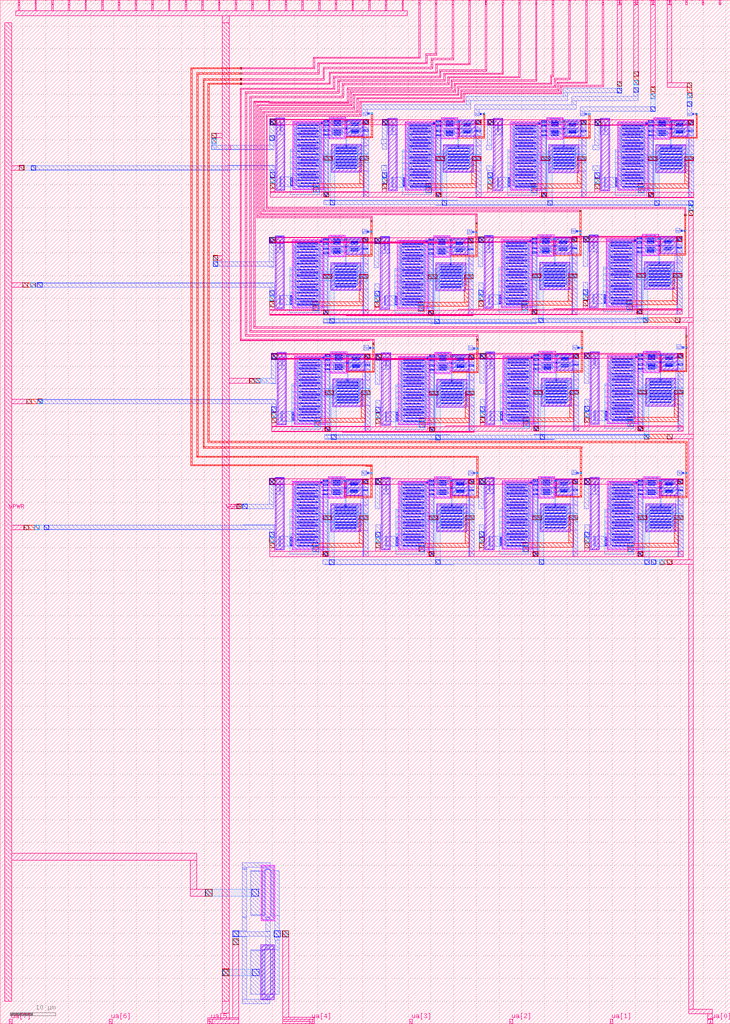
<source format=lef>
VERSION 5.7 ;
  NOWIREEXTENSIONATPIN ON ;
  DIVIDERCHAR "/" ;
  BUSBITCHARS "[]" ;
MACRO tt_um_JamesTimothyMeech_inverter
  CLASS BLOCK ;
  FOREIGN tt_um_JamesTimothyMeech_inverter ;
  ORIGIN 0.000 0.000 ;
  SIZE 161.000 BY 225.760 ;
  PIN clk
    DIRECTION INPUT ;
    USE SIGNAL ;
    PORT
      LAYER met4 ;
        RECT 154.870 224.760 155.170 225.760 ;
    END
  END clk
  PIN ena
    DIRECTION INPUT ;
    USE SIGNAL ;
    PORT
      LAYER met4 ;
        RECT 158.550 224.760 158.850 225.760 ;
    END
  END ena
  PIN rst_n
    DIRECTION INPUT ;
    USE SIGNAL ;
    PORT
      LAYER met4 ;
        RECT 151.190 224.760 151.490 225.760 ;
    END
  END rst_n
  PIN ua[0]
    DIRECTION INOUT ;
    USE SIGNAL ;
    ANTENNADIFFAREA 313.199982 ;
    PORT
      LAYER met4 ;
        RECT 156.560 0.000 157.160 1.000 ;
    END
  END ua[0]
  PIN ua[1]
    DIRECTION INOUT ;
    USE SIGNAL ;
    PORT
      LAYER met4 ;
        RECT 134.480 0.000 135.080 1.000 ;
    END
  END ua[1]
  PIN ua[2]
    DIRECTION INOUT ;
    USE SIGNAL ;
    PORT
      LAYER met4 ;
        RECT 112.400 0.000 113.000 1.000 ;
    END
  END ua[2]
  PIN ua[3]
    DIRECTION INOUT ;
    USE SIGNAL ;
    PORT
      LAYER met4 ;
        RECT 90.320 0.000 90.920 1.000 ;
    END
  END ua[3]
  PIN ua[4]
    DIRECTION INOUT ;
    USE SIGNAL ;
    ANTENNADIFFAREA 5.800000 ;
    PORT
      LAYER met4 ;
        RECT 68.240 0.000 68.840 1.000 ;
    END
  END ua[4]
  PIN ua[5]
    DIRECTION INOUT ;
    USE SIGNAL ;
    ANTENNAGATEAREA 20.000000 ;
    PORT
      LAYER met4 ;
        RECT 46.160 0.000 46.760 1.000 ;
    END
  END ua[5]
  PIN ua[6]
    DIRECTION INOUT ;
    USE SIGNAL ;
    PORT
      LAYER met4 ;
        RECT 24.080 0.000 24.680 1.000 ;
    END
  END ua[6]
  PIN ua[7]
    DIRECTION INOUT ;
    USE SIGNAL ;
    PORT
      LAYER met4 ;
        RECT 2.000 0.000 2.600 1.000 ;
    END
  END ua[7]
  PIN ui_in[0]
    DIRECTION INPUT ;
    USE SIGNAL ;
    ANTENNAGATEAREA 0.675000 ;
    PORT
      LAYER met4 ;
        RECT 147.510 224.760 147.810 225.760 ;
    END
  END ui_in[0]
  PIN ui_in[1]
    DIRECTION INPUT ;
    USE SIGNAL ;
    ANTENNAGATEAREA 0.675000 ;
    PORT
      LAYER met4 ;
        RECT 143.830 224.760 144.130 225.760 ;
    END
  END ui_in[1]
  PIN ui_in[2]
    DIRECTION INPUT ;
    USE SIGNAL ;
    ANTENNAGATEAREA 0.675000 ;
    PORT
      LAYER met4 ;
        RECT 140.150 224.760 140.450 225.760 ;
    END
  END ui_in[2]
  PIN ui_in[3]
    DIRECTION INPUT ;
    USE SIGNAL ;
    ANTENNAGATEAREA 0.675000 ;
    PORT
      LAYER met4 ;
        RECT 136.470 224.760 136.770 225.760 ;
    END
  END ui_in[3]
  PIN ui_in[4]
    DIRECTION INPUT ;
    USE SIGNAL ;
    ANTENNAGATEAREA 0.675000 ;
    PORT
      LAYER met4 ;
        RECT 132.790 224.760 133.090 225.760 ;
    END
  END ui_in[4]
  PIN ui_in[5]
    DIRECTION INPUT ;
    USE SIGNAL ;
    ANTENNAGATEAREA 0.675000 ;
    PORT
      LAYER met4 ;
        RECT 129.110 224.760 129.410 225.760 ;
    END
  END ui_in[5]
  PIN ui_in[6]
    DIRECTION INPUT ;
    USE SIGNAL ;
    ANTENNAGATEAREA 0.675000 ;
    PORT
      LAYER met4 ;
        RECT 125.430 224.760 125.730 225.760 ;
    END
  END ui_in[6]
  PIN ui_in[7]
    DIRECTION INPUT ;
    USE SIGNAL ;
    ANTENNAGATEAREA 0.675000 ;
    PORT
      LAYER met4 ;
        RECT 121.750 224.760 122.050 225.760 ;
    END
  END ui_in[7]
  PIN uio_in[0]
    DIRECTION INPUT ;
    USE SIGNAL ;
    ANTENNAGATEAREA 0.675000 ;
    PORT
      LAYER met4 ;
        RECT 118.070 224.760 118.370 225.760 ;
    END
  END uio_in[0]
  PIN uio_in[1]
    DIRECTION INPUT ;
    USE SIGNAL ;
    ANTENNAGATEAREA 0.675000 ;
    PORT
      LAYER met4 ;
        RECT 114.390 224.760 114.690 225.760 ;
    END
  END uio_in[1]
  PIN uio_in[2]
    DIRECTION INPUT ;
    USE SIGNAL ;
    ANTENNAGATEAREA 0.675000 ;
    PORT
      LAYER met4 ;
        RECT 110.710 224.760 111.010 225.760 ;
    END
  END uio_in[2]
  PIN uio_in[3]
    DIRECTION INPUT ;
    USE SIGNAL ;
    ANTENNAGATEAREA 0.675000 ;
    PORT
      LAYER met4 ;
        RECT 107.030 224.760 107.330 225.760 ;
    END
  END uio_in[3]
  PIN uio_in[4]
    DIRECTION INPUT ;
    USE SIGNAL ;
    ANTENNAGATEAREA 0.675000 ;
    PORT
      LAYER met4 ;
        RECT 103.350 224.760 103.650 225.760 ;
    END
  END uio_in[4]
  PIN uio_in[5]
    DIRECTION INPUT ;
    USE SIGNAL ;
    ANTENNAGATEAREA 0.675000 ;
    PORT
      LAYER met4 ;
        RECT 99.670 224.760 99.970 225.760 ;
    END
  END uio_in[5]
  PIN uio_in[6]
    DIRECTION INPUT ;
    USE SIGNAL ;
    ANTENNAGATEAREA 0.675000 ;
    PORT
      LAYER met4 ;
        RECT 95.990 224.760 96.290 225.760 ;
    END
  END uio_in[6]
  PIN uio_in[7]
    DIRECTION INPUT ;
    USE SIGNAL ;
    ANTENNAGATEAREA 0.675000 ;
    PORT
      LAYER met4 ;
        RECT 92.310 224.760 92.610 225.760 ;
    END
  END uio_in[7]
  PIN uio_oe[0]
    DIRECTION OUTPUT ;
    USE SIGNAL ;
    ANTENNADIFFAREA 219.052002 ;
    PORT
      LAYER met4 ;
        RECT 29.750 224.760 30.050 225.760 ;
    END
  END uio_oe[0]
  PIN uio_oe[1]
    DIRECTION OUTPUT ;
    USE SIGNAL ;
    ANTENNADIFFAREA 219.052002 ;
    PORT
      LAYER met4 ;
        RECT 26.070 224.760 26.370 225.760 ;
    END
  END uio_oe[1]
  PIN uio_oe[2]
    DIRECTION OUTPUT ;
    USE SIGNAL ;
    ANTENNADIFFAREA 219.052002 ;
    PORT
      LAYER met4 ;
        RECT 22.390 224.760 22.690 225.760 ;
    END
  END uio_oe[2]
  PIN uio_oe[3]
    DIRECTION OUTPUT ;
    USE SIGNAL ;
    ANTENNADIFFAREA 219.052002 ;
    PORT
      LAYER met4 ;
        RECT 18.710 224.760 19.010 225.760 ;
    END
  END uio_oe[3]
  PIN uio_oe[4]
    DIRECTION OUTPUT ;
    USE SIGNAL ;
    ANTENNADIFFAREA 219.052002 ;
    PORT
      LAYER met4 ;
        RECT 15.030 224.760 15.330 225.760 ;
    END
  END uio_oe[4]
  PIN uio_oe[5]
    DIRECTION OUTPUT ;
    USE SIGNAL ;
    ANTENNADIFFAREA 219.052002 ;
    PORT
      LAYER met4 ;
        RECT 11.350 224.760 11.650 225.760 ;
    END
  END uio_oe[5]
  PIN uio_oe[6]
    DIRECTION OUTPUT ;
    USE SIGNAL ;
    ANTENNADIFFAREA 219.052002 ;
    PORT
      LAYER met4 ;
        RECT 7.670 224.760 7.970 225.760 ;
    END
  END uio_oe[6]
  PIN uio_oe[7]
    DIRECTION OUTPUT ;
    USE SIGNAL ;
    ANTENNADIFFAREA 219.052002 ;
    PORT
      LAYER met4 ;
        RECT 3.990 224.760 4.290 225.760 ;
    END
  END uio_oe[7]
  PIN uio_out[0]
    DIRECTION OUTPUT ;
    USE SIGNAL ;
    ANTENNADIFFAREA 219.052002 ;
    PORT
      LAYER met4 ;
        RECT 59.190 224.760 59.490 225.760 ;
    END
  END uio_out[0]
  PIN uio_out[1]
    DIRECTION OUTPUT ;
    USE SIGNAL ;
    ANTENNADIFFAREA 219.052002 ;
    PORT
      LAYER met4 ;
        RECT 55.510 224.760 55.810 225.760 ;
    END
  END uio_out[1]
  PIN uio_out[2]
    DIRECTION OUTPUT ;
    USE SIGNAL ;
    ANTENNADIFFAREA 219.052002 ;
    PORT
      LAYER met4 ;
        RECT 51.830 224.760 52.130 225.760 ;
    END
  END uio_out[2]
  PIN uio_out[3]
    DIRECTION OUTPUT ;
    USE SIGNAL ;
    ANTENNADIFFAREA 219.052002 ;
    PORT
      LAYER met4 ;
        RECT 48.150 224.760 48.450 225.760 ;
    END
  END uio_out[3]
  PIN uio_out[4]
    DIRECTION OUTPUT ;
    USE SIGNAL ;
    ANTENNADIFFAREA 219.052002 ;
    PORT
      LAYER met4 ;
        RECT 44.470 224.760 44.770 225.760 ;
    END
  END uio_out[4]
  PIN uio_out[5]
    DIRECTION OUTPUT ;
    USE SIGNAL ;
    ANTENNADIFFAREA 219.052002 ;
    PORT
      LAYER met4 ;
        RECT 40.790 224.760 41.090 225.760 ;
    END
  END uio_out[5]
  PIN uio_out[6]
    DIRECTION OUTPUT ;
    USE SIGNAL ;
    ANTENNADIFFAREA 219.052002 ;
    PORT
      LAYER met4 ;
        RECT 37.110 224.760 37.410 225.760 ;
    END
  END uio_out[6]
  PIN uio_out[7]
    DIRECTION OUTPUT ;
    USE SIGNAL ;
    ANTENNADIFFAREA 219.052002 ;
    PORT
      LAYER met4 ;
        RECT 33.430 224.760 33.730 225.760 ;
    END
  END uio_out[7]
  PIN uo_out[0]
    DIRECTION OUTPUT ;
    USE SIGNAL ;
    ANTENNADIFFAREA 219.052002 ;
    PORT
      LAYER met4 ;
        RECT 88.630 224.760 88.930 225.760 ;
    END
  END uo_out[0]
  PIN uo_out[1]
    DIRECTION OUTPUT ;
    USE SIGNAL ;
    ANTENNADIFFAREA 219.052002 ;
    PORT
      LAYER met4 ;
        RECT 84.950 224.760 85.250 225.760 ;
    END
  END uo_out[1]
  PIN uo_out[2]
    DIRECTION OUTPUT ;
    USE SIGNAL ;
    ANTENNADIFFAREA 219.052002 ;
    PORT
      LAYER met4 ;
        RECT 81.270 224.760 81.570 225.760 ;
    END
  END uo_out[2]
  PIN uo_out[3]
    DIRECTION OUTPUT ;
    USE SIGNAL ;
    ANTENNADIFFAREA 219.052002 ;
    PORT
      LAYER met4 ;
        RECT 77.590 224.760 77.890 225.760 ;
    END
  END uo_out[3]
  PIN uo_out[4]
    DIRECTION OUTPUT ;
    USE SIGNAL ;
    ANTENNADIFFAREA 219.052002 ;
    PORT
      LAYER met4 ;
        RECT 73.910 224.760 74.210 225.760 ;
    END
  END uo_out[4]
  PIN uo_out[5]
    DIRECTION OUTPUT ;
    USE SIGNAL ;
    ANTENNADIFFAREA 219.052002 ;
    PORT
      LAYER met4 ;
        RECT 70.230 224.760 70.530 225.760 ;
    END
  END uo_out[5]
  PIN uo_out[6]
    DIRECTION OUTPUT ;
    USE SIGNAL ;
    ANTENNADIFFAREA 219.052002 ;
    PORT
      LAYER met4 ;
        RECT 66.550 224.760 66.850 225.760 ;
    END
  END uo_out[6]
  PIN uo_out[7]
    DIRECTION OUTPUT ;
    USE SIGNAL ;
    ANTENNADIFFAREA 219.052002 ;
    PORT
      LAYER met4 ;
        RECT 62.870 224.760 63.170 225.760 ;
    END
  END uo_out[7]
  PIN VPWR
    DIRECTION INOUT ;
    USE POWER ;
    PORT
      LAYER met4 ;
        RECT 1.000 5.000 2.500 220.760 ;
    END
  END VPWR
  PIN VGND
    DIRECTION INOUT ;
    USE GROUND ;
    PORT
      LAYER met4 ;
        RECT 49.000 5.000 50.500 220.760 ;
    END
  END VGND
  OBS
      LAYER pwell ;
        RECT 60.790 199.580 62.800 199.780 ;
        RECT 59.490 198.200 62.800 199.580 ;
        RECT 60.790 183.800 62.800 198.200 ;
      LAYER nwell ;
        RECT 64.540 183.890 71.230 199.000 ;
        RECT 72.510 195.210 76.200 199.940 ;
      LAYER pwell ;
        RECT 85.530 199.500 87.540 199.700 ;
        RECT 76.400 195.730 80.000 199.420 ;
        RECT 84.230 198.120 87.540 199.500 ;
        RECT 73.000 187.830 79.600 193.980 ;
        RECT 85.530 183.720 87.540 198.120 ;
      LAYER nwell ;
        RECT 89.280 183.810 95.970 198.920 ;
        RECT 97.250 195.130 100.940 199.860 ;
      LAYER pwell ;
        RECT 108.780 199.490 110.790 199.690 ;
        RECT 101.140 195.650 104.740 199.340 ;
        RECT 107.480 198.110 110.790 199.490 ;
        RECT 97.740 187.750 104.340 193.900 ;
        RECT 108.780 183.710 110.790 198.110 ;
      LAYER nwell ;
        RECT 112.530 183.800 119.220 198.910 ;
        RECT 120.500 195.120 124.190 199.850 ;
      LAYER pwell ;
        RECT 132.410 199.480 134.420 199.680 ;
        RECT 124.390 195.640 127.990 199.330 ;
        RECT 131.110 198.100 134.420 199.480 ;
        RECT 120.990 187.740 127.590 193.890 ;
        RECT 132.410 183.700 134.420 198.100 ;
      LAYER nwell ;
        RECT 136.160 183.790 142.850 198.900 ;
        RECT 144.130 195.110 147.820 199.840 ;
      LAYER pwell ;
        RECT 148.020 195.630 151.620 199.320 ;
        RECT 144.620 187.730 151.220 193.880 ;
        RECT 60.680 173.490 62.690 173.690 ;
        RECT 59.380 172.110 62.690 173.490 ;
        RECT 60.680 157.710 62.690 172.110 ;
      LAYER nwell ;
        RECT 64.430 157.800 71.120 172.910 ;
        RECT 72.400 169.120 76.090 173.850 ;
      LAYER pwell ;
        RECT 83.860 173.400 85.870 173.600 ;
        RECT 76.290 169.640 79.890 173.330 ;
        RECT 82.560 172.020 85.870 173.400 ;
        RECT 72.890 161.740 79.490 167.890 ;
        RECT 83.860 157.620 85.870 172.020 ;
      LAYER nwell ;
        RECT 87.610 157.710 94.300 172.820 ;
        RECT 95.580 169.030 99.270 173.760 ;
      LAYER pwell ;
        RECT 106.760 173.600 108.770 173.800 ;
        RECT 99.470 169.550 103.070 173.240 ;
        RECT 105.460 172.220 108.770 173.600 ;
        RECT 96.070 161.650 102.670 167.800 ;
        RECT 106.760 157.820 108.770 172.220 ;
      LAYER nwell ;
        RECT 110.510 157.910 117.200 173.020 ;
        RECT 118.480 169.230 122.170 173.960 ;
      LAYER pwell ;
        RECT 129.860 173.710 131.870 173.910 ;
        RECT 122.370 169.750 125.970 173.440 ;
        RECT 128.560 172.330 131.870 173.710 ;
        RECT 118.970 161.850 125.570 168.000 ;
        RECT 129.860 157.930 131.870 172.330 ;
      LAYER nwell ;
        RECT 133.610 158.020 140.300 173.130 ;
        RECT 141.580 169.340 145.270 174.070 ;
      LAYER pwell ;
        RECT 145.470 169.860 149.070 173.550 ;
        RECT 142.070 161.960 148.670 168.110 ;
        RECT 61.090 147.860 63.100 148.060 ;
        RECT 59.790 146.480 63.100 147.860 ;
        RECT 61.090 132.080 63.100 146.480 ;
      LAYER nwell ;
        RECT 64.840 132.170 71.530 147.280 ;
        RECT 72.810 143.490 76.500 148.220 ;
      LAYER pwell ;
        RECT 84.070 147.760 86.080 147.960 ;
        RECT 76.700 144.010 80.300 147.700 ;
        RECT 82.770 146.380 86.080 147.760 ;
        RECT 73.300 136.110 79.900 142.260 ;
        RECT 84.070 131.980 86.080 146.380 ;
      LAYER nwell ;
        RECT 87.820 132.070 94.510 147.180 ;
        RECT 95.790 143.390 99.480 148.120 ;
      LAYER pwell ;
        RECT 107.100 147.910 109.110 148.110 ;
        RECT 99.680 143.910 103.280 147.600 ;
        RECT 105.800 146.530 109.110 147.910 ;
        RECT 96.280 136.010 102.880 142.160 ;
        RECT 107.100 132.130 109.110 146.530 ;
      LAYER nwell ;
        RECT 110.850 132.220 117.540 147.330 ;
        RECT 118.820 143.540 122.510 148.270 ;
      LAYER pwell ;
        RECT 130.110 147.990 132.120 148.190 ;
        RECT 122.710 144.060 126.310 147.750 ;
        RECT 128.810 146.610 132.120 147.990 ;
        RECT 119.310 136.160 125.910 142.310 ;
        RECT 130.110 132.210 132.120 146.610 ;
      LAYER nwell ;
        RECT 133.860 132.300 140.550 147.410 ;
        RECT 141.830 143.620 145.520 148.350 ;
      LAYER pwell ;
        RECT 145.720 144.140 149.320 147.830 ;
        RECT 142.320 136.240 148.920 142.390 ;
        RECT 60.650 120.270 62.660 120.470 ;
        RECT 59.350 118.890 62.660 120.270 ;
        RECT 60.650 104.490 62.660 118.890 ;
      LAYER nwell ;
        RECT 64.400 104.580 71.090 119.690 ;
        RECT 72.370 115.900 76.060 120.630 ;
      LAYER pwell ;
        RECT 84.040 120.280 86.050 120.480 ;
        RECT 76.260 116.420 79.860 120.110 ;
        RECT 82.740 118.900 86.050 120.280 ;
        RECT 72.860 108.520 79.460 114.670 ;
        RECT 84.040 104.500 86.050 118.900 ;
      LAYER nwell ;
        RECT 87.790 104.590 94.480 119.700 ;
        RECT 95.760 115.910 99.450 120.640 ;
      LAYER pwell ;
        RECT 106.910 120.300 108.920 120.500 ;
        RECT 99.650 116.430 103.250 120.120 ;
        RECT 105.610 118.920 108.920 120.300 ;
        RECT 96.250 108.530 102.850 114.680 ;
        RECT 106.910 104.520 108.920 118.920 ;
      LAYER nwell ;
        RECT 110.660 104.610 117.350 119.720 ;
        RECT 118.630 115.930 122.320 120.660 ;
      LAYER pwell ;
        RECT 130.130 120.280 132.140 120.480 ;
        RECT 122.520 116.450 126.120 120.140 ;
        RECT 128.830 118.900 132.140 120.280 ;
        RECT 119.120 108.550 125.720 114.700 ;
        RECT 130.130 104.500 132.140 118.900 ;
      LAYER nwell ;
        RECT 133.880 104.590 140.570 119.700 ;
        RECT 141.850 115.910 145.540 120.640 ;
      LAYER pwell ;
        RECT 145.740 116.430 149.340 120.120 ;
        RECT 142.340 108.530 148.940 114.680 ;
      LAYER nwell ;
        RECT 57.550 22.720 60.510 34.910 ;
      LAYER pwell ;
        RECT 57.500 16.280 60.460 17.430 ;
        RECT 57.500 6.480 60.520 16.280 ;
        RECT 57.500 5.330 60.460 6.480 ;
      LAYER li1 ;
        RECT 61.450 199.600 62.140 199.610 ;
        RECT 60.970 199.430 62.620 199.600 ;
        RECT 72.690 199.590 76.020 199.760 ;
        RECT 72.690 199.510 72.860 199.590 ;
        RECT 60.970 184.150 61.140 199.430 ;
        RECT 61.620 196.790 61.970 198.950 ;
        RECT 61.620 184.630 61.970 186.790 ;
        RECT 62.450 184.150 62.620 199.430 ;
        RECT 70.880 198.820 72.860 199.510 ;
        RECT 60.970 183.980 62.620 184.150 ;
        RECT 64.720 198.650 72.860 198.820 ;
        RECT 64.720 184.240 64.890 198.650 ;
        RECT 65.615 198.080 70.155 198.250 ;
        RECT 65.230 197.670 65.400 198.020 ;
        RECT 70.370 197.670 70.540 198.020 ;
        RECT 70.880 197.660 72.860 198.650 ;
        RECT 73.195 198.215 73.375 199.035 ;
        RECT 73.585 199.020 75.125 199.190 ;
        RECT 73.585 198.540 75.125 198.710 ;
        RECT 73.585 198.060 75.125 198.230 ;
        RECT 75.335 198.215 75.515 199.035 ;
        RECT 75.850 197.660 76.020 199.590 ;
        RECT 86.190 199.520 86.880 199.530 ;
        RECT 79.640 199.240 81.300 199.510 ;
        RECT 65.615 197.440 70.155 197.610 ;
        RECT 70.880 197.490 76.020 197.660 ;
        RECT 65.230 197.030 65.400 197.380 ;
        RECT 70.370 197.030 70.540 197.380 ;
        RECT 65.615 196.800 70.155 196.970 ;
        RECT 65.230 196.390 65.400 196.740 ;
        RECT 70.370 196.390 70.540 196.740 ;
        RECT 65.615 196.160 70.155 196.330 ;
        RECT 65.230 195.750 65.400 196.100 ;
        RECT 70.370 195.750 70.540 196.100 ;
        RECT 65.615 195.520 70.155 195.690 ;
        RECT 70.880 195.560 72.860 197.490 ;
        RECT 73.195 196.115 73.375 196.935 ;
        RECT 73.585 196.920 75.125 197.090 ;
        RECT 73.585 196.440 75.125 196.610 ;
        RECT 73.585 195.960 75.125 196.130 ;
        RECT 75.335 196.115 75.515 196.935 ;
        RECT 75.850 195.560 76.020 197.490 ;
        RECT 76.580 199.070 81.300 199.240 ;
        RECT 76.580 197.660 76.750 199.070 ;
        RECT 77.090 198.200 77.260 198.530 ;
        RECT 77.430 198.500 78.970 198.670 ;
        RECT 77.430 198.060 78.970 198.230 ;
        RECT 79.140 198.200 79.310 198.530 ;
        RECT 79.640 197.660 81.300 199.070 ;
        RECT 76.580 197.490 81.300 197.660 ;
        RECT 76.580 196.080 76.750 197.490 ;
        RECT 77.090 196.620 77.260 196.950 ;
        RECT 77.430 196.920 78.970 197.090 ;
        RECT 77.430 196.480 78.970 196.650 ;
        RECT 79.140 196.620 79.310 196.950 ;
        RECT 79.640 196.080 81.300 197.490 ;
        RECT 76.580 195.910 81.300 196.080 ;
        RECT 65.230 195.110 65.400 195.460 ;
        RECT 70.370 195.110 70.540 195.460 ;
        RECT 70.880 195.390 76.020 195.560 ;
        RECT 65.615 194.880 70.155 195.050 ;
        RECT 65.230 194.470 65.400 194.820 ;
        RECT 70.370 194.470 70.540 194.820 ;
        RECT 65.615 194.240 70.155 194.410 ;
        RECT 65.230 193.830 65.400 194.180 ;
        RECT 70.370 193.830 70.540 194.180 ;
        RECT 65.615 193.600 70.155 193.770 ;
        RECT 65.230 193.190 65.400 193.540 ;
        RECT 70.370 193.190 70.540 193.540 ;
        RECT 65.615 192.960 70.155 193.130 ;
        RECT 65.230 192.550 65.400 192.900 ;
        RECT 70.370 192.550 70.540 192.900 ;
        RECT 65.615 192.320 70.155 192.490 ;
        RECT 65.230 191.910 65.400 192.260 ;
        RECT 70.370 191.910 70.540 192.260 ;
        RECT 65.615 191.680 70.155 191.850 ;
        RECT 65.230 191.270 65.400 191.620 ;
        RECT 70.370 191.270 70.540 191.620 ;
        RECT 65.615 191.040 70.155 191.210 ;
        RECT 65.230 190.630 65.400 190.980 ;
        RECT 70.370 190.630 70.540 190.980 ;
        RECT 65.615 190.400 70.155 190.570 ;
        RECT 65.230 189.990 65.400 190.340 ;
        RECT 70.370 189.990 70.540 190.340 ;
        RECT 65.615 189.760 70.155 189.930 ;
        RECT 65.230 189.350 65.400 189.700 ;
        RECT 70.370 189.350 70.540 189.700 ;
        RECT 65.615 189.120 70.155 189.290 ;
        RECT 65.230 188.710 65.400 189.060 ;
        RECT 70.370 188.710 70.540 189.060 ;
        RECT 65.615 188.480 70.155 188.650 ;
        RECT 65.230 188.070 65.400 188.420 ;
        RECT 70.370 188.070 70.540 188.420 ;
        RECT 65.615 187.840 70.155 188.010 ;
        RECT 65.230 187.430 65.400 187.780 ;
        RECT 70.370 187.430 70.540 187.780 ;
        RECT 65.615 187.200 70.155 187.370 ;
        RECT 65.230 186.790 65.400 187.140 ;
        RECT 70.370 186.790 70.540 187.140 ;
        RECT 65.615 186.560 70.155 186.730 ;
        RECT 65.230 186.150 65.400 186.500 ;
        RECT 70.370 186.150 70.540 186.500 ;
        RECT 65.615 185.920 70.155 186.090 ;
        RECT 65.230 185.510 65.400 185.860 ;
        RECT 70.370 185.510 70.540 185.860 ;
        RECT 65.615 185.280 70.155 185.450 ;
        RECT 65.230 184.870 65.400 185.220 ;
        RECT 70.370 184.870 70.540 185.220 ;
        RECT 65.615 184.640 70.155 184.810 ;
        RECT 70.880 184.240 72.500 195.390 ;
        RECT 79.640 193.800 81.300 195.910 ;
        RECT 73.180 193.630 81.300 193.800 ;
        RECT 73.180 188.180 73.350 193.630 ;
        RECT 74.030 193.060 78.570 193.230 ;
        RECT 73.690 192.650 73.860 193.000 ;
        RECT 78.740 192.650 78.910 193.000 ;
        RECT 74.030 192.420 78.570 192.590 ;
        RECT 73.690 192.010 73.860 192.360 ;
        RECT 78.740 192.010 78.910 192.360 ;
        RECT 74.030 191.780 78.570 191.950 ;
        RECT 73.690 191.370 73.860 191.720 ;
        RECT 78.740 191.370 78.910 191.720 ;
        RECT 74.030 191.140 78.570 191.310 ;
        RECT 73.690 190.730 73.860 191.080 ;
        RECT 78.740 190.730 78.910 191.080 ;
        RECT 74.030 190.500 78.570 190.670 ;
        RECT 73.690 190.090 73.860 190.440 ;
        RECT 78.740 190.090 78.910 190.440 ;
        RECT 74.030 189.860 78.570 190.030 ;
        RECT 73.690 189.450 73.860 189.800 ;
        RECT 78.740 189.450 78.910 189.800 ;
        RECT 74.030 189.220 78.570 189.390 ;
        RECT 73.690 188.810 73.860 189.160 ;
        RECT 78.740 188.810 78.910 189.160 ;
        RECT 74.030 188.580 78.570 188.750 ;
        RECT 79.250 188.180 81.300 193.630 ;
        RECT 73.180 188.010 81.300 188.180 ;
        RECT 64.720 184.070 72.500 184.240 ;
        RECT 70.880 182.310 72.500 184.070 ;
        RECT 80.100 182.310 81.300 188.010 ;
        RECT 85.710 199.350 87.360 199.520 ;
        RECT 97.430 199.510 100.760 199.680 ;
        RECT 109.440 199.510 110.130 199.520 ;
        RECT 97.430 199.430 97.600 199.510 ;
        RECT 85.710 184.070 85.880 199.350 ;
        RECT 86.360 196.710 86.710 198.870 ;
        RECT 86.360 184.550 86.710 186.710 ;
        RECT 87.190 184.070 87.360 199.350 ;
        RECT 95.620 198.740 97.600 199.430 ;
        RECT 85.710 183.900 87.360 184.070 ;
        RECT 89.460 198.570 97.600 198.740 ;
        RECT 89.460 184.160 89.630 198.570 ;
        RECT 90.355 198.000 94.895 198.170 ;
        RECT 89.970 197.590 90.140 197.940 ;
        RECT 95.110 197.590 95.280 197.940 ;
        RECT 95.620 197.580 97.600 198.570 ;
        RECT 97.935 198.135 98.115 198.955 ;
        RECT 98.325 198.940 99.865 199.110 ;
        RECT 98.325 198.460 99.865 198.630 ;
        RECT 98.325 197.980 99.865 198.150 ;
        RECT 100.075 198.135 100.255 198.955 ;
        RECT 100.590 197.580 100.760 199.510 ;
        RECT 104.380 199.160 106.040 199.430 ;
        RECT 90.355 197.360 94.895 197.530 ;
        RECT 95.620 197.410 100.760 197.580 ;
        RECT 89.970 196.950 90.140 197.300 ;
        RECT 95.110 196.950 95.280 197.300 ;
        RECT 90.355 196.720 94.895 196.890 ;
        RECT 89.970 196.310 90.140 196.660 ;
        RECT 95.110 196.310 95.280 196.660 ;
        RECT 90.355 196.080 94.895 196.250 ;
        RECT 89.970 195.670 90.140 196.020 ;
        RECT 95.110 195.670 95.280 196.020 ;
        RECT 90.355 195.440 94.895 195.610 ;
        RECT 95.620 195.480 97.600 197.410 ;
        RECT 97.935 196.035 98.115 196.855 ;
        RECT 98.325 196.840 99.865 197.010 ;
        RECT 98.325 196.360 99.865 196.530 ;
        RECT 98.325 195.880 99.865 196.050 ;
        RECT 100.075 196.035 100.255 196.855 ;
        RECT 100.590 195.480 100.760 197.410 ;
        RECT 101.320 198.990 106.040 199.160 ;
        RECT 101.320 197.580 101.490 198.990 ;
        RECT 101.830 198.120 102.000 198.450 ;
        RECT 102.170 198.420 103.710 198.590 ;
        RECT 102.170 197.980 103.710 198.150 ;
        RECT 103.880 198.120 104.050 198.450 ;
        RECT 104.380 197.580 106.040 198.990 ;
        RECT 101.320 197.410 106.040 197.580 ;
        RECT 101.320 196.000 101.490 197.410 ;
        RECT 101.830 196.540 102.000 196.870 ;
        RECT 102.170 196.840 103.710 197.010 ;
        RECT 102.170 196.400 103.710 196.570 ;
        RECT 103.880 196.540 104.050 196.870 ;
        RECT 104.380 196.000 106.040 197.410 ;
        RECT 101.320 195.830 106.040 196.000 ;
        RECT 89.970 195.030 90.140 195.380 ;
        RECT 95.110 195.030 95.280 195.380 ;
        RECT 95.620 195.310 100.760 195.480 ;
        RECT 90.355 194.800 94.895 194.970 ;
        RECT 89.970 194.390 90.140 194.740 ;
        RECT 95.110 194.390 95.280 194.740 ;
        RECT 90.355 194.160 94.895 194.330 ;
        RECT 89.970 193.750 90.140 194.100 ;
        RECT 95.110 193.750 95.280 194.100 ;
        RECT 90.355 193.520 94.895 193.690 ;
        RECT 89.970 193.110 90.140 193.460 ;
        RECT 95.110 193.110 95.280 193.460 ;
        RECT 90.355 192.880 94.895 193.050 ;
        RECT 89.970 192.470 90.140 192.820 ;
        RECT 95.110 192.470 95.280 192.820 ;
        RECT 90.355 192.240 94.895 192.410 ;
        RECT 89.970 191.830 90.140 192.180 ;
        RECT 95.110 191.830 95.280 192.180 ;
        RECT 90.355 191.600 94.895 191.770 ;
        RECT 89.970 191.190 90.140 191.540 ;
        RECT 95.110 191.190 95.280 191.540 ;
        RECT 90.355 190.960 94.895 191.130 ;
        RECT 89.970 190.550 90.140 190.900 ;
        RECT 95.110 190.550 95.280 190.900 ;
        RECT 90.355 190.320 94.895 190.490 ;
        RECT 89.970 189.910 90.140 190.260 ;
        RECT 95.110 189.910 95.280 190.260 ;
        RECT 90.355 189.680 94.895 189.850 ;
        RECT 89.970 189.270 90.140 189.620 ;
        RECT 95.110 189.270 95.280 189.620 ;
        RECT 90.355 189.040 94.895 189.210 ;
        RECT 89.970 188.630 90.140 188.980 ;
        RECT 95.110 188.630 95.280 188.980 ;
        RECT 90.355 188.400 94.895 188.570 ;
        RECT 89.970 187.990 90.140 188.340 ;
        RECT 95.110 187.990 95.280 188.340 ;
        RECT 90.355 187.760 94.895 187.930 ;
        RECT 89.970 187.350 90.140 187.700 ;
        RECT 95.110 187.350 95.280 187.700 ;
        RECT 90.355 187.120 94.895 187.290 ;
        RECT 89.970 186.710 90.140 187.060 ;
        RECT 95.110 186.710 95.280 187.060 ;
        RECT 90.355 186.480 94.895 186.650 ;
        RECT 89.970 186.070 90.140 186.420 ;
        RECT 95.110 186.070 95.280 186.420 ;
        RECT 90.355 185.840 94.895 186.010 ;
        RECT 89.970 185.430 90.140 185.780 ;
        RECT 95.110 185.430 95.280 185.780 ;
        RECT 90.355 185.200 94.895 185.370 ;
        RECT 89.970 184.790 90.140 185.140 ;
        RECT 95.110 184.790 95.280 185.140 ;
        RECT 90.355 184.560 94.895 184.730 ;
        RECT 95.620 184.160 97.240 195.310 ;
        RECT 104.380 193.720 106.040 195.830 ;
        RECT 97.920 193.550 106.040 193.720 ;
        RECT 97.920 188.100 98.090 193.550 ;
        RECT 98.770 192.980 103.310 193.150 ;
        RECT 98.430 192.570 98.600 192.920 ;
        RECT 103.480 192.570 103.650 192.920 ;
        RECT 98.770 192.340 103.310 192.510 ;
        RECT 98.430 191.930 98.600 192.280 ;
        RECT 103.480 191.930 103.650 192.280 ;
        RECT 98.770 191.700 103.310 191.870 ;
        RECT 98.430 191.290 98.600 191.640 ;
        RECT 103.480 191.290 103.650 191.640 ;
        RECT 98.770 191.060 103.310 191.230 ;
        RECT 98.430 190.650 98.600 191.000 ;
        RECT 103.480 190.650 103.650 191.000 ;
        RECT 98.770 190.420 103.310 190.590 ;
        RECT 98.430 190.010 98.600 190.360 ;
        RECT 103.480 190.010 103.650 190.360 ;
        RECT 98.770 189.780 103.310 189.950 ;
        RECT 98.430 189.370 98.600 189.720 ;
        RECT 103.480 189.370 103.650 189.720 ;
        RECT 98.770 189.140 103.310 189.310 ;
        RECT 98.430 188.730 98.600 189.080 ;
        RECT 103.480 188.730 103.650 189.080 ;
        RECT 98.770 188.500 103.310 188.670 ;
        RECT 103.990 188.100 106.040 193.550 ;
        RECT 97.920 187.930 106.040 188.100 ;
        RECT 89.460 183.990 97.240 184.160 ;
        RECT 95.620 182.230 97.240 183.990 ;
        RECT 104.840 182.230 106.040 187.930 ;
        RECT 108.960 199.340 110.610 199.510 ;
        RECT 120.680 199.500 124.010 199.670 ;
        RECT 133.070 199.500 133.760 199.510 ;
        RECT 120.680 199.420 120.850 199.500 ;
        RECT 108.960 184.060 109.130 199.340 ;
        RECT 109.610 196.700 109.960 198.860 ;
        RECT 109.610 184.540 109.960 186.700 ;
        RECT 110.440 184.060 110.610 199.340 ;
        RECT 118.870 198.730 120.850 199.420 ;
        RECT 108.960 183.890 110.610 184.060 ;
        RECT 112.710 198.560 120.850 198.730 ;
        RECT 112.710 184.150 112.880 198.560 ;
        RECT 113.605 197.990 118.145 198.160 ;
        RECT 113.220 197.580 113.390 197.930 ;
        RECT 118.360 197.580 118.530 197.930 ;
        RECT 118.870 197.570 120.850 198.560 ;
        RECT 121.185 198.125 121.365 198.945 ;
        RECT 121.575 198.930 123.115 199.100 ;
        RECT 121.575 198.450 123.115 198.620 ;
        RECT 121.575 197.970 123.115 198.140 ;
        RECT 123.325 198.125 123.505 198.945 ;
        RECT 123.840 197.570 124.010 199.500 ;
        RECT 127.630 199.150 129.290 199.420 ;
        RECT 113.605 197.350 118.145 197.520 ;
        RECT 118.870 197.400 124.010 197.570 ;
        RECT 113.220 196.940 113.390 197.290 ;
        RECT 118.360 196.940 118.530 197.290 ;
        RECT 113.605 196.710 118.145 196.880 ;
        RECT 113.220 196.300 113.390 196.650 ;
        RECT 118.360 196.300 118.530 196.650 ;
        RECT 113.605 196.070 118.145 196.240 ;
        RECT 113.220 195.660 113.390 196.010 ;
        RECT 118.360 195.660 118.530 196.010 ;
        RECT 113.605 195.430 118.145 195.600 ;
        RECT 118.870 195.470 120.850 197.400 ;
        RECT 121.185 196.025 121.365 196.845 ;
        RECT 121.575 196.830 123.115 197.000 ;
        RECT 121.575 196.350 123.115 196.520 ;
        RECT 121.575 195.870 123.115 196.040 ;
        RECT 123.325 196.025 123.505 196.845 ;
        RECT 123.840 195.470 124.010 197.400 ;
        RECT 124.570 198.980 129.290 199.150 ;
        RECT 124.570 197.570 124.740 198.980 ;
        RECT 125.080 198.110 125.250 198.440 ;
        RECT 125.420 198.410 126.960 198.580 ;
        RECT 125.420 197.970 126.960 198.140 ;
        RECT 127.130 198.110 127.300 198.440 ;
        RECT 127.630 197.570 129.290 198.980 ;
        RECT 124.570 197.400 129.290 197.570 ;
        RECT 124.570 195.990 124.740 197.400 ;
        RECT 125.080 196.530 125.250 196.860 ;
        RECT 125.420 196.830 126.960 197.000 ;
        RECT 125.420 196.390 126.960 196.560 ;
        RECT 127.130 196.530 127.300 196.860 ;
        RECT 127.630 195.990 129.290 197.400 ;
        RECT 124.570 195.820 129.290 195.990 ;
        RECT 113.220 195.020 113.390 195.370 ;
        RECT 118.360 195.020 118.530 195.370 ;
        RECT 118.870 195.300 124.010 195.470 ;
        RECT 113.605 194.790 118.145 194.960 ;
        RECT 113.220 194.380 113.390 194.730 ;
        RECT 118.360 194.380 118.530 194.730 ;
        RECT 113.605 194.150 118.145 194.320 ;
        RECT 113.220 193.740 113.390 194.090 ;
        RECT 118.360 193.740 118.530 194.090 ;
        RECT 113.605 193.510 118.145 193.680 ;
        RECT 113.220 193.100 113.390 193.450 ;
        RECT 118.360 193.100 118.530 193.450 ;
        RECT 113.605 192.870 118.145 193.040 ;
        RECT 113.220 192.460 113.390 192.810 ;
        RECT 118.360 192.460 118.530 192.810 ;
        RECT 113.605 192.230 118.145 192.400 ;
        RECT 113.220 191.820 113.390 192.170 ;
        RECT 118.360 191.820 118.530 192.170 ;
        RECT 113.605 191.590 118.145 191.760 ;
        RECT 113.220 191.180 113.390 191.530 ;
        RECT 118.360 191.180 118.530 191.530 ;
        RECT 113.605 190.950 118.145 191.120 ;
        RECT 113.220 190.540 113.390 190.890 ;
        RECT 118.360 190.540 118.530 190.890 ;
        RECT 113.605 190.310 118.145 190.480 ;
        RECT 113.220 189.900 113.390 190.250 ;
        RECT 118.360 189.900 118.530 190.250 ;
        RECT 113.605 189.670 118.145 189.840 ;
        RECT 113.220 189.260 113.390 189.610 ;
        RECT 118.360 189.260 118.530 189.610 ;
        RECT 113.605 189.030 118.145 189.200 ;
        RECT 113.220 188.620 113.390 188.970 ;
        RECT 118.360 188.620 118.530 188.970 ;
        RECT 113.605 188.390 118.145 188.560 ;
        RECT 113.220 187.980 113.390 188.330 ;
        RECT 118.360 187.980 118.530 188.330 ;
        RECT 113.605 187.750 118.145 187.920 ;
        RECT 113.220 187.340 113.390 187.690 ;
        RECT 118.360 187.340 118.530 187.690 ;
        RECT 113.605 187.110 118.145 187.280 ;
        RECT 113.220 186.700 113.390 187.050 ;
        RECT 118.360 186.700 118.530 187.050 ;
        RECT 113.605 186.470 118.145 186.640 ;
        RECT 113.220 186.060 113.390 186.410 ;
        RECT 118.360 186.060 118.530 186.410 ;
        RECT 113.605 185.830 118.145 186.000 ;
        RECT 113.220 185.420 113.390 185.770 ;
        RECT 118.360 185.420 118.530 185.770 ;
        RECT 113.605 185.190 118.145 185.360 ;
        RECT 113.220 184.780 113.390 185.130 ;
        RECT 118.360 184.780 118.530 185.130 ;
        RECT 113.605 184.550 118.145 184.720 ;
        RECT 118.870 184.150 120.490 195.300 ;
        RECT 127.630 193.710 129.290 195.820 ;
        RECT 121.170 193.540 129.290 193.710 ;
        RECT 121.170 188.090 121.340 193.540 ;
        RECT 122.020 192.970 126.560 193.140 ;
        RECT 121.680 192.560 121.850 192.910 ;
        RECT 126.730 192.560 126.900 192.910 ;
        RECT 122.020 192.330 126.560 192.500 ;
        RECT 121.680 191.920 121.850 192.270 ;
        RECT 126.730 191.920 126.900 192.270 ;
        RECT 122.020 191.690 126.560 191.860 ;
        RECT 121.680 191.280 121.850 191.630 ;
        RECT 126.730 191.280 126.900 191.630 ;
        RECT 122.020 191.050 126.560 191.220 ;
        RECT 121.680 190.640 121.850 190.990 ;
        RECT 126.730 190.640 126.900 190.990 ;
        RECT 122.020 190.410 126.560 190.580 ;
        RECT 121.680 190.000 121.850 190.350 ;
        RECT 126.730 190.000 126.900 190.350 ;
        RECT 122.020 189.770 126.560 189.940 ;
        RECT 121.680 189.360 121.850 189.710 ;
        RECT 126.730 189.360 126.900 189.710 ;
        RECT 122.020 189.130 126.560 189.300 ;
        RECT 121.680 188.720 121.850 189.070 ;
        RECT 126.730 188.720 126.900 189.070 ;
        RECT 122.020 188.490 126.560 188.660 ;
        RECT 127.240 188.090 129.290 193.540 ;
        RECT 121.170 187.920 129.290 188.090 ;
        RECT 112.710 183.980 120.490 184.150 ;
        RECT 118.870 182.220 120.490 183.980 ;
        RECT 128.090 182.220 129.290 187.920 ;
        RECT 132.590 199.330 134.240 199.500 ;
        RECT 144.310 199.490 147.640 199.660 ;
        RECT 144.310 199.410 144.480 199.490 ;
        RECT 132.590 184.050 132.760 199.330 ;
        RECT 133.240 196.690 133.590 198.850 ;
        RECT 133.240 184.530 133.590 186.690 ;
        RECT 134.070 184.050 134.240 199.330 ;
        RECT 142.500 198.720 144.480 199.410 ;
        RECT 132.590 183.880 134.240 184.050 ;
        RECT 136.340 198.550 144.480 198.720 ;
        RECT 136.340 184.140 136.510 198.550 ;
        RECT 137.235 197.980 141.775 198.150 ;
        RECT 136.850 197.570 137.020 197.920 ;
        RECT 141.990 197.570 142.160 197.920 ;
        RECT 142.500 197.560 144.480 198.550 ;
        RECT 144.815 198.115 144.995 198.935 ;
        RECT 145.205 198.920 146.745 199.090 ;
        RECT 145.205 198.440 146.745 198.610 ;
        RECT 145.205 197.960 146.745 198.130 ;
        RECT 146.955 198.115 147.135 198.935 ;
        RECT 147.470 197.560 147.640 199.490 ;
        RECT 151.260 199.140 152.920 199.410 ;
        RECT 137.235 197.340 141.775 197.510 ;
        RECT 142.500 197.390 147.640 197.560 ;
        RECT 136.850 196.930 137.020 197.280 ;
        RECT 141.990 196.930 142.160 197.280 ;
        RECT 137.235 196.700 141.775 196.870 ;
        RECT 136.850 196.290 137.020 196.640 ;
        RECT 141.990 196.290 142.160 196.640 ;
        RECT 137.235 196.060 141.775 196.230 ;
        RECT 136.850 195.650 137.020 196.000 ;
        RECT 141.990 195.650 142.160 196.000 ;
        RECT 137.235 195.420 141.775 195.590 ;
        RECT 142.500 195.460 144.480 197.390 ;
        RECT 144.815 196.015 144.995 196.835 ;
        RECT 145.205 196.820 146.745 196.990 ;
        RECT 145.205 196.340 146.745 196.510 ;
        RECT 145.205 195.860 146.745 196.030 ;
        RECT 146.955 196.015 147.135 196.835 ;
        RECT 147.470 195.460 147.640 197.390 ;
        RECT 148.200 198.970 152.920 199.140 ;
        RECT 148.200 197.560 148.370 198.970 ;
        RECT 148.710 198.100 148.880 198.430 ;
        RECT 149.050 198.400 150.590 198.570 ;
        RECT 149.050 197.960 150.590 198.130 ;
        RECT 150.760 198.100 150.930 198.430 ;
        RECT 151.260 197.560 152.920 198.970 ;
        RECT 148.200 197.390 152.920 197.560 ;
        RECT 148.200 195.980 148.370 197.390 ;
        RECT 148.710 196.520 148.880 196.850 ;
        RECT 149.050 196.820 150.590 196.990 ;
        RECT 149.050 196.380 150.590 196.550 ;
        RECT 150.760 196.520 150.930 196.850 ;
        RECT 151.260 195.980 152.920 197.390 ;
        RECT 148.200 195.810 152.920 195.980 ;
        RECT 136.850 195.010 137.020 195.360 ;
        RECT 141.990 195.010 142.160 195.360 ;
        RECT 142.500 195.290 147.640 195.460 ;
        RECT 137.235 194.780 141.775 194.950 ;
        RECT 136.850 194.370 137.020 194.720 ;
        RECT 141.990 194.370 142.160 194.720 ;
        RECT 137.235 194.140 141.775 194.310 ;
        RECT 136.850 193.730 137.020 194.080 ;
        RECT 141.990 193.730 142.160 194.080 ;
        RECT 137.235 193.500 141.775 193.670 ;
        RECT 136.850 193.090 137.020 193.440 ;
        RECT 141.990 193.090 142.160 193.440 ;
        RECT 137.235 192.860 141.775 193.030 ;
        RECT 136.850 192.450 137.020 192.800 ;
        RECT 141.990 192.450 142.160 192.800 ;
        RECT 137.235 192.220 141.775 192.390 ;
        RECT 136.850 191.810 137.020 192.160 ;
        RECT 141.990 191.810 142.160 192.160 ;
        RECT 137.235 191.580 141.775 191.750 ;
        RECT 136.850 191.170 137.020 191.520 ;
        RECT 141.990 191.170 142.160 191.520 ;
        RECT 137.235 190.940 141.775 191.110 ;
        RECT 136.850 190.530 137.020 190.880 ;
        RECT 141.990 190.530 142.160 190.880 ;
        RECT 137.235 190.300 141.775 190.470 ;
        RECT 136.850 189.890 137.020 190.240 ;
        RECT 141.990 189.890 142.160 190.240 ;
        RECT 137.235 189.660 141.775 189.830 ;
        RECT 136.850 189.250 137.020 189.600 ;
        RECT 141.990 189.250 142.160 189.600 ;
        RECT 137.235 189.020 141.775 189.190 ;
        RECT 136.850 188.610 137.020 188.960 ;
        RECT 141.990 188.610 142.160 188.960 ;
        RECT 137.235 188.380 141.775 188.550 ;
        RECT 136.850 187.970 137.020 188.320 ;
        RECT 141.990 187.970 142.160 188.320 ;
        RECT 137.235 187.740 141.775 187.910 ;
        RECT 136.850 187.330 137.020 187.680 ;
        RECT 141.990 187.330 142.160 187.680 ;
        RECT 137.235 187.100 141.775 187.270 ;
        RECT 136.850 186.690 137.020 187.040 ;
        RECT 141.990 186.690 142.160 187.040 ;
        RECT 137.235 186.460 141.775 186.630 ;
        RECT 136.850 186.050 137.020 186.400 ;
        RECT 141.990 186.050 142.160 186.400 ;
        RECT 137.235 185.820 141.775 185.990 ;
        RECT 136.850 185.410 137.020 185.760 ;
        RECT 141.990 185.410 142.160 185.760 ;
        RECT 137.235 185.180 141.775 185.350 ;
        RECT 136.850 184.770 137.020 185.120 ;
        RECT 141.990 184.770 142.160 185.120 ;
        RECT 137.235 184.540 141.775 184.710 ;
        RECT 142.500 184.140 144.120 195.290 ;
        RECT 151.260 193.700 152.920 195.810 ;
        RECT 144.800 193.530 152.920 193.700 ;
        RECT 144.800 188.080 144.970 193.530 ;
        RECT 145.650 192.960 150.190 193.130 ;
        RECT 145.310 192.550 145.480 192.900 ;
        RECT 150.360 192.550 150.530 192.900 ;
        RECT 145.650 192.320 150.190 192.490 ;
        RECT 145.310 191.910 145.480 192.260 ;
        RECT 150.360 191.910 150.530 192.260 ;
        RECT 145.650 191.680 150.190 191.850 ;
        RECT 145.310 191.270 145.480 191.620 ;
        RECT 150.360 191.270 150.530 191.620 ;
        RECT 145.650 191.040 150.190 191.210 ;
        RECT 145.310 190.630 145.480 190.980 ;
        RECT 150.360 190.630 150.530 190.980 ;
        RECT 145.650 190.400 150.190 190.570 ;
        RECT 145.310 189.990 145.480 190.340 ;
        RECT 150.360 189.990 150.530 190.340 ;
        RECT 145.650 189.760 150.190 189.930 ;
        RECT 145.310 189.350 145.480 189.700 ;
        RECT 150.360 189.350 150.530 189.700 ;
        RECT 145.650 189.120 150.190 189.290 ;
        RECT 145.310 188.710 145.480 189.060 ;
        RECT 150.360 188.710 150.530 189.060 ;
        RECT 145.650 188.480 150.190 188.650 ;
        RECT 150.870 188.080 152.920 193.530 ;
        RECT 144.800 187.910 152.920 188.080 ;
        RECT 136.340 183.970 144.120 184.140 ;
        RECT 142.500 182.210 144.120 183.970 ;
        RECT 151.720 182.210 152.920 187.910 ;
        RECT 61.340 173.510 62.030 173.520 ;
        RECT 60.860 173.340 62.510 173.510 ;
        RECT 72.580 173.500 75.910 173.670 ;
        RECT 107.420 173.620 108.110 173.630 ;
        RECT 72.580 173.420 72.750 173.500 ;
        RECT 60.860 158.060 61.030 173.340 ;
        RECT 61.510 170.700 61.860 172.860 ;
        RECT 61.510 158.540 61.860 160.700 ;
        RECT 62.340 158.060 62.510 173.340 ;
        RECT 70.770 172.730 72.750 173.420 ;
        RECT 60.860 157.890 62.510 158.060 ;
        RECT 64.610 172.560 72.750 172.730 ;
        RECT 64.610 158.150 64.780 172.560 ;
        RECT 65.505 171.990 70.045 172.160 ;
        RECT 65.120 171.580 65.290 171.930 ;
        RECT 70.260 171.580 70.430 171.930 ;
        RECT 70.770 171.570 72.750 172.560 ;
        RECT 73.085 172.125 73.265 172.945 ;
        RECT 73.475 172.930 75.015 173.100 ;
        RECT 73.475 172.450 75.015 172.620 ;
        RECT 73.475 171.970 75.015 172.140 ;
        RECT 75.225 172.125 75.405 172.945 ;
        RECT 75.740 171.570 75.910 173.500 ;
        RECT 84.520 173.420 85.210 173.430 ;
        RECT 79.530 173.150 81.190 173.420 ;
        RECT 65.505 171.350 70.045 171.520 ;
        RECT 70.770 171.400 75.910 171.570 ;
        RECT 65.120 170.940 65.290 171.290 ;
        RECT 70.260 170.940 70.430 171.290 ;
        RECT 65.505 170.710 70.045 170.880 ;
        RECT 65.120 170.300 65.290 170.650 ;
        RECT 70.260 170.300 70.430 170.650 ;
        RECT 65.505 170.070 70.045 170.240 ;
        RECT 65.120 169.660 65.290 170.010 ;
        RECT 70.260 169.660 70.430 170.010 ;
        RECT 65.505 169.430 70.045 169.600 ;
        RECT 70.770 169.470 72.750 171.400 ;
        RECT 73.085 170.025 73.265 170.845 ;
        RECT 73.475 170.830 75.015 171.000 ;
        RECT 73.475 170.350 75.015 170.520 ;
        RECT 73.475 169.870 75.015 170.040 ;
        RECT 75.225 170.025 75.405 170.845 ;
        RECT 75.740 169.470 75.910 171.400 ;
        RECT 76.470 172.980 81.190 173.150 ;
        RECT 76.470 171.570 76.640 172.980 ;
        RECT 76.980 172.110 77.150 172.440 ;
        RECT 77.320 172.410 78.860 172.580 ;
        RECT 77.320 171.970 78.860 172.140 ;
        RECT 79.030 172.110 79.200 172.440 ;
        RECT 79.530 171.570 81.190 172.980 ;
        RECT 76.470 171.400 81.190 171.570 ;
        RECT 76.470 169.990 76.640 171.400 ;
        RECT 76.980 170.530 77.150 170.860 ;
        RECT 77.320 170.830 78.860 171.000 ;
        RECT 77.320 170.390 78.860 170.560 ;
        RECT 79.030 170.530 79.200 170.860 ;
        RECT 79.530 169.990 81.190 171.400 ;
        RECT 76.470 169.820 81.190 169.990 ;
        RECT 65.120 169.020 65.290 169.370 ;
        RECT 70.260 169.020 70.430 169.370 ;
        RECT 70.770 169.300 75.910 169.470 ;
        RECT 65.505 168.790 70.045 168.960 ;
        RECT 65.120 168.380 65.290 168.730 ;
        RECT 70.260 168.380 70.430 168.730 ;
        RECT 65.505 168.150 70.045 168.320 ;
        RECT 65.120 167.740 65.290 168.090 ;
        RECT 70.260 167.740 70.430 168.090 ;
        RECT 65.505 167.510 70.045 167.680 ;
        RECT 65.120 167.100 65.290 167.450 ;
        RECT 70.260 167.100 70.430 167.450 ;
        RECT 65.505 166.870 70.045 167.040 ;
        RECT 65.120 166.460 65.290 166.810 ;
        RECT 70.260 166.460 70.430 166.810 ;
        RECT 65.505 166.230 70.045 166.400 ;
        RECT 65.120 165.820 65.290 166.170 ;
        RECT 70.260 165.820 70.430 166.170 ;
        RECT 65.505 165.590 70.045 165.760 ;
        RECT 65.120 165.180 65.290 165.530 ;
        RECT 70.260 165.180 70.430 165.530 ;
        RECT 65.505 164.950 70.045 165.120 ;
        RECT 65.120 164.540 65.290 164.890 ;
        RECT 70.260 164.540 70.430 164.890 ;
        RECT 65.505 164.310 70.045 164.480 ;
        RECT 65.120 163.900 65.290 164.250 ;
        RECT 70.260 163.900 70.430 164.250 ;
        RECT 65.505 163.670 70.045 163.840 ;
        RECT 65.120 163.260 65.290 163.610 ;
        RECT 70.260 163.260 70.430 163.610 ;
        RECT 65.505 163.030 70.045 163.200 ;
        RECT 65.120 162.620 65.290 162.970 ;
        RECT 70.260 162.620 70.430 162.970 ;
        RECT 65.505 162.390 70.045 162.560 ;
        RECT 65.120 161.980 65.290 162.330 ;
        RECT 70.260 161.980 70.430 162.330 ;
        RECT 65.505 161.750 70.045 161.920 ;
        RECT 65.120 161.340 65.290 161.690 ;
        RECT 70.260 161.340 70.430 161.690 ;
        RECT 65.505 161.110 70.045 161.280 ;
        RECT 65.120 160.700 65.290 161.050 ;
        RECT 70.260 160.700 70.430 161.050 ;
        RECT 65.505 160.470 70.045 160.640 ;
        RECT 65.120 160.060 65.290 160.410 ;
        RECT 70.260 160.060 70.430 160.410 ;
        RECT 65.505 159.830 70.045 160.000 ;
        RECT 65.120 159.420 65.290 159.770 ;
        RECT 70.260 159.420 70.430 159.770 ;
        RECT 65.505 159.190 70.045 159.360 ;
        RECT 65.120 158.780 65.290 159.130 ;
        RECT 70.260 158.780 70.430 159.130 ;
        RECT 65.505 158.550 70.045 158.720 ;
        RECT 70.770 158.150 72.390 169.300 ;
        RECT 79.530 167.710 81.190 169.820 ;
        RECT 73.070 167.540 81.190 167.710 ;
        RECT 73.070 162.090 73.240 167.540 ;
        RECT 73.920 166.970 78.460 167.140 ;
        RECT 73.580 166.560 73.750 166.910 ;
        RECT 78.630 166.560 78.800 166.910 ;
        RECT 73.920 166.330 78.460 166.500 ;
        RECT 73.580 165.920 73.750 166.270 ;
        RECT 78.630 165.920 78.800 166.270 ;
        RECT 73.920 165.690 78.460 165.860 ;
        RECT 73.580 165.280 73.750 165.630 ;
        RECT 78.630 165.280 78.800 165.630 ;
        RECT 73.920 165.050 78.460 165.220 ;
        RECT 73.580 164.640 73.750 164.990 ;
        RECT 78.630 164.640 78.800 164.990 ;
        RECT 73.920 164.410 78.460 164.580 ;
        RECT 73.580 164.000 73.750 164.350 ;
        RECT 78.630 164.000 78.800 164.350 ;
        RECT 73.920 163.770 78.460 163.940 ;
        RECT 73.580 163.360 73.750 163.710 ;
        RECT 78.630 163.360 78.800 163.710 ;
        RECT 73.920 163.130 78.460 163.300 ;
        RECT 73.580 162.720 73.750 163.070 ;
        RECT 78.630 162.720 78.800 163.070 ;
        RECT 73.920 162.490 78.460 162.660 ;
        RECT 79.140 162.090 81.190 167.540 ;
        RECT 73.070 161.920 81.190 162.090 ;
        RECT 64.610 157.980 72.390 158.150 ;
        RECT 70.770 156.220 72.390 157.980 ;
        RECT 79.990 156.220 81.190 161.920 ;
        RECT 84.040 173.250 85.690 173.420 ;
        RECT 95.760 173.410 99.090 173.580 ;
        RECT 95.760 173.330 95.930 173.410 ;
        RECT 84.040 157.970 84.210 173.250 ;
        RECT 84.690 170.610 85.040 172.770 ;
        RECT 84.690 158.450 85.040 160.610 ;
        RECT 85.520 157.970 85.690 173.250 ;
        RECT 93.950 172.640 95.930 173.330 ;
        RECT 84.040 157.800 85.690 157.970 ;
        RECT 87.790 172.470 95.930 172.640 ;
        RECT 87.790 158.060 87.960 172.470 ;
        RECT 88.685 171.900 93.225 172.070 ;
        RECT 88.300 171.490 88.470 171.840 ;
        RECT 93.440 171.490 93.610 171.840 ;
        RECT 93.950 171.480 95.930 172.470 ;
        RECT 96.265 172.035 96.445 172.855 ;
        RECT 96.655 172.840 98.195 173.010 ;
        RECT 96.655 172.360 98.195 172.530 ;
        RECT 96.655 171.880 98.195 172.050 ;
        RECT 98.405 172.035 98.585 172.855 ;
        RECT 98.920 171.480 99.090 173.410 ;
        RECT 106.940 173.450 108.590 173.620 ;
        RECT 118.660 173.610 121.990 173.780 ;
        RECT 130.520 173.730 131.210 173.740 ;
        RECT 118.660 173.530 118.830 173.610 ;
        RECT 102.710 173.060 104.370 173.330 ;
        RECT 88.685 171.260 93.225 171.430 ;
        RECT 93.950 171.310 99.090 171.480 ;
        RECT 88.300 170.850 88.470 171.200 ;
        RECT 93.440 170.850 93.610 171.200 ;
        RECT 88.685 170.620 93.225 170.790 ;
        RECT 88.300 170.210 88.470 170.560 ;
        RECT 93.440 170.210 93.610 170.560 ;
        RECT 88.685 169.980 93.225 170.150 ;
        RECT 88.300 169.570 88.470 169.920 ;
        RECT 93.440 169.570 93.610 169.920 ;
        RECT 88.685 169.340 93.225 169.510 ;
        RECT 93.950 169.380 95.930 171.310 ;
        RECT 96.265 169.935 96.445 170.755 ;
        RECT 96.655 170.740 98.195 170.910 ;
        RECT 96.655 170.260 98.195 170.430 ;
        RECT 96.655 169.780 98.195 169.950 ;
        RECT 98.405 169.935 98.585 170.755 ;
        RECT 98.920 169.380 99.090 171.310 ;
        RECT 99.650 172.890 104.370 173.060 ;
        RECT 99.650 171.480 99.820 172.890 ;
        RECT 100.160 172.020 100.330 172.350 ;
        RECT 100.500 172.320 102.040 172.490 ;
        RECT 100.500 171.880 102.040 172.050 ;
        RECT 102.210 172.020 102.380 172.350 ;
        RECT 102.710 171.480 104.370 172.890 ;
        RECT 99.650 171.310 104.370 171.480 ;
        RECT 99.650 169.900 99.820 171.310 ;
        RECT 100.160 170.440 100.330 170.770 ;
        RECT 100.500 170.740 102.040 170.910 ;
        RECT 100.500 170.300 102.040 170.470 ;
        RECT 102.210 170.440 102.380 170.770 ;
        RECT 102.710 169.900 104.370 171.310 ;
        RECT 99.650 169.730 104.370 169.900 ;
        RECT 88.300 168.930 88.470 169.280 ;
        RECT 93.440 168.930 93.610 169.280 ;
        RECT 93.950 169.210 99.090 169.380 ;
        RECT 88.685 168.700 93.225 168.870 ;
        RECT 88.300 168.290 88.470 168.640 ;
        RECT 93.440 168.290 93.610 168.640 ;
        RECT 88.685 168.060 93.225 168.230 ;
        RECT 88.300 167.650 88.470 168.000 ;
        RECT 93.440 167.650 93.610 168.000 ;
        RECT 88.685 167.420 93.225 167.590 ;
        RECT 88.300 167.010 88.470 167.360 ;
        RECT 93.440 167.010 93.610 167.360 ;
        RECT 88.685 166.780 93.225 166.950 ;
        RECT 88.300 166.370 88.470 166.720 ;
        RECT 93.440 166.370 93.610 166.720 ;
        RECT 88.685 166.140 93.225 166.310 ;
        RECT 88.300 165.730 88.470 166.080 ;
        RECT 93.440 165.730 93.610 166.080 ;
        RECT 88.685 165.500 93.225 165.670 ;
        RECT 88.300 165.090 88.470 165.440 ;
        RECT 93.440 165.090 93.610 165.440 ;
        RECT 88.685 164.860 93.225 165.030 ;
        RECT 88.300 164.450 88.470 164.800 ;
        RECT 93.440 164.450 93.610 164.800 ;
        RECT 88.685 164.220 93.225 164.390 ;
        RECT 88.300 163.810 88.470 164.160 ;
        RECT 93.440 163.810 93.610 164.160 ;
        RECT 88.685 163.580 93.225 163.750 ;
        RECT 88.300 163.170 88.470 163.520 ;
        RECT 93.440 163.170 93.610 163.520 ;
        RECT 88.685 162.940 93.225 163.110 ;
        RECT 88.300 162.530 88.470 162.880 ;
        RECT 93.440 162.530 93.610 162.880 ;
        RECT 88.685 162.300 93.225 162.470 ;
        RECT 88.300 161.890 88.470 162.240 ;
        RECT 93.440 161.890 93.610 162.240 ;
        RECT 88.685 161.660 93.225 161.830 ;
        RECT 88.300 161.250 88.470 161.600 ;
        RECT 93.440 161.250 93.610 161.600 ;
        RECT 88.685 161.020 93.225 161.190 ;
        RECT 88.300 160.610 88.470 160.960 ;
        RECT 93.440 160.610 93.610 160.960 ;
        RECT 88.685 160.380 93.225 160.550 ;
        RECT 88.300 159.970 88.470 160.320 ;
        RECT 93.440 159.970 93.610 160.320 ;
        RECT 88.685 159.740 93.225 159.910 ;
        RECT 88.300 159.330 88.470 159.680 ;
        RECT 93.440 159.330 93.610 159.680 ;
        RECT 88.685 159.100 93.225 159.270 ;
        RECT 88.300 158.690 88.470 159.040 ;
        RECT 93.440 158.690 93.610 159.040 ;
        RECT 88.685 158.460 93.225 158.630 ;
        RECT 93.950 158.060 95.570 169.210 ;
        RECT 102.710 167.620 104.370 169.730 ;
        RECT 96.250 167.450 104.370 167.620 ;
        RECT 96.250 162.000 96.420 167.450 ;
        RECT 97.100 166.880 101.640 167.050 ;
        RECT 96.760 166.470 96.930 166.820 ;
        RECT 101.810 166.470 101.980 166.820 ;
        RECT 97.100 166.240 101.640 166.410 ;
        RECT 96.760 165.830 96.930 166.180 ;
        RECT 101.810 165.830 101.980 166.180 ;
        RECT 97.100 165.600 101.640 165.770 ;
        RECT 96.760 165.190 96.930 165.540 ;
        RECT 101.810 165.190 101.980 165.540 ;
        RECT 97.100 164.960 101.640 165.130 ;
        RECT 96.760 164.550 96.930 164.900 ;
        RECT 101.810 164.550 101.980 164.900 ;
        RECT 97.100 164.320 101.640 164.490 ;
        RECT 96.760 163.910 96.930 164.260 ;
        RECT 101.810 163.910 101.980 164.260 ;
        RECT 97.100 163.680 101.640 163.850 ;
        RECT 96.760 163.270 96.930 163.620 ;
        RECT 101.810 163.270 101.980 163.620 ;
        RECT 97.100 163.040 101.640 163.210 ;
        RECT 96.760 162.630 96.930 162.980 ;
        RECT 101.810 162.630 101.980 162.980 ;
        RECT 97.100 162.400 101.640 162.570 ;
        RECT 102.320 162.000 104.370 167.450 ;
        RECT 96.250 161.830 104.370 162.000 ;
        RECT 87.790 157.890 95.570 158.060 ;
        RECT 93.950 156.130 95.570 157.890 ;
        RECT 103.170 156.130 104.370 161.830 ;
        RECT 106.940 158.170 107.110 173.450 ;
        RECT 107.590 170.810 107.940 172.970 ;
        RECT 107.590 158.650 107.940 160.810 ;
        RECT 108.420 158.170 108.590 173.450 ;
        RECT 116.850 172.840 118.830 173.530 ;
        RECT 106.940 158.000 108.590 158.170 ;
        RECT 110.690 172.670 118.830 172.840 ;
        RECT 110.690 158.260 110.860 172.670 ;
        RECT 111.585 172.100 116.125 172.270 ;
        RECT 111.200 171.690 111.370 172.040 ;
        RECT 116.340 171.690 116.510 172.040 ;
        RECT 116.850 171.680 118.830 172.670 ;
        RECT 119.165 172.235 119.345 173.055 ;
        RECT 119.555 173.040 121.095 173.210 ;
        RECT 119.555 172.560 121.095 172.730 ;
        RECT 119.555 172.080 121.095 172.250 ;
        RECT 121.305 172.235 121.485 173.055 ;
        RECT 121.820 171.680 121.990 173.610 ;
        RECT 130.040 173.560 131.690 173.730 ;
        RECT 141.760 173.720 145.090 173.890 ;
        RECT 141.760 173.640 141.930 173.720 ;
        RECT 125.610 173.260 127.270 173.530 ;
        RECT 111.585 171.460 116.125 171.630 ;
        RECT 116.850 171.510 121.990 171.680 ;
        RECT 111.200 171.050 111.370 171.400 ;
        RECT 116.340 171.050 116.510 171.400 ;
        RECT 111.585 170.820 116.125 170.990 ;
        RECT 111.200 170.410 111.370 170.760 ;
        RECT 116.340 170.410 116.510 170.760 ;
        RECT 111.585 170.180 116.125 170.350 ;
        RECT 111.200 169.770 111.370 170.120 ;
        RECT 116.340 169.770 116.510 170.120 ;
        RECT 111.585 169.540 116.125 169.710 ;
        RECT 116.850 169.580 118.830 171.510 ;
        RECT 119.165 170.135 119.345 170.955 ;
        RECT 119.555 170.940 121.095 171.110 ;
        RECT 119.555 170.460 121.095 170.630 ;
        RECT 119.555 169.980 121.095 170.150 ;
        RECT 121.305 170.135 121.485 170.955 ;
        RECT 121.820 169.580 121.990 171.510 ;
        RECT 122.550 173.090 127.270 173.260 ;
        RECT 122.550 171.680 122.720 173.090 ;
        RECT 123.060 172.220 123.230 172.550 ;
        RECT 123.400 172.520 124.940 172.690 ;
        RECT 123.400 172.080 124.940 172.250 ;
        RECT 125.110 172.220 125.280 172.550 ;
        RECT 125.610 171.680 127.270 173.090 ;
        RECT 122.550 171.510 127.270 171.680 ;
        RECT 122.550 170.100 122.720 171.510 ;
        RECT 123.060 170.640 123.230 170.970 ;
        RECT 123.400 170.940 124.940 171.110 ;
        RECT 123.400 170.500 124.940 170.670 ;
        RECT 125.110 170.640 125.280 170.970 ;
        RECT 125.610 170.100 127.270 171.510 ;
        RECT 122.550 169.930 127.270 170.100 ;
        RECT 111.200 169.130 111.370 169.480 ;
        RECT 116.340 169.130 116.510 169.480 ;
        RECT 116.850 169.410 121.990 169.580 ;
        RECT 111.585 168.900 116.125 169.070 ;
        RECT 111.200 168.490 111.370 168.840 ;
        RECT 116.340 168.490 116.510 168.840 ;
        RECT 111.585 168.260 116.125 168.430 ;
        RECT 111.200 167.850 111.370 168.200 ;
        RECT 116.340 167.850 116.510 168.200 ;
        RECT 111.585 167.620 116.125 167.790 ;
        RECT 111.200 167.210 111.370 167.560 ;
        RECT 116.340 167.210 116.510 167.560 ;
        RECT 111.585 166.980 116.125 167.150 ;
        RECT 111.200 166.570 111.370 166.920 ;
        RECT 116.340 166.570 116.510 166.920 ;
        RECT 111.585 166.340 116.125 166.510 ;
        RECT 111.200 165.930 111.370 166.280 ;
        RECT 116.340 165.930 116.510 166.280 ;
        RECT 111.585 165.700 116.125 165.870 ;
        RECT 111.200 165.290 111.370 165.640 ;
        RECT 116.340 165.290 116.510 165.640 ;
        RECT 111.585 165.060 116.125 165.230 ;
        RECT 111.200 164.650 111.370 165.000 ;
        RECT 116.340 164.650 116.510 165.000 ;
        RECT 111.585 164.420 116.125 164.590 ;
        RECT 111.200 164.010 111.370 164.360 ;
        RECT 116.340 164.010 116.510 164.360 ;
        RECT 111.585 163.780 116.125 163.950 ;
        RECT 111.200 163.370 111.370 163.720 ;
        RECT 116.340 163.370 116.510 163.720 ;
        RECT 111.585 163.140 116.125 163.310 ;
        RECT 111.200 162.730 111.370 163.080 ;
        RECT 116.340 162.730 116.510 163.080 ;
        RECT 111.585 162.500 116.125 162.670 ;
        RECT 111.200 162.090 111.370 162.440 ;
        RECT 116.340 162.090 116.510 162.440 ;
        RECT 111.585 161.860 116.125 162.030 ;
        RECT 111.200 161.450 111.370 161.800 ;
        RECT 116.340 161.450 116.510 161.800 ;
        RECT 111.585 161.220 116.125 161.390 ;
        RECT 111.200 160.810 111.370 161.160 ;
        RECT 116.340 160.810 116.510 161.160 ;
        RECT 111.585 160.580 116.125 160.750 ;
        RECT 111.200 160.170 111.370 160.520 ;
        RECT 116.340 160.170 116.510 160.520 ;
        RECT 111.585 159.940 116.125 160.110 ;
        RECT 111.200 159.530 111.370 159.880 ;
        RECT 116.340 159.530 116.510 159.880 ;
        RECT 111.585 159.300 116.125 159.470 ;
        RECT 111.200 158.890 111.370 159.240 ;
        RECT 116.340 158.890 116.510 159.240 ;
        RECT 111.585 158.660 116.125 158.830 ;
        RECT 116.850 158.260 118.470 169.410 ;
        RECT 125.610 167.820 127.270 169.930 ;
        RECT 119.150 167.650 127.270 167.820 ;
        RECT 119.150 162.200 119.320 167.650 ;
        RECT 120.000 167.080 124.540 167.250 ;
        RECT 119.660 166.670 119.830 167.020 ;
        RECT 124.710 166.670 124.880 167.020 ;
        RECT 120.000 166.440 124.540 166.610 ;
        RECT 119.660 166.030 119.830 166.380 ;
        RECT 124.710 166.030 124.880 166.380 ;
        RECT 120.000 165.800 124.540 165.970 ;
        RECT 119.660 165.390 119.830 165.740 ;
        RECT 124.710 165.390 124.880 165.740 ;
        RECT 120.000 165.160 124.540 165.330 ;
        RECT 119.660 164.750 119.830 165.100 ;
        RECT 124.710 164.750 124.880 165.100 ;
        RECT 120.000 164.520 124.540 164.690 ;
        RECT 119.660 164.110 119.830 164.460 ;
        RECT 124.710 164.110 124.880 164.460 ;
        RECT 120.000 163.880 124.540 164.050 ;
        RECT 119.660 163.470 119.830 163.820 ;
        RECT 124.710 163.470 124.880 163.820 ;
        RECT 120.000 163.240 124.540 163.410 ;
        RECT 119.660 162.830 119.830 163.180 ;
        RECT 124.710 162.830 124.880 163.180 ;
        RECT 120.000 162.600 124.540 162.770 ;
        RECT 125.220 162.200 127.270 167.650 ;
        RECT 119.150 162.030 127.270 162.200 ;
        RECT 110.690 158.090 118.470 158.260 ;
        RECT 116.850 156.330 118.470 158.090 ;
        RECT 126.070 156.330 127.270 162.030 ;
        RECT 130.040 158.280 130.210 173.560 ;
        RECT 130.690 170.920 131.040 173.080 ;
        RECT 130.690 158.760 131.040 160.920 ;
        RECT 131.520 158.280 131.690 173.560 ;
        RECT 139.950 172.950 141.930 173.640 ;
        RECT 130.040 158.110 131.690 158.280 ;
        RECT 133.790 172.780 141.930 172.950 ;
        RECT 133.790 158.370 133.960 172.780 ;
        RECT 134.685 172.210 139.225 172.380 ;
        RECT 134.300 171.800 134.470 172.150 ;
        RECT 139.440 171.800 139.610 172.150 ;
        RECT 139.950 171.790 141.930 172.780 ;
        RECT 142.265 172.345 142.445 173.165 ;
        RECT 142.655 173.150 144.195 173.320 ;
        RECT 142.655 172.670 144.195 172.840 ;
        RECT 142.655 172.190 144.195 172.360 ;
        RECT 144.405 172.345 144.585 173.165 ;
        RECT 144.920 171.790 145.090 173.720 ;
        RECT 148.710 173.370 150.370 173.640 ;
        RECT 134.685 171.570 139.225 171.740 ;
        RECT 139.950 171.620 145.090 171.790 ;
        RECT 134.300 171.160 134.470 171.510 ;
        RECT 139.440 171.160 139.610 171.510 ;
        RECT 134.685 170.930 139.225 171.100 ;
        RECT 134.300 170.520 134.470 170.870 ;
        RECT 139.440 170.520 139.610 170.870 ;
        RECT 134.685 170.290 139.225 170.460 ;
        RECT 134.300 169.880 134.470 170.230 ;
        RECT 139.440 169.880 139.610 170.230 ;
        RECT 134.685 169.650 139.225 169.820 ;
        RECT 139.950 169.690 141.930 171.620 ;
        RECT 142.265 170.245 142.445 171.065 ;
        RECT 142.655 171.050 144.195 171.220 ;
        RECT 142.655 170.570 144.195 170.740 ;
        RECT 142.655 170.090 144.195 170.260 ;
        RECT 144.405 170.245 144.585 171.065 ;
        RECT 144.920 169.690 145.090 171.620 ;
        RECT 145.650 173.200 150.370 173.370 ;
        RECT 145.650 171.790 145.820 173.200 ;
        RECT 146.160 172.330 146.330 172.660 ;
        RECT 146.500 172.630 148.040 172.800 ;
        RECT 146.500 172.190 148.040 172.360 ;
        RECT 148.210 172.330 148.380 172.660 ;
        RECT 148.710 171.790 150.370 173.200 ;
        RECT 145.650 171.620 150.370 171.790 ;
        RECT 145.650 170.210 145.820 171.620 ;
        RECT 146.160 170.750 146.330 171.080 ;
        RECT 146.500 171.050 148.040 171.220 ;
        RECT 146.500 170.610 148.040 170.780 ;
        RECT 148.210 170.750 148.380 171.080 ;
        RECT 148.710 170.210 150.370 171.620 ;
        RECT 145.650 170.040 150.370 170.210 ;
        RECT 134.300 169.240 134.470 169.590 ;
        RECT 139.440 169.240 139.610 169.590 ;
        RECT 139.950 169.520 145.090 169.690 ;
        RECT 134.685 169.010 139.225 169.180 ;
        RECT 134.300 168.600 134.470 168.950 ;
        RECT 139.440 168.600 139.610 168.950 ;
        RECT 134.685 168.370 139.225 168.540 ;
        RECT 134.300 167.960 134.470 168.310 ;
        RECT 139.440 167.960 139.610 168.310 ;
        RECT 134.685 167.730 139.225 167.900 ;
        RECT 134.300 167.320 134.470 167.670 ;
        RECT 139.440 167.320 139.610 167.670 ;
        RECT 134.685 167.090 139.225 167.260 ;
        RECT 134.300 166.680 134.470 167.030 ;
        RECT 139.440 166.680 139.610 167.030 ;
        RECT 134.685 166.450 139.225 166.620 ;
        RECT 134.300 166.040 134.470 166.390 ;
        RECT 139.440 166.040 139.610 166.390 ;
        RECT 134.685 165.810 139.225 165.980 ;
        RECT 134.300 165.400 134.470 165.750 ;
        RECT 139.440 165.400 139.610 165.750 ;
        RECT 134.685 165.170 139.225 165.340 ;
        RECT 134.300 164.760 134.470 165.110 ;
        RECT 139.440 164.760 139.610 165.110 ;
        RECT 134.685 164.530 139.225 164.700 ;
        RECT 134.300 164.120 134.470 164.470 ;
        RECT 139.440 164.120 139.610 164.470 ;
        RECT 134.685 163.890 139.225 164.060 ;
        RECT 134.300 163.480 134.470 163.830 ;
        RECT 139.440 163.480 139.610 163.830 ;
        RECT 134.685 163.250 139.225 163.420 ;
        RECT 134.300 162.840 134.470 163.190 ;
        RECT 139.440 162.840 139.610 163.190 ;
        RECT 134.685 162.610 139.225 162.780 ;
        RECT 134.300 162.200 134.470 162.550 ;
        RECT 139.440 162.200 139.610 162.550 ;
        RECT 134.685 161.970 139.225 162.140 ;
        RECT 134.300 161.560 134.470 161.910 ;
        RECT 139.440 161.560 139.610 161.910 ;
        RECT 134.685 161.330 139.225 161.500 ;
        RECT 134.300 160.920 134.470 161.270 ;
        RECT 139.440 160.920 139.610 161.270 ;
        RECT 134.685 160.690 139.225 160.860 ;
        RECT 134.300 160.280 134.470 160.630 ;
        RECT 139.440 160.280 139.610 160.630 ;
        RECT 134.685 160.050 139.225 160.220 ;
        RECT 134.300 159.640 134.470 159.990 ;
        RECT 139.440 159.640 139.610 159.990 ;
        RECT 134.685 159.410 139.225 159.580 ;
        RECT 134.300 159.000 134.470 159.350 ;
        RECT 139.440 159.000 139.610 159.350 ;
        RECT 134.685 158.770 139.225 158.940 ;
        RECT 139.950 158.370 141.570 169.520 ;
        RECT 148.710 167.930 150.370 170.040 ;
        RECT 142.250 167.760 150.370 167.930 ;
        RECT 142.250 162.310 142.420 167.760 ;
        RECT 143.100 167.190 147.640 167.360 ;
        RECT 142.760 166.780 142.930 167.130 ;
        RECT 147.810 166.780 147.980 167.130 ;
        RECT 143.100 166.550 147.640 166.720 ;
        RECT 142.760 166.140 142.930 166.490 ;
        RECT 147.810 166.140 147.980 166.490 ;
        RECT 143.100 165.910 147.640 166.080 ;
        RECT 142.760 165.500 142.930 165.850 ;
        RECT 147.810 165.500 147.980 165.850 ;
        RECT 143.100 165.270 147.640 165.440 ;
        RECT 142.760 164.860 142.930 165.210 ;
        RECT 147.810 164.860 147.980 165.210 ;
        RECT 143.100 164.630 147.640 164.800 ;
        RECT 142.760 164.220 142.930 164.570 ;
        RECT 147.810 164.220 147.980 164.570 ;
        RECT 143.100 163.990 147.640 164.160 ;
        RECT 142.760 163.580 142.930 163.930 ;
        RECT 147.810 163.580 147.980 163.930 ;
        RECT 143.100 163.350 147.640 163.520 ;
        RECT 142.760 162.940 142.930 163.290 ;
        RECT 147.810 162.940 147.980 163.290 ;
        RECT 143.100 162.710 147.640 162.880 ;
        RECT 148.320 162.310 150.370 167.760 ;
        RECT 142.250 162.140 150.370 162.310 ;
        RECT 133.790 158.200 141.570 158.370 ;
        RECT 139.950 156.440 141.570 158.200 ;
        RECT 149.170 156.440 150.370 162.140 ;
        RECT 61.750 147.880 62.440 147.890 ;
        RECT 61.270 147.710 62.920 147.880 ;
        RECT 72.990 147.870 76.320 148.040 ;
        RECT 72.990 147.790 73.160 147.870 ;
        RECT 61.270 132.430 61.440 147.710 ;
        RECT 61.920 145.070 62.270 147.230 ;
        RECT 61.920 132.910 62.270 135.070 ;
        RECT 62.750 132.430 62.920 147.710 ;
        RECT 71.180 147.100 73.160 147.790 ;
        RECT 61.270 132.260 62.920 132.430 ;
        RECT 65.020 146.930 73.160 147.100 ;
        RECT 65.020 132.520 65.190 146.930 ;
        RECT 65.915 146.360 70.455 146.530 ;
        RECT 65.530 145.950 65.700 146.300 ;
        RECT 70.670 145.950 70.840 146.300 ;
        RECT 71.180 145.940 73.160 146.930 ;
        RECT 73.495 146.495 73.675 147.315 ;
        RECT 73.885 147.300 75.425 147.470 ;
        RECT 73.885 146.820 75.425 146.990 ;
        RECT 73.885 146.340 75.425 146.510 ;
        RECT 75.635 146.495 75.815 147.315 ;
        RECT 76.150 145.940 76.320 147.870 ;
        RECT 79.940 147.520 81.600 147.790 ;
        RECT 84.730 147.780 85.420 147.790 ;
        RECT 65.915 145.720 70.455 145.890 ;
        RECT 71.180 145.770 76.320 145.940 ;
        RECT 65.530 145.310 65.700 145.660 ;
        RECT 70.670 145.310 70.840 145.660 ;
        RECT 65.915 145.080 70.455 145.250 ;
        RECT 65.530 144.670 65.700 145.020 ;
        RECT 70.670 144.670 70.840 145.020 ;
        RECT 65.915 144.440 70.455 144.610 ;
        RECT 65.530 144.030 65.700 144.380 ;
        RECT 70.670 144.030 70.840 144.380 ;
        RECT 65.915 143.800 70.455 143.970 ;
        RECT 71.180 143.840 73.160 145.770 ;
        RECT 73.495 144.395 73.675 145.215 ;
        RECT 73.885 145.200 75.425 145.370 ;
        RECT 73.885 144.720 75.425 144.890 ;
        RECT 73.885 144.240 75.425 144.410 ;
        RECT 75.635 144.395 75.815 145.215 ;
        RECT 76.150 143.840 76.320 145.770 ;
        RECT 76.880 147.350 81.600 147.520 ;
        RECT 76.880 145.940 77.050 147.350 ;
        RECT 77.390 146.480 77.560 146.810 ;
        RECT 77.730 146.780 79.270 146.950 ;
        RECT 77.730 146.340 79.270 146.510 ;
        RECT 79.440 146.480 79.610 146.810 ;
        RECT 79.940 145.940 81.600 147.350 ;
        RECT 76.880 145.770 81.600 145.940 ;
        RECT 76.880 144.360 77.050 145.770 ;
        RECT 77.390 144.900 77.560 145.230 ;
        RECT 77.730 145.200 79.270 145.370 ;
        RECT 77.730 144.760 79.270 144.930 ;
        RECT 79.440 144.900 79.610 145.230 ;
        RECT 79.940 144.360 81.600 145.770 ;
        RECT 76.880 144.190 81.600 144.360 ;
        RECT 65.530 143.390 65.700 143.740 ;
        RECT 70.670 143.390 70.840 143.740 ;
        RECT 71.180 143.670 76.320 143.840 ;
        RECT 65.915 143.160 70.455 143.330 ;
        RECT 65.530 142.750 65.700 143.100 ;
        RECT 70.670 142.750 70.840 143.100 ;
        RECT 65.915 142.520 70.455 142.690 ;
        RECT 65.530 142.110 65.700 142.460 ;
        RECT 70.670 142.110 70.840 142.460 ;
        RECT 65.915 141.880 70.455 142.050 ;
        RECT 65.530 141.470 65.700 141.820 ;
        RECT 70.670 141.470 70.840 141.820 ;
        RECT 65.915 141.240 70.455 141.410 ;
        RECT 65.530 140.830 65.700 141.180 ;
        RECT 70.670 140.830 70.840 141.180 ;
        RECT 65.915 140.600 70.455 140.770 ;
        RECT 65.530 140.190 65.700 140.540 ;
        RECT 70.670 140.190 70.840 140.540 ;
        RECT 65.915 139.960 70.455 140.130 ;
        RECT 65.530 139.550 65.700 139.900 ;
        RECT 70.670 139.550 70.840 139.900 ;
        RECT 65.915 139.320 70.455 139.490 ;
        RECT 65.530 138.910 65.700 139.260 ;
        RECT 70.670 138.910 70.840 139.260 ;
        RECT 65.915 138.680 70.455 138.850 ;
        RECT 65.530 138.270 65.700 138.620 ;
        RECT 70.670 138.270 70.840 138.620 ;
        RECT 65.915 138.040 70.455 138.210 ;
        RECT 65.530 137.630 65.700 137.980 ;
        RECT 70.670 137.630 70.840 137.980 ;
        RECT 65.915 137.400 70.455 137.570 ;
        RECT 65.530 136.990 65.700 137.340 ;
        RECT 70.670 136.990 70.840 137.340 ;
        RECT 65.915 136.760 70.455 136.930 ;
        RECT 65.530 136.350 65.700 136.700 ;
        RECT 70.670 136.350 70.840 136.700 ;
        RECT 65.915 136.120 70.455 136.290 ;
        RECT 65.530 135.710 65.700 136.060 ;
        RECT 70.670 135.710 70.840 136.060 ;
        RECT 65.915 135.480 70.455 135.650 ;
        RECT 65.530 135.070 65.700 135.420 ;
        RECT 70.670 135.070 70.840 135.420 ;
        RECT 65.915 134.840 70.455 135.010 ;
        RECT 65.530 134.430 65.700 134.780 ;
        RECT 70.670 134.430 70.840 134.780 ;
        RECT 65.915 134.200 70.455 134.370 ;
        RECT 65.530 133.790 65.700 134.140 ;
        RECT 70.670 133.790 70.840 134.140 ;
        RECT 65.915 133.560 70.455 133.730 ;
        RECT 65.530 133.150 65.700 133.500 ;
        RECT 70.670 133.150 70.840 133.500 ;
        RECT 65.915 132.920 70.455 133.090 ;
        RECT 71.180 132.520 72.800 143.670 ;
        RECT 79.940 142.080 81.600 144.190 ;
        RECT 73.480 141.910 81.600 142.080 ;
        RECT 73.480 136.460 73.650 141.910 ;
        RECT 74.330 141.340 78.870 141.510 ;
        RECT 73.990 140.930 74.160 141.280 ;
        RECT 79.040 140.930 79.210 141.280 ;
        RECT 74.330 140.700 78.870 140.870 ;
        RECT 73.990 140.290 74.160 140.640 ;
        RECT 79.040 140.290 79.210 140.640 ;
        RECT 74.330 140.060 78.870 140.230 ;
        RECT 73.990 139.650 74.160 140.000 ;
        RECT 79.040 139.650 79.210 140.000 ;
        RECT 74.330 139.420 78.870 139.590 ;
        RECT 73.990 139.010 74.160 139.360 ;
        RECT 79.040 139.010 79.210 139.360 ;
        RECT 74.330 138.780 78.870 138.950 ;
        RECT 73.990 138.370 74.160 138.720 ;
        RECT 79.040 138.370 79.210 138.720 ;
        RECT 74.330 138.140 78.870 138.310 ;
        RECT 73.990 137.730 74.160 138.080 ;
        RECT 79.040 137.730 79.210 138.080 ;
        RECT 74.330 137.500 78.870 137.670 ;
        RECT 73.990 137.090 74.160 137.440 ;
        RECT 79.040 137.090 79.210 137.440 ;
        RECT 74.330 136.860 78.870 137.030 ;
        RECT 79.550 136.460 81.600 141.910 ;
        RECT 73.480 136.290 81.600 136.460 ;
        RECT 65.020 132.350 72.800 132.520 ;
        RECT 71.180 130.590 72.800 132.350 ;
        RECT 80.400 130.590 81.600 136.290 ;
        RECT 84.250 147.610 85.900 147.780 ;
        RECT 95.970 147.770 99.300 147.940 ;
        RECT 107.760 147.930 108.450 147.940 ;
        RECT 95.970 147.690 96.140 147.770 ;
        RECT 84.250 132.330 84.420 147.610 ;
        RECT 84.900 144.970 85.250 147.130 ;
        RECT 84.900 132.810 85.250 134.970 ;
        RECT 85.730 132.330 85.900 147.610 ;
        RECT 94.160 147.000 96.140 147.690 ;
        RECT 84.250 132.160 85.900 132.330 ;
        RECT 88.000 146.830 96.140 147.000 ;
        RECT 88.000 132.420 88.170 146.830 ;
        RECT 88.895 146.260 93.435 146.430 ;
        RECT 88.510 145.850 88.680 146.200 ;
        RECT 93.650 145.850 93.820 146.200 ;
        RECT 94.160 145.840 96.140 146.830 ;
        RECT 96.475 146.395 96.655 147.215 ;
        RECT 96.865 147.200 98.405 147.370 ;
        RECT 96.865 146.720 98.405 146.890 ;
        RECT 96.865 146.240 98.405 146.410 ;
        RECT 98.615 146.395 98.795 147.215 ;
        RECT 99.130 145.840 99.300 147.770 ;
        RECT 107.280 147.760 108.930 147.930 ;
        RECT 119.000 147.920 122.330 148.090 ;
        RECT 130.770 148.010 131.460 148.020 ;
        RECT 119.000 147.840 119.170 147.920 ;
        RECT 102.920 147.420 104.580 147.690 ;
        RECT 88.895 145.620 93.435 145.790 ;
        RECT 94.160 145.670 99.300 145.840 ;
        RECT 88.510 145.210 88.680 145.560 ;
        RECT 93.650 145.210 93.820 145.560 ;
        RECT 88.895 144.980 93.435 145.150 ;
        RECT 88.510 144.570 88.680 144.920 ;
        RECT 93.650 144.570 93.820 144.920 ;
        RECT 88.895 144.340 93.435 144.510 ;
        RECT 88.510 143.930 88.680 144.280 ;
        RECT 93.650 143.930 93.820 144.280 ;
        RECT 88.895 143.700 93.435 143.870 ;
        RECT 94.160 143.740 96.140 145.670 ;
        RECT 96.475 144.295 96.655 145.115 ;
        RECT 96.865 145.100 98.405 145.270 ;
        RECT 96.865 144.620 98.405 144.790 ;
        RECT 96.865 144.140 98.405 144.310 ;
        RECT 98.615 144.295 98.795 145.115 ;
        RECT 99.130 143.740 99.300 145.670 ;
        RECT 99.860 147.250 104.580 147.420 ;
        RECT 99.860 145.840 100.030 147.250 ;
        RECT 100.370 146.380 100.540 146.710 ;
        RECT 100.710 146.680 102.250 146.850 ;
        RECT 100.710 146.240 102.250 146.410 ;
        RECT 102.420 146.380 102.590 146.710 ;
        RECT 102.920 145.840 104.580 147.250 ;
        RECT 99.860 145.670 104.580 145.840 ;
        RECT 99.860 144.260 100.030 145.670 ;
        RECT 100.370 144.800 100.540 145.130 ;
        RECT 100.710 145.100 102.250 145.270 ;
        RECT 100.710 144.660 102.250 144.830 ;
        RECT 102.420 144.800 102.590 145.130 ;
        RECT 102.920 144.260 104.580 145.670 ;
        RECT 99.860 144.090 104.580 144.260 ;
        RECT 88.510 143.290 88.680 143.640 ;
        RECT 93.650 143.290 93.820 143.640 ;
        RECT 94.160 143.570 99.300 143.740 ;
        RECT 88.895 143.060 93.435 143.230 ;
        RECT 88.510 142.650 88.680 143.000 ;
        RECT 93.650 142.650 93.820 143.000 ;
        RECT 88.895 142.420 93.435 142.590 ;
        RECT 88.510 142.010 88.680 142.360 ;
        RECT 93.650 142.010 93.820 142.360 ;
        RECT 88.895 141.780 93.435 141.950 ;
        RECT 88.510 141.370 88.680 141.720 ;
        RECT 93.650 141.370 93.820 141.720 ;
        RECT 88.895 141.140 93.435 141.310 ;
        RECT 88.510 140.730 88.680 141.080 ;
        RECT 93.650 140.730 93.820 141.080 ;
        RECT 88.895 140.500 93.435 140.670 ;
        RECT 88.510 140.090 88.680 140.440 ;
        RECT 93.650 140.090 93.820 140.440 ;
        RECT 88.895 139.860 93.435 140.030 ;
        RECT 88.510 139.450 88.680 139.800 ;
        RECT 93.650 139.450 93.820 139.800 ;
        RECT 88.895 139.220 93.435 139.390 ;
        RECT 88.510 138.810 88.680 139.160 ;
        RECT 93.650 138.810 93.820 139.160 ;
        RECT 88.895 138.580 93.435 138.750 ;
        RECT 88.510 138.170 88.680 138.520 ;
        RECT 93.650 138.170 93.820 138.520 ;
        RECT 88.895 137.940 93.435 138.110 ;
        RECT 88.510 137.530 88.680 137.880 ;
        RECT 93.650 137.530 93.820 137.880 ;
        RECT 88.895 137.300 93.435 137.470 ;
        RECT 88.510 136.890 88.680 137.240 ;
        RECT 93.650 136.890 93.820 137.240 ;
        RECT 88.895 136.660 93.435 136.830 ;
        RECT 88.510 136.250 88.680 136.600 ;
        RECT 93.650 136.250 93.820 136.600 ;
        RECT 88.895 136.020 93.435 136.190 ;
        RECT 88.510 135.610 88.680 135.960 ;
        RECT 93.650 135.610 93.820 135.960 ;
        RECT 88.895 135.380 93.435 135.550 ;
        RECT 88.510 134.970 88.680 135.320 ;
        RECT 93.650 134.970 93.820 135.320 ;
        RECT 88.895 134.740 93.435 134.910 ;
        RECT 88.510 134.330 88.680 134.680 ;
        RECT 93.650 134.330 93.820 134.680 ;
        RECT 88.895 134.100 93.435 134.270 ;
        RECT 88.510 133.690 88.680 134.040 ;
        RECT 93.650 133.690 93.820 134.040 ;
        RECT 88.895 133.460 93.435 133.630 ;
        RECT 88.510 133.050 88.680 133.400 ;
        RECT 93.650 133.050 93.820 133.400 ;
        RECT 88.895 132.820 93.435 132.990 ;
        RECT 94.160 132.420 95.780 143.570 ;
        RECT 102.920 141.980 104.580 144.090 ;
        RECT 96.460 141.810 104.580 141.980 ;
        RECT 96.460 136.360 96.630 141.810 ;
        RECT 97.310 141.240 101.850 141.410 ;
        RECT 96.970 140.830 97.140 141.180 ;
        RECT 102.020 140.830 102.190 141.180 ;
        RECT 97.310 140.600 101.850 140.770 ;
        RECT 96.970 140.190 97.140 140.540 ;
        RECT 102.020 140.190 102.190 140.540 ;
        RECT 97.310 139.960 101.850 140.130 ;
        RECT 96.970 139.550 97.140 139.900 ;
        RECT 102.020 139.550 102.190 139.900 ;
        RECT 97.310 139.320 101.850 139.490 ;
        RECT 96.970 138.910 97.140 139.260 ;
        RECT 102.020 138.910 102.190 139.260 ;
        RECT 97.310 138.680 101.850 138.850 ;
        RECT 96.970 138.270 97.140 138.620 ;
        RECT 102.020 138.270 102.190 138.620 ;
        RECT 97.310 138.040 101.850 138.210 ;
        RECT 96.970 137.630 97.140 137.980 ;
        RECT 102.020 137.630 102.190 137.980 ;
        RECT 97.310 137.400 101.850 137.570 ;
        RECT 96.970 136.990 97.140 137.340 ;
        RECT 102.020 136.990 102.190 137.340 ;
        RECT 97.310 136.760 101.850 136.930 ;
        RECT 102.530 136.360 104.580 141.810 ;
        RECT 96.460 136.190 104.580 136.360 ;
        RECT 88.000 132.250 95.780 132.420 ;
        RECT 94.160 130.490 95.780 132.250 ;
        RECT 103.380 130.490 104.580 136.190 ;
        RECT 107.280 132.480 107.450 147.760 ;
        RECT 107.930 145.120 108.280 147.280 ;
        RECT 107.930 132.960 108.280 135.120 ;
        RECT 108.760 132.480 108.930 147.760 ;
        RECT 117.190 147.150 119.170 147.840 ;
        RECT 107.280 132.310 108.930 132.480 ;
        RECT 111.030 146.980 119.170 147.150 ;
        RECT 111.030 132.570 111.200 146.980 ;
        RECT 111.925 146.410 116.465 146.580 ;
        RECT 111.540 146.000 111.710 146.350 ;
        RECT 116.680 146.000 116.850 146.350 ;
        RECT 117.190 145.990 119.170 146.980 ;
        RECT 119.505 146.545 119.685 147.365 ;
        RECT 119.895 147.350 121.435 147.520 ;
        RECT 119.895 146.870 121.435 147.040 ;
        RECT 119.895 146.390 121.435 146.560 ;
        RECT 121.645 146.545 121.825 147.365 ;
        RECT 122.160 145.990 122.330 147.920 ;
        RECT 130.290 147.840 131.940 148.010 ;
        RECT 142.010 148.000 145.340 148.170 ;
        RECT 142.010 147.920 142.180 148.000 ;
        RECT 125.950 147.570 127.610 147.840 ;
        RECT 111.925 145.770 116.465 145.940 ;
        RECT 117.190 145.820 122.330 145.990 ;
        RECT 111.540 145.360 111.710 145.710 ;
        RECT 116.680 145.360 116.850 145.710 ;
        RECT 111.925 145.130 116.465 145.300 ;
        RECT 111.540 144.720 111.710 145.070 ;
        RECT 116.680 144.720 116.850 145.070 ;
        RECT 111.925 144.490 116.465 144.660 ;
        RECT 111.540 144.080 111.710 144.430 ;
        RECT 116.680 144.080 116.850 144.430 ;
        RECT 111.925 143.850 116.465 144.020 ;
        RECT 117.190 143.890 119.170 145.820 ;
        RECT 119.505 144.445 119.685 145.265 ;
        RECT 119.895 145.250 121.435 145.420 ;
        RECT 119.895 144.770 121.435 144.940 ;
        RECT 119.895 144.290 121.435 144.460 ;
        RECT 121.645 144.445 121.825 145.265 ;
        RECT 122.160 143.890 122.330 145.820 ;
        RECT 122.890 147.400 127.610 147.570 ;
        RECT 122.890 145.990 123.060 147.400 ;
        RECT 123.400 146.530 123.570 146.860 ;
        RECT 123.740 146.830 125.280 147.000 ;
        RECT 123.740 146.390 125.280 146.560 ;
        RECT 125.450 146.530 125.620 146.860 ;
        RECT 125.950 145.990 127.610 147.400 ;
        RECT 122.890 145.820 127.610 145.990 ;
        RECT 122.890 144.410 123.060 145.820 ;
        RECT 123.400 144.950 123.570 145.280 ;
        RECT 123.740 145.250 125.280 145.420 ;
        RECT 123.740 144.810 125.280 144.980 ;
        RECT 125.450 144.950 125.620 145.280 ;
        RECT 125.950 144.410 127.610 145.820 ;
        RECT 122.890 144.240 127.610 144.410 ;
        RECT 111.540 143.440 111.710 143.790 ;
        RECT 116.680 143.440 116.850 143.790 ;
        RECT 117.190 143.720 122.330 143.890 ;
        RECT 111.925 143.210 116.465 143.380 ;
        RECT 111.540 142.800 111.710 143.150 ;
        RECT 116.680 142.800 116.850 143.150 ;
        RECT 111.925 142.570 116.465 142.740 ;
        RECT 111.540 142.160 111.710 142.510 ;
        RECT 116.680 142.160 116.850 142.510 ;
        RECT 111.925 141.930 116.465 142.100 ;
        RECT 111.540 141.520 111.710 141.870 ;
        RECT 116.680 141.520 116.850 141.870 ;
        RECT 111.925 141.290 116.465 141.460 ;
        RECT 111.540 140.880 111.710 141.230 ;
        RECT 116.680 140.880 116.850 141.230 ;
        RECT 111.925 140.650 116.465 140.820 ;
        RECT 111.540 140.240 111.710 140.590 ;
        RECT 116.680 140.240 116.850 140.590 ;
        RECT 111.925 140.010 116.465 140.180 ;
        RECT 111.540 139.600 111.710 139.950 ;
        RECT 116.680 139.600 116.850 139.950 ;
        RECT 111.925 139.370 116.465 139.540 ;
        RECT 111.540 138.960 111.710 139.310 ;
        RECT 116.680 138.960 116.850 139.310 ;
        RECT 111.925 138.730 116.465 138.900 ;
        RECT 111.540 138.320 111.710 138.670 ;
        RECT 116.680 138.320 116.850 138.670 ;
        RECT 111.925 138.090 116.465 138.260 ;
        RECT 111.540 137.680 111.710 138.030 ;
        RECT 116.680 137.680 116.850 138.030 ;
        RECT 111.925 137.450 116.465 137.620 ;
        RECT 111.540 137.040 111.710 137.390 ;
        RECT 116.680 137.040 116.850 137.390 ;
        RECT 111.925 136.810 116.465 136.980 ;
        RECT 111.540 136.400 111.710 136.750 ;
        RECT 116.680 136.400 116.850 136.750 ;
        RECT 111.925 136.170 116.465 136.340 ;
        RECT 111.540 135.760 111.710 136.110 ;
        RECT 116.680 135.760 116.850 136.110 ;
        RECT 111.925 135.530 116.465 135.700 ;
        RECT 111.540 135.120 111.710 135.470 ;
        RECT 116.680 135.120 116.850 135.470 ;
        RECT 111.925 134.890 116.465 135.060 ;
        RECT 111.540 134.480 111.710 134.830 ;
        RECT 116.680 134.480 116.850 134.830 ;
        RECT 111.925 134.250 116.465 134.420 ;
        RECT 111.540 133.840 111.710 134.190 ;
        RECT 116.680 133.840 116.850 134.190 ;
        RECT 111.925 133.610 116.465 133.780 ;
        RECT 111.540 133.200 111.710 133.550 ;
        RECT 116.680 133.200 116.850 133.550 ;
        RECT 111.925 132.970 116.465 133.140 ;
        RECT 117.190 132.570 118.810 143.720 ;
        RECT 125.950 142.130 127.610 144.240 ;
        RECT 119.490 141.960 127.610 142.130 ;
        RECT 119.490 136.510 119.660 141.960 ;
        RECT 120.340 141.390 124.880 141.560 ;
        RECT 120.000 140.980 120.170 141.330 ;
        RECT 125.050 140.980 125.220 141.330 ;
        RECT 120.340 140.750 124.880 140.920 ;
        RECT 120.000 140.340 120.170 140.690 ;
        RECT 125.050 140.340 125.220 140.690 ;
        RECT 120.340 140.110 124.880 140.280 ;
        RECT 120.000 139.700 120.170 140.050 ;
        RECT 125.050 139.700 125.220 140.050 ;
        RECT 120.340 139.470 124.880 139.640 ;
        RECT 120.000 139.060 120.170 139.410 ;
        RECT 125.050 139.060 125.220 139.410 ;
        RECT 120.340 138.830 124.880 139.000 ;
        RECT 120.000 138.420 120.170 138.770 ;
        RECT 125.050 138.420 125.220 138.770 ;
        RECT 120.340 138.190 124.880 138.360 ;
        RECT 120.000 137.780 120.170 138.130 ;
        RECT 125.050 137.780 125.220 138.130 ;
        RECT 120.340 137.550 124.880 137.720 ;
        RECT 120.000 137.140 120.170 137.490 ;
        RECT 125.050 137.140 125.220 137.490 ;
        RECT 120.340 136.910 124.880 137.080 ;
        RECT 125.560 136.510 127.610 141.960 ;
        RECT 119.490 136.340 127.610 136.510 ;
        RECT 111.030 132.400 118.810 132.570 ;
        RECT 117.190 130.640 118.810 132.400 ;
        RECT 126.410 130.640 127.610 136.340 ;
        RECT 130.290 132.560 130.460 147.840 ;
        RECT 130.940 145.200 131.290 147.360 ;
        RECT 130.940 133.040 131.290 135.200 ;
        RECT 131.770 132.560 131.940 147.840 ;
        RECT 140.200 147.230 142.180 147.920 ;
        RECT 130.290 132.390 131.940 132.560 ;
        RECT 134.040 147.060 142.180 147.230 ;
        RECT 134.040 132.650 134.210 147.060 ;
        RECT 134.935 146.490 139.475 146.660 ;
        RECT 134.550 146.080 134.720 146.430 ;
        RECT 139.690 146.080 139.860 146.430 ;
        RECT 140.200 146.070 142.180 147.060 ;
        RECT 142.515 146.625 142.695 147.445 ;
        RECT 142.905 147.430 144.445 147.600 ;
        RECT 142.905 146.950 144.445 147.120 ;
        RECT 142.905 146.470 144.445 146.640 ;
        RECT 144.655 146.625 144.835 147.445 ;
        RECT 145.170 146.070 145.340 148.000 ;
        RECT 148.960 147.650 150.620 147.920 ;
        RECT 134.935 145.850 139.475 146.020 ;
        RECT 140.200 145.900 145.340 146.070 ;
        RECT 134.550 145.440 134.720 145.790 ;
        RECT 139.690 145.440 139.860 145.790 ;
        RECT 134.935 145.210 139.475 145.380 ;
        RECT 134.550 144.800 134.720 145.150 ;
        RECT 139.690 144.800 139.860 145.150 ;
        RECT 134.935 144.570 139.475 144.740 ;
        RECT 134.550 144.160 134.720 144.510 ;
        RECT 139.690 144.160 139.860 144.510 ;
        RECT 134.935 143.930 139.475 144.100 ;
        RECT 140.200 143.970 142.180 145.900 ;
        RECT 142.515 144.525 142.695 145.345 ;
        RECT 142.905 145.330 144.445 145.500 ;
        RECT 142.905 144.850 144.445 145.020 ;
        RECT 142.905 144.370 144.445 144.540 ;
        RECT 144.655 144.525 144.835 145.345 ;
        RECT 145.170 143.970 145.340 145.900 ;
        RECT 145.900 147.480 150.620 147.650 ;
        RECT 145.900 146.070 146.070 147.480 ;
        RECT 146.410 146.610 146.580 146.940 ;
        RECT 146.750 146.910 148.290 147.080 ;
        RECT 146.750 146.470 148.290 146.640 ;
        RECT 148.460 146.610 148.630 146.940 ;
        RECT 148.960 146.070 150.620 147.480 ;
        RECT 145.900 145.900 150.620 146.070 ;
        RECT 145.900 144.490 146.070 145.900 ;
        RECT 146.410 145.030 146.580 145.360 ;
        RECT 146.750 145.330 148.290 145.500 ;
        RECT 146.750 144.890 148.290 145.060 ;
        RECT 148.460 145.030 148.630 145.360 ;
        RECT 148.960 144.490 150.620 145.900 ;
        RECT 145.900 144.320 150.620 144.490 ;
        RECT 134.550 143.520 134.720 143.870 ;
        RECT 139.690 143.520 139.860 143.870 ;
        RECT 140.200 143.800 145.340 143.970 ;
        RECT 134.935 143.290 139.475 143.460 ;
        RECT 134.550 142.880 134.720 143.230 ;
        RECT 139.690 142.880 139.860 143.230 ;
        RECT 134.935 142.650 139.475 142.820 ;
        RECT 134.550 142.240 134.720 142.590 ;
        RECT 139.690 142.240 139.860 142.590 ;
        RECT 134.935 142.010 139.475 142.180 ;
        RECT 134.550 141.600 134.720 141.950 ;
        RECT 139.690 141.600 139.860 141.950 ;
        RECT 134.935 141.370 139.475 141.540 ;
        RECT 134.550 140.960 134.720 141.310 ;
        RECT 139.690 140.960 139.860 141.310 ;
        RECT 134.935 140.730 139.475 140.900 ;
        RECT 134.550 140.320 134.720 140.670 ;
        RECT 139.690 140.320 139.860 140.670 ;
        RECT 134.935 140.090 139.475 140.260 ;
        RECT 134.550 139.680 134.720 140.030 ;
        RECT 139.690 139.680 139.860 140.030 ;
        RECT 134.935 139.450 139.475 139.620 ;
        RECT 134.550 139.040 134.720 139.390 ;
        RECT 139.690 139.040 139.860 139.390 ;
        RECT 134.935 138.810 139.475 138.980 ;
        RECT 134.550 138.400 134.720 138.750 ;
        RECT 139.690 138.400 139.860 138.750 ;
        RECT 134.935 138.170 139.475 138.340 ;
        RECT 134.550 137.760 134.720 138.110 ;
        RECT 139.690 137.760 139.860 138.110 ;
        RECT 134.935 137.530 139.475 137.700 ;
        RECT 134.550 137.120 134.720 137.470 ;
        RECT 139.690 137.120 139.860 137.470 ;
        RECT 134.935 136.890 139.475 137.060 ;
        RECT 134.550 136.480 134.720 136.830 ;
        RECT 139.690 136.480 139.860 136.830 ;
        RECT 134.935 136.250 139.475 136.420 ;
        RECT 134.550 135.840 134.720 136.190 ;
        RECT 139.690 135.840 139.860 136.190 ;
        RECT 134.935 135.610 139.475 135.780 ;
        RECT 134.550 135.200 134.720 135.550 ;
        RECT 139.690 135.200 139.860 135.550 ;
        RECT 134.935 134.970 139.475 135.140 ;
        RECT 134.550 134.560 134.720 134.910 ;
        RECT 139.690 134.560 139.860 134.910 ;
        RECT 134.935 134.330 139.475 134.500 ;
        RECT 134.550 133.920 134.720 134.270 ;
        RECT 139.690 133.920 139.860 134.270 ;
        RECT 134.935 133.690 139.475 133.860 ;
        RECT 134.550 133.280 134.720 133.630 ;
        RECT 139.690 133.280 139.860 133.630 ;
        RECT 134.935 133.050 139.475 133.220 ;
        RECT 140.200 132.650 141.820 143.800 ;
        RECT 148.960 142.210 150.620 144.320 ;
        RECT 142.500 142.040 150.620 142.210 ;
        RECT 142.500 136.590 142.670 142.040 ;
        RECT 143.350 141.470 147.890 141.640 ;
        RECT 143.010 141.060 143.180 141.410 ;
        RECT 148.060 141.060 148.230 141.410 ;
        RECT 143.350 140.830 147.890 141.000 ;
        RECT 143.010 140.420 143.180 140.770 ;
        RECT 148.060 140.420 148.230 140.770 ;
        RECT 143.350 140.190 147.890 140.360 ;
        RECT 143.010 139.780 143.180 140.130 ;
        RECT 148.060 139.780 148.230 140.130 ;
        RECT 143.350 139.550 147.890 139.720 ;
        RECT 143.010 139.140 143.180 139.490 ;
        RECT 148.060 139.140 148.230 139.490 ;
        RECT 143.350 138.910 147.890 139.080 ;
        RECT 143.010 138.500 143.180 138.850 ;
        RECT 148.060 138.500 148.230 138.850 ;
        RECT 143.350 138.270 147.890 138.440 ;
        RECT 143.010 137.860 143.180 138.210 ;
        RECT 148.060 137.860 148.230 138.210 ;
        RECT 143.350 137.630 147.890 137.800 ;
        RECT 143.010 137.220 143.180 137.570 ;
        RECT 148.060 137.220 148.230 137.570 ;
        RECT 143.350 136.990 147.890 137.160 ;
        RECT 148.570 136.590 150.620 142.040 ;
        RECT 142.500 136.420 150.620 136.590 ;
        RECT 134.040 132.480 141.820 132.650 ;
        RECT 140.200 130.720 141.820 132.480 ;
        RECT 149.420 130.720 150.620 136.420 ;
        RECT 61.310 120.290 62.000 120.300 ;
        RECT 60.830 120.120 62.480 120.290 ;
        RECT 72.550 120.280 75.880 120.450 ;
        RECT 84.700 120.300 85.390 120.310 ;
        RECT 72.550 120.200 72.720 120.280 ;
        RECT 60.830 104.840 61.000 120.120 ;
        RECT 61.480 117.480 61.830 119.640 ;
        RECT 61.480 105.320 61.830 107.480 ;
        RECT 62.310 104.840 62.480 120.120 ;
        RECT 70.740 119.510 72.720 120.200 ;
        RECT 60.830 104.670 62.480 104.840 ;
        RECT 64.580 119.340 72.720 119.510 ;
        RECT 64.580 104.930 64.750 119.340 ;
        RECT 65.475 118.770 70.015 118.940 ;
        RECT 65.090 118.360 65.260 118.710 ;
        RECT 70.230 118.360 70.400 118.710 ;
        RECT 70.740 118.350 72.720 119.340 ;
        RECT 73.055 118.905 73.235 119.725 ;
        RECT 73.445 119.710 74.985 119.880 ;
        RECT 73.445 119.230 74.985 119.400 ;
        RECT 73.445 118.750 74.985 118.920 ;
        RECT 75.195 118.905 75.375 119.725 ;
        RECT 75.710 118.350 75.880 120.280 ;
        RECT 79.500 119.930 81.160 120.200 ;
        RECT 65.475 118.130 70.015 118.300 ;
        RECT 70.740 118.180 75.880 118.350 ;
        RECT 65.090 117.720 65.260 118.070 ;
        RECT 70.230 117.720 70.400 118.070 ;
        RECT 65.475 117.490 70.015 117.660 ;
        RECT 65.090 117.080 65.260 117.430 ;
        RECT 70.230 117.080 70.400 117.430 ;
        RECT 65.475 116.850 70.015 117.020 ;
        RECT 65.090 116.440 65.260 116.790 ;
        RECT 70.230 116.440 70.400 116.790 ;
        RECT 65.475 116.210 70.015 116.380 ;
        RECT 70.740 116.250 72.720 118.180 ;
        RECT 73.055 116.805 73.235 117.625 ;
        RECT 73.445 117.610 74.985 117.780 ;
        RECT 73.445 117.130 74.985 117.300 ;
        RECT 73.445 116.650 74.985 116.820 ;
        RECT 75.195 116.805 75.375 117.625 ;
        RECT 75.710 116.250 75.880 118.180 ;
        RECT 76.440 119.760 81.160 119.930 ;
        RECT 76.440 118.350 76.610 119.760 ;
        RECT 76.950 118.890 77.120 119.220 ;
        RECT 77.290 119.190 78.830 119.360 ;
        RECT 77.290 118.750 78.830 118.920 ;
        RECT 79.000 118.890 79.170 119.220 ;
        RECT 79.500 118.350 81.160 119.760 ;
        RECT 76.440 118.180 81.160 118.350 ;
        RECT 76.440 116.770 76.610 118.180 ;
        RECT 76.950 117.310 77.120 117.640 ;
        RECT 77.290 117.610 78.830 117.780 ;
        RECT 77.290 117.170 78.830 117.340 ;
        RECT 79.000 117.310 79.170 117.640 ;
        RECT 79.500 116.770 81.160 118.180 ;
        RECT 76.440 116.600 81.160 116.770 ;
        RECT 65.090 115.800 65.260 116.150 ;
        RECT 70.230 115.800 70.400 116.150 ;
        RECT 70.740 116.080 75.880 116.250 ;
        RECT 65.475 115.570 70.015 115.740 ;
        RECT 65.090 115.160 65.260 115.510 ;
        RECT 70.230 115.160 70.400 115.510 ;
        RECT 65.475 114.930 70.015 115.100 ;
        RECT 65.090 114.520 65.260 114.870 ;
        RECT 70.230 114.520 70.400 114.870 ;
        RECT 65.475 114.290 70.015 114.460 ;
        RECT 65.090 113.880 65.260 114.230 ;
        RECT 70.230 113.880 70.400 114.230 ;
        RECT 65.475 113.650 70.015 113.820 ;
        RECT 65.090 113.240 65.260 113.590 ;
        RECT 70.230 113.240 70.400 113.590 ;
        RECT 65.475 113.010 70.015 113.180 ;
        RECT 65.090 112.600 65.260 112.950 ;
        RECT 70.230 112.600 70.400 112.950 ;
        RECT 65.475 112.370 70.015 112.540 ;
        RECT 65.090 111.960 65.260 112.310 ;
        RECT 70.230 111.960 70.400 112.310 ;
        RECT 65.475 111.730 70.015 111.900 ;
        RECT 65.090 111.320 65.260 111.670 ;
        RECT 70.230 111.320 70.400 111.670 ;
        RECT 65.475 111.090 70.015 111.260 ;
        RECT 65.090 110.680 65.260 111.030 ;
        RECT 70.230 110.680 70.400 111.030 ;
        RECT 65.475 110.450 70.015 110.620 ;
        RECT 65.090 110.040 65.260 110.390 ;
        RECT 70.230 110.040 70.400 110.390 ;
        RECT 65.475 109.810 70.015 109.980 ;
        RECT 65.090 109.400 65.260 109.750 ;
        RECT 70.230 109.400 70.400 109.750 ;
        RECT 65.475 109.170 70.015 109.340 ;
        RECT 65.090 108.760 65.260 109.110 ;
        RECT 70.230 108.760 70.400 109.110 ;
        RECT 65.475 108.530 70.015 108.700 ;
        RECT 65.090 108.120 65.260 108.470 ;
        RECT 70.230 108.120 70.400 108.470 ;
        RECT 65.475 107.890 70.015 108.060 ;
        RECT 65.090 107.480 65.260 107.830 ;
        RECT 70.230 107.480 70.400 107.830 ;
        RECT 65.475 107.250 70.015 107.420 ;
        RECT 65.090 106.840 65.260 107.190 ;
        RECT 70.230 106.840 70.400 107.190 ;
        RECT 65.475 106.610 70.015 106.780 ;
        RECT 65.090 106.200 65.260 106.550 ;
        RECT 70.230 106.200 70.400 106.550 ;
        RECT 65.475 105.970 70.015 106.140 ;
        RECT 65.090 105.560 65.260 105.910 ;
        RECT 70.230 105.560 70.400 105.910 ;
        RECT 65.475 105.330 70.015 105.500 ;
        RECT 70.740 104.930 72.360 116.080 ;
        RECT 79.500 114.490 81.160 116.600 ;
        RECT 73.040 114.320 81.160 114.490 ;
        RECT 73.040 108.870 73.210 114.320 ;
        RECT 73.890 113.750 78.430 113.920 ;
        RECT 73.550 113.340 73.720 113.690 ;
        RECT 78.600 113.340 78.770 113.690 ;
        RECT 73.890 113.110 78.430 113.280 ;
        RECT 73.550 112.700 73.720 113.050 ;
        RECT 78.600 112.700 78.770 113.050 ;
        RECT 73.890 112.470 78.430 112.640 ;
        RECT 73.550 112.060 73.720 112.410 ;
        RECT 78.600 112.060 78.770 112.410 ;
        RECT 73.890 111.830 78.430 112.000 ;
        RECT 73.550 111.420 73.720 111.770 ;
        RECT 78.600 111.420 78.770 111.770 ;
        RECT 73.890 111.190 78.430 111.360 ;
        RECT 73.550 110.780 73.720 111.130 ;
        RECT 78.600 110.780 78.770 111.130 ;
        RECT 73.890 110.550 78.430 110.720 ;
        RECT 73.550 110.140 73.720 110.490 ;
        RECT 78.600 110.140 78.770 110.490 ;
        RECT 73.890 109.910 78.430 110.080 ;
        RECT 73.550 109.500 73.720 109.850 ;
        RECT 78.600 109.500 78.770 109.850 ;
        RECT 73.890 109.270 78.430 109.440 ;
        RECT 79.110 108.870 81.160 114.320 ;
        RECT 73.040 108.700 81.160 108.870 ;
        RECT 64.580 104.760 72.360 104.930 ;
        RECT 70.740 103.000 72.360 104.760 ;
        RECT 79.960 103.000 81.160 108.700 ;
        RECT 84.220 120.130 85.870 120.300 ;
        RECT 95.940 120.290 99.270 120.460 ;
        RECT 107.570 120.320 108.260 120.330 ;
        RECT 95.940 120.210 96.110 120.290 ;
        RECT 84.220 104.850 84.390 120.130 ;
        RECT 84.870 117.490 85.220 119.650 ;
        RECT 84.870 105.330 85.220 107.490 ;
        RECT 85.700 104.850 85.870 120.130 ;
        RECT 94.130 119.520 96.110 120.210 ;
        RECT 84.220 104.680 85.870 104.850 ;
        RECT 87.970 119.350 96.110 119.520 ;
        RECT 87.970 104.940 88.140 119.350 ;
        RECT 88.865 118.780 93.405 118.950 ;
        RECT 88.480 118.370 88.650 118.720 ;
        RECT 93.620 118.370 93.790 118.720 ;
        RECT 94.130 118.360 96.110 119.350 ;
        RECT 96.445 118.915 96.625 119.735 ;
        RECT 96.835 119.720 98.375 119.890 ;
        RECT 96.835 119.240 98.375 119.410 ;
        RECT 96.835 118.760 98.375 118.930 ;
        RECT 98.585 118.915 98.765 119.735 ;
        RECT 99.100 118.360 99.270 120.290 ;
        RECT 102.890 119.940 104.550 120.210 ;
        RECT 88.865 118.140 93.405 118.310 ;
        RECT 94.130 118.190 99.270 118.360 ;
        RECT 88.480 117.730 88.650 118.080 ;
        RECT 93.620 117.730 93.790 118.080 ;
        RECT 88.865 117.500 93.405 117.670 ;
        RECT 88.480 117.090 88.650 117.440 ;
        RECT 93.620 117.090 93.790 117.440 ;
        RECT 88.865 116.860 93.405 117.030 ;
        RECT 88.480 116.450 88.650 116.800 ;
        RECT 93.620 116.450 93.790 116.800 ;
        RECT 88.865 116.220 93.405 116.390 ;
        RECT 94.130 116.260 96.110 118.190 ;
        RECT 96.445 116.815 96.625 117.635 ;
        RECT 96.835 117.620 98.375 117.790 ;
        RECT 96.835 117.140 98.375 117.310 ;
        RECT 96.835 116.660 98.375 116.830 ;
        RECT 98.585 116.815 98.765 117.635 ;
        RECT 99.100 116.260 99.270 118.190 ;
        RECT 99.830 119.770 104.550 119.940 ;
        RECT 99.830 118.360 100.000 119.770 ;
        RECT 100.340 118.900 100.510 119.230 ;
        RECT 100.680 119.200 102.220 119.370 ;
        RECT 100.680 118.760 102.220 118.930 ;
        RECT 102.390 118.900 102.560 119.230 ;
        RECT 102.890 118.360 104.550 119.770 ;
        RECT 99.830 118.190 104.550 118.360 ;
        RECT 99.830 116.780 100.000 118.190 ;
        RECT 100.340 117.320 100.510 117.650 ;
        RECT 100.680 117.620 102.220 117.790 ;
        RECT 100.680 117.180 102.220 117.350 ;
        RECT 102.390 117.320 102.560 117.650 ;
        RECT 102.890 116.780 104.550 118.190 ;
        RECT 99.830 116.610 104.550 116.780 ;
        RECT 88.480 115.810 88.650 116.160 ;
        RECT 93.620 115.810 93.790 116.160 ;
        RECT 94.130 116.090 99.270 116.260 ;
        RECT 88.865 115.580 93.405 115.750 ;
        RECT 88.480 115.170 88.650 115.520 ;
        RECT 93.620 115.170 93.790 115.520 ;
        RECT 88.865 114.940 93.405 115.110 ;
        RECT 88.480 114.530 88.650 114.880 ;
        RECT 93.620 114.530 93.790 114.880 ;
        RECT 88.865 114.300 93.405 114.470 ;
        RECT 88.480 113.890 88.650 114.240 ;
        RECT 93.620 113.890 93.790 114.240 ;
        RECT 88.865 113.660 93.405 113.830 ;
        RECT 88.480 113.250 88.650 113.600 ;
        RECT 93.620 113.250 93.790 113.600 ;
        RECT 88.865 113.020 93.405 113.190 ;
        RECT 88.480 112.610 88.650 112.960 ;
        RECT 93.620 112.610 93.790 112.960 ;
        RECT 88.865 112.380 93.405 112.550 ;
        RECT 88.480 111.970 88.650 112.320 ;
        RECT 93.620 111.970 93.790 112.320 ;
        RECT 88.865 111.740 93.405 111.910 ;
        RECT 88.480 111.330 88.650 111.680 ;
        RECT 93.620 111.330 93.790 111.680 ;
        RECT 88.865 111.100 93.405 111.270 ;
        RECT 88.480 110.690 88.650 111.040 ;
        RECT 93.620 110.690 93.790 111.040 ;
        RECT 88.865 110.460 93.405 110.630 ;
        RECT 88.480 110.050 88.650 110.400 ;
        RECT 93.620 110.050 93.790 110.400 ;
        RECT 88.865 109.820 93.405 109.990 ;
        RECT 88.480 109.410 88.650 109.760 ;
        RECT 93.620 109.410 93.790 109.760 ;
        RECT 88.865 109.180 93.405 109.350 ;
        RECT 88.480 108.770 88.650 109.120 ;
        RECT 93.620 108.770 93.790 109.120 ;
        RECT 88.865 108.540 93.405 108.710 ;
        RECT 88.480 108.130 88.650 108.480 ;
        RECT 93.620 108.130 93.790 108.480 ;
        RECT 88.865 107.900 93.405 108.070 ;
        RECT 88.480 107.490 88.650 107.840 ;
        RECT 93.620 107.490 93.790 107.840 ;
        RECT 88.865 107.260 93.405 107.430 ;
        RECT 88.480 106.850 88.650 107.200 ;
        RECT 93.620 106.850 93.790 107.200 ;
        RECT 88.865 106.620 93.405 106.790 ;
        RECT 88.480 106.210 88.650 106.560 ;
        RECT 93.620 106.210 93.790 106.560 ;
        RECT 88.865 105.980 93.405 106.150 ;
        RECT 88.480 105.570 88.650 105.920 ;
        RECT 93.620 105.570 93.790 105.920 ;
        RECT 88.865 105.340 93.405 105.510 ;
        RECT 94.130 104.940 95.750 116.090 ;
        RECT 102.890 114.500 104.550 116.610 ;
        RECT 96.430 114.330 104.550 114.500 ;
        RECT 96.430 108.880 96.600 114.330 ;
        RECT 97.280 113.760 101.820 113.930 ;
        RECT 96.940 113.350 97.110 113.700 ;
        RECT 101.990 113.350 102.160 113.700 ;
        RECT 97.280 113.120 101.820 113.290 ;
        RECT 96.940 112.710 97.110 113.060 ;
        RECT 101.990 112.710 102.160 113.060 ;
        RECT 97.280 112.480 101.820 112.650 ;
        RECT 96.940 112.070 97.110 112.420 ;
        RECT 101.990 112.070 102.160 112.420 ;
        RECT 97.280 111.840 101.820 112.010 ;
        RECT 96.940 111.430 97.110 111.780 ;
        RECT 101.990 111.430 102.160 111.780 ;
        RECT 97.280 111.200 101.820 111.370 ;
        RECT 96.940 110.790 97.110 111.140 ;
        RECT 101.990 110.790 102.160 111.140 ;
        RECT 97.280 110.560 101.820 110.730 ;
        RECT 96.940 110.150 97.110 110.500 ;
        RECT 101.990 110.150 102.160 110.500 ;
        RECT 97.280 109.920 101.820 110.090 ;
        RECT 96.940 109.510 97.110 109.860 ;
        RECT 101.990 109.510 102.160 109.860 ;
        RECT 97.280 109.280 101.820 109.450 ;
        RECT 102.500 108.880 104.550 114.330 ;
        RECT 96.430 108.710 104.550 108.880 ;
        RECT 87.970 104.770 95.750 104.940 ;
        RECT 94.130 103.010 95.750 104.770 ;
        RECT 103.350 103.010 104.550 108.710 ;
        RECT 107.090 120.150 108.740 120.320 ;
        RECT 118.810 120.310 122.140 120.480 ;
        RECT 118.810 120.230 118.980 120.310 ;
        RECT 107.090 104.870 107.260 120.150 ;
        RECT 107.740 117.510 108.090 119.670 ;
        RECT 107.740 105.350 108.090 107.510 ;
        RECT 108.570 104.870 108.740 120.150 ;
        RECT 117.000 119.540 118.980 120.230 ;
        RECT 107.090 104.700 108.740 104.870 ;
        RECT 110.840 119.370 118.980 119.540 ;
        RECT 110.840 104.960 111.010 119.370 ;
        RECT 111.735 118.800 116.275 118.970 ;
        RECT 111.350 118.390 111.520 118.740 ;
        RECT 116.490 118.390 116.660 118.740 ;
        RECT 117.000 118.380 118.980 119.370 ;
        RECT 119.315 118.935 119.495 119.755 ;
        RECT 119.705 119.740 121.245 119.910 ;
        RECT 119.705 119.260 121.245 119.430 ;
        RECT 119.705 118.780 121.245 118.950 ;
        RECT 121.455 118.935 121.635 119.755 ;
        RECT 121.970 118.380 122.140 120.310 ;
        RECT 130.790 120.300 131.480 120.310 ;
        RECT 125.760 119.960 127.420 120.230 ;
        RECT 111.735 118.160 116.275 118.330 ;
        RECT 117.000 118.210 122.140 118.380 ;
        RECT 111.350 117.750 111.520 118.100 ;
        RECT 116.490 117.750 116.660 118.100 ;
        RECT 111.735 117.520 116.275 117.690 ;
        RECT 111.350 117.110 111.520 117.460 ;
        RECT 116.490 117.110 116.660 117.460 ;
        RECT 111.735 116.880 116.275 117.050 ;
        RECT 111.350 116.470 111.520 116.820 ;
        RECT 116.490 116.470 116.660 116.820 ;
        RECT 111.735 116.240 116.275 116.410 ;
        RECT 117.000 116.280 118.980 118.210 ;
        RECT 119.315 116.835 119.495 117.655 ;
        RECT 119.705 117.640 121.245 117.810 ;
        RECT 119.705 117.160 121.245 117.330 ;
        RECT 119.705 116.680 121.245 116.850 ;
        RECT 121.455 116.835 121.635 117.655 ;
        RECT 121.970 116.280 122.140 118.210 ;
        RECT 122.700 119.790 127.420 119.960 ;
        RECT 122.700 118.380 122.870 119.790 ;
        RECT 123.210 118.920 123.380 119.250 ;
        RECT 123.550 119.220 125.090 119.390 ;
        RECT 123.550 118.780 125.090 118.950 ;
        RECT 125.260 118.920 125.430 119.250 ;
        RECT 125.760 118.380 127.420 119.790 ;
        RECT 122.700 118.210 127.420 118.380 ;
        RECT 122.700 116.800 122.870 118.210 ;
        RECT 123.210 117.340 123.380 117.670 ;
        RECT 123.550 117.640 125.090 117.810 ;
        RECT 123.550 117.200 125.090 117.370 ;
        RECT 125.260 117.340 125.430 117.670 ;
        RECT 125.760 116.800 127.420 118.210 ;
        RECT 122.700 116.630 127.420 116.800 ;
        RECT 111.350 115.830 111.520 116.180 ;
        RECT 116.490 115.830 116.660 116.180 ;
        RECT 117.000 116.110 122.140 116.280 ;
        RECT 111.735 115.600 116.275 115.770 ;
        RECT 111.350 115.190 111.520 115.540 ;
        RECT 116.490 115.190 116.660 115.540 ;
        RECT 111.735 114.960 116.275 115.130 ;
        RECT 111.350 114.550 111.520 114.900 ;
        RECT 116.490 114.550 116.660 114.900 ;
        RECT 111.735 114.320 116.275 114.490 ;
        RECT 111.350 113.910 111.520 114.260 ;
        RECT 116.490 113.910 116.660 114.260 ;
        RECT 111.735 113.680 116.275 113.850 ;
        RECT 111.350 113.270 111.520 113.620 ;
        RECT 116.490 113.270 116.660 113.620 ;
        RECT 111.735 113.040 116.275 113.210 ;
        RECT 111.350 112.630 111.520 112.980 ;
        RECT 116.490 112.630 116.660 112.980 ;
        RECT 111.735 112.400 116.275 112.570 ;
        RECT 111.350 111.990 111.520 112.340 ;
        RECT 116.490 111.990 116.660 112.340 ;
        RECT 111.735 111.760 116.275 111.930 ;
        RECT 111.350 111.350 111.520 111.700 ;
        RECT 116.490 111.350 116.660 111.700 ;
        RECT 111.735 111.120 116.275 111.290 ;
        RECT 111.350 110.710 111.520 111.060 ;
        RECT 116.490 110.710 116.660 111.060 ;
        RECT 111.735 110.480 116.275 110.650 ;
        RECT 111.350 110.070 111.520 110.420 ;
        RECT 116.490 110.070 116.660 110.420 ;
        RECT 111.735 109.840 116.275 110.010 ;
        RECT 111.350 109.430 111.520 109.780 ;
        RECT 116.490 109.430 116.660 109.780 ;
        RECT 111.735 109.200 116.275 109.370 ;
        RECT 111.350 108.790 111.520 109.140 ;
        RECT 116.490 108.790 116.660 109.140 ;
        RECT 111.735 108.560 116.275 108.730 ;
        RECT 111.350 108.150 111.520 108.500 ;
        RECT 116.490 108.150 116.660 108.500 ;
        RECT 111.735 107.920 116.275 108.090 ;
        RECT 111.350 107.510 111.520 107.860 ;
        RECT 116.490 107.510 116.660 107.860 ;
        RECT 111.735 107.280 116.275 107.450 ;
        RECT 111.350 106.870 111.520 107.220 ;
        RECT 116.490 106.870 116.660 107.220 ;
        RECT 111.735 106.640 116.275 106.810 ;
        RECT 111.350 106.230 111.520 106.580 ;
        RECT 116.490 106.230 116.660 106.580 ;
        RECT 111.735 106.000 116.275 106.170 ;
        RECT 111.350 105.590 111.520 105.940 ;
        RECT 116.490 105.590 116.660 105.940 ;
        RECT 111.735 105.360 116.275 105.530 ;
        RECT 117.000 104.960 118.620 116.110 ;
        RECT 125.760 114.520 127.420 116.630 ;
        RECT 119.300 114.350 127.420 114.520 ;
        RECT 119.300 108.900 119.470 114.350 ;
        RECT 120.150 113.780 124.690 113.950 ;
        RECT 119.810 113.370 119.980 113.720 ;
        RECT 124.860 113.370 125.030 113.720 ;
        RECT 120.150 113.140 124.690 113.310 ;
        RECT 119.810 112.730 119.980 113.080 ;
        RECT 124.860 112.730 125.030 113.080 ;
        RECT 120.150 112.500 124.690 112.670 ;
        RECT 119.810 112.090 119.980 112.440 ;
        RECT 124.860 112.090 125.030 112.440 ;
        RECT 120.150 111.860 124.690 112.030 ;
        RECT 119.810 111.450 119.980 111.800 ;
        RECT 124.860 111.450 125.030 111.800 ;
        RECT 120.150 111.220 124.690 111.390 ;
        RECT 119.810 110.810 119.980 111.160 ;
        RECT 124.860 110.810 125.030 111.160 ;
        RECT 120.150 110.580 124.690 110.750 ;
        RECT 119.810 110.170 119.980 110.520 ;
        RECT 124.860 110.170 125.030 110.520 ;
        RECT 120.150 109.940 124.690 110.110 ;
        RECT 119.810 109.530 119.980 109.880 ;
        RECT 124.860 109.530 125.030 109.880 ;
        RECT 120.150 109.300 124.690 109.470 ;
        RECT 125.370 108.900 127.420 114.350 ;
        RECT 119.300 108.730 127.420 108.900 ;
        RECT 110.840 104.790 118.620 104.960 ;
        RECT 117.000 103.030 118.620 104.790 ;
        RECT 126.220 103.030 127.420 108.730 ;
        RECT 130.310 120.130 131.960 120.300 ;
        RECT 142.030 120.290 145.360 120.460 ;
        RECT 142.030 120.210 142.200 120.290 ;
        RECT 130.310 104.850 130.480 120.130 ;
        RECT 130.960 117.490 131.310 119.650 ;
        RECT 130.960 105.330 131.310 107.490 ;
        RECT 131.790 104.850 131.960 120.130 ;
        RECT 140.220 119.520 142.200 120.210 ;
        RECT 130.310 104.680 131.960 104.850 ;
        RECT 134.060 119.350 142.200 119.520 ;
        RECT 134.060 104.940 134.230 119.350 ;
        RECT 134.955 118.780 139.495 118.950 ;
        RECT 134.570 118.370 134.740 118.720 ;
        RECT 139.710 118.370 139.880 118.720 ;
        RECT 140.220 118.360 142.200 119.350 ;
        RECT 142.535 118.915 142.715 119.735 ;
        RECT 142.925 119.720 144.465 119.890 ;
        RECT 142.925 119.240 144.465 119.410 ;
        RECT 142.925 118.760 144.465 118.930 ;
        RECT 144.675 118.915 144.855 119.735 ;
        RECT 145.190 118.360 145.360 120.290 ;
        RECT 148.980 119.940 150.640 120.210 ;
        RECT 134.955 118.140 139.495 118.310 ;
        RECT 140.220 118.190 145.360 118.360 ;
        RECT 134.570 117.730 134.740 118.080 ;
        RECT 139.710 117.730 139.880 118.080 ;
        RECT 134.955 117.500 139.495 117.670 ;
        RECT 134.570 117.090 134.740 117.440 ;
        RECT 139.710 117.090 139.880 117.440 ;
        RECT 134.955 116.860 139.495 117.030 ;
        RECT 134.570 116.450 134.740 116.800 ;
        RECT 139.710 116.450 139.880 116.800 ;
        RECT 134.955 116.220 139.495 116.390 ;
        RECT 140.220 116.260 142.200 118.190 ;
        RECT 142.535 116.815 142.715 117.635 ;
        RECT 142.925 117.620 144.465 117.790 ;
        RECT 142.925 117.140 144.465 117.310 ;
        RECT 142.925 116.660 144.465 116.830 ;
        RECT 144.675 116.815 144.855 117.635 ;
        RECT 145.190 116.260 145.360 118.190 ;
        RECT 145.920 119.770 150.640 119.940 ;
        RECT 145.920 118.360 146.090 119.770 ;
        RECT 146.430 118.900 146.600 119.230 ;
        RECT 146.770 119.200 148.310 119.370 ;
        RECT 146.770 118.760 148.310 118.930 ;
        RECT 148.480 118.900 148.650 119.230 ;
        RECT 148.980 118.360 150.640 119.770 ;
        RECT 145.920 118.190 150.640 118.360 ;
        RECT 145.920 116.780 146.090 118.190 ;
        RECT 146.430 117.320 146.600 117.650 ;
        RECT 146.770 117.620 148.310 117.790 ;
        RECT 146.770 117.180 148.310 117.350 ;
        RECT 148.480 117.320 148.650 117.650 ;
        RECT 148.980 116.780 150.640 118.190 ;
        RECT 145.920 116.610 150.640 116.780 ;
        RECT 134.570 115.810 134.740 116.160 ;
        RECT 139.710 115.810 139.880 116.160 ;
        RECT 140.220 116.090 145.360 116.260 ;
        RECT 134.955 115.580 139.495 115.750 ;
        RECT 134.570 115.170 134.740 115.520 ;
        RECT 139.710 115.170 139.880 115.520 ;
        RECT 134.955 114.940 139.495 115.110 ;
        RECT 134.570 114.530 134.740 114.880 ;
        RECT 139.710 114.530 139.880 114.880 ;
        RECT 134.955 114.300 139.495 114.470 ;
        RECT 134.570 113.890 134.740 114.240 ;
        RECT 139.710 113.890 139.880 114.240 ;
        RECT 134.955 113.660 139.495 113.830 ;
        RECT 134.570 113.250 134.740 113.600 ;
        RECT 139.710 113.250 139.880 113.600 ;
        RECT 134.955 113.020 139.495 113.190 ;
        RECT 134.570 112.610 134.740 112.960 ;
        RECT 139.710 112.610 139.880 112.960 ;
        RECT 134.955 112.380 139.495 112.550 ;
        RECT 134.570 111.970 134.740 112.320 ;
        RECT 139.710 111.970 139.880 112.320 ;
        RECT 134.955 111.740 139.495 111.910 ;
        RECT 134.570 111.330 134.740 111.680 ;
        RECT 139.710 111.330 139.880 111.680 ;
        RECT 134.955 111.100 139.495 111.270 ;
        RECT 134.570 110.690 134.740 111.040 ;
        RECT 139.710 110.690 139.880 111.040 ;
        RECT 134.955 110.460 139.495 110.630 ;
        RECT 134.570 110.050 134.740 110.400 ;
        RECT 139.710 110.050 139.880 110.400 ;
        RECT 134.955 109.820 139.495 109.990 ;
        RECT 134.570 109.410 134.740 109.760 ;
        RECT 139.710 109.410 139.880 109.760 ;
        RECT 134.955 109.180 139.495 109.350 ;
        RECT 134.570 108.770 134.740 109.120 ;
        RECT 139.710 108.770 139.880 109.120 ;
        RECT 134.955 108.540 139.495 108.710 ;
        RECT 134.570 108.130 134.740 108.480 ;
        RECT 139.710 108.130 139.880 108.480 ;
        RECT 134.955 107.900 139.495 108.070 ;
        RECT 134.570 107.490 134.740 107.840 ;
        RECT 139.710 107.490 139.880 107.840 ;
        RECT 134.955 107.260 139.495 107.430 ;
        RECT 134.570 106.850 134.740 107.200 ;
        RECT 139.710 106.850 139.880 107.200 ;
        RECT 134.955 106.620 139.495 106.790 ;
        RECT 134.570 106.210 134.740 106.560 ;
        RECT 139.710 106.210 139.880 106.560 ;
        RECT 134.955 105.980 139.495 106.150 ;
        RECT 134.570 105.570 134.740 105.920 ;
        RECT 139.710 105.570 139.880 105.920 ;
        RECT 134.955 105.340 139.495 105.510 ;
        RECT 140.220 104.940 141.840 116.090 ;
        RECT 148.980 114.500 150.640 116.610 ;
        RECT 142.520 114.330 150.640 114.500 ;
        RECT 142.520 108.880 142.690 114.330 ;
        RECT 143.370 113.760 147.910 113.930 ;
        RECT 143.030 113.350 143.200 113.700 ;
        RECT 148.080 113.350 148.250 113.700 ;
        RECT 143.370 113.120 147.910 113.290 ;
        RECT 143.030 112.710 143.200 113.060 ;
        RECT 148.080 112.710 148.250 113.060 ;
        RECT 143.370 112.480 147.910 112.650 ;
        RECT 143.030 112.070 143.200 112.420 ;
        RECT 148.080 112.070 148.250 112.420 ;
        RECT 143.370 111.840 147.910 112.010 ;
        RECT 143.030 111.430 143.200 111.780 ;
        RECT 148.080 111.430 148.250 111.780 ;
        RECT 143.370 111.200 147.910 111.370 ;
        RECT 143.030 110.790 143.200 111.140 ;
        RECT 148.080 110.790 148.250 111.140 ;
        RECT 143.370 110.560 147.910 110.730 ;
        RECT 143.030 110.150 143.200 110.500 ;
        RECT 148.080 110.150 148.250 110.500 ;
        RECT 143.370 109.920 147.910 110.090 ;
        RECT 143.030 109.510 143.200 109.860 ;
        RECT 148.080 109.510 148.250 109.860 ;
        RECT 143.370 109.280 147.910 109.450 ;
        RECT 148.590 108.880 150.640 114.330 ;
        RECT 142.520 108.710 150.640 108.880 ;
        RECT 134.060 104.770 141.840 104.940 ;
        RECT 140.220 103.010 141.840 104.770 ;
        RECT 149.440 103.010 150.640 108.710 ;
        RECT 57.730 34.560 60.330 34.730 ;
        RECT 57.730 33.310 57.900 34.560 ;
        RECT 58.530 34.050 59.530 34.220 ;
        RECT 57.730 24.020 57.910 33.310 ;
        RECT 57.730 23.070 57.900 24.020 ;
        RECT 58.300 23.795 58.470 33.835 ;
        RECT 59.590 23.795 59.760 33.835 ;
        RECT 58.530 23.410 59.530 23.580 ;
        RECT 60.160 23.070 60.330 34.560 ;
        RECT 57.730 22.900 60.330 23.070 ;
        RECT 57.680 17.080 60.280 17.250 ;
        RECT 57.680 5.680 57.850 17.080 ;
        RECT 58.480 16.570 59.480 16.740 ;
        RECT 58.250 6.360 58.420 16.400 ;
        RECT 59.540 6.360 59.710 16.400 ;
        RECT 58.480 6.020 59.480 6.190 ;
        RECT 60.110 5.680 60.280 17.080 ;
        RECT 57.680 5.510 60.280 5.680 ;
      LAYER mcon ;
        RECT 61.450 199.440 62.140 199.610 ;
        RECT 61.700 196.875 61.890 198.860 ;
        RECT 61.700 184.720 61.890 186.705 ;
        RECT 65.695 198.080 70.075 198.250 ;
        RECT 65.230 197.750 65.400 197.940 ;
        RECT 70.370 197.750 70.540 197.940 ;
        RECT 65.695 197.440 70.075 197.610 ;
        RECT 65.230 197.110 65.400 197.300 ;
        RECT 70.370 197.110 70.540 197.300 ;
        RECT 65.695 196.800 70.075 196.970 ;
        RECT 65.230 196.470 65.400 196.660 ;
        RECT 70.370 196.470 70.540 196.660 ;
        RECT 65.695 196.160 70.075 196.330 ;
        RECT 65.230 195.830 65.400 196.020 ;
        RECT 70.370 195.830 70.540 196.020 ;
        RECT 65.695 195.520 70.075 195.690 ;
        RECT 65.230 195.190 65.400 195.380 ;
        RECT 70.370 195.190 70.540 195.380 ;
        RECT 65.695 194.880 70.075 195.050 ;
        RECT 65.230 194.550 65.400 194.740 ;
        RECT 70.370 194.550 70.540 194.740 ;
        RECT 65.695 194.240 70.075 194.410 ;
        RECT 65.230 193.910 65.400 194.100 ;
        RECT 70.370 193.910 70.540 194.100 ;
        RECT 65.695 193.600 70.075 193.770 ;
        RECT 65.230 193.270 65.400 193.460 ;
        RECT 70.370 193.270 70.540 193.460 ;
        RECT 65.695 192.960 70.075 193.130 ;
        RECT 65.230 192.630 65.400 192.820 ;
        RECT 70.370 192.630 70.540 192.820 ;
        RECT 65.695 192.320 70.075 192.490 ;
        RECT 65.230 191.990 65.400 192.180 ;
        RECT 70.370 191.990 70.540 192.180 ;
        RECT 65.695 191.680 70.075 191.850 ;
        RECT 65.230 191.350 65.400 191.540 ;
        RECT 70.370 191.350 70.540 191.540 ;
        RECT 65.695 191.040 70.075 191.210 ;
        RECT 65.230 190.710 65.400 190.900 ;
        RECT 70.370 190.710 70.540 190.900 ;
        RECT 65.695 190.400 70.075 190.570 ;
        RECT 65.230 190.070 65.400 190.260 ;
        RECT 70.370 190.070 70.540 190.260 ;
        RECT 65.695 189.760 70.075 189.930 ;
        RECT 65.230 189.430 65.400 189.620 ;
        RECT 70.370 189.430 70.540 189.620 ;
        RECT 65.695 189.120 70.075 189.290 ;
        RECT 65.230 188.790 65.400 188.980 ;
        RECT 70.370 188.790 70.540 188.980 ;
        RECT 65.695 188.480 70.075 188.650 ;
        RECT 65.230 188.150 65.400 188.340 ;
        RECT 70.370 188.150 70.540 188.340 ;
        RECT 65.695 187.840 70.075 188.010 ;
        RECT 65.230 187.510 65.400 187.700 ;
        RECT 70.370 187.510 70.540 187.700 ;
        RECT 65.695 187.200 70.075 187.370 ;
        RECT 65.230 186.870 65.400 187.060 ;
        RECT 70.370 186.870 70.540 187.060 ;
        RECT 65.695 186.560 70.075 186.730 ;
        RECT 65.230 186.230 65.400 186.420 ;
        RECT 70.370 186.230 70.540 186.420 ;
        RECT 65.695 185.920 70.075 186.090 ;
        RECT 65.230 185.590 65.400 185.780 ;
        RECT 70.370 185.590 70.540 185.780 ;
        RECT 65.695 185.280 70.075 185.450 ;
        RECT 65.230 184.950 65.400 185.140 ;
        RECT 70.370 184.950 70.540 185.140 ;
        RECT 65.695 184.640 70.075 184.810 ;
        RECT 71.350 183.710 71.520 199.410 ;
        RECT 72.280 183.710 72.450 199.410 ;
        RECT 73.665 199.020 75.045 199.190 ;
        RECT 73.200 198.780 73.370 198.950 ;
        RECT 75.340 198.780 75.510 198.950 ;
        RECT 73.665 198.540 75.045 198.710 ;
        RECT 73.200 198.300 73.370 198.470 ;
        RECT 75.340 198.300 75.510 198.470 ;
        RECT 73.665 198.060 75.045 198.230 ;
        RECT 73.665 196.920 75.045 197.090 ;
        RECT 73.200 196.680 73.370 196.850 ;
        RECT 75.340 196.680 75.510 196.850 ;
        RECT 73.665 196.440 75.045 196.610 ;
        RECT 73.200 196.200 73.370 196.370 ;
        RECT 75.340 196.200 75.510 196.370 ;
        RECT 73.665 195.960 75.045 196.130 ;
        RECT 77.510 198.500 78.890 198.670 ;
        RECT 77.090 198.280 77.260 198.450 ;
        RECT 79.140 198.280 79.310 198.450 ;
        RECT 77.510 198.060 78.890 198.230 ;
        RECT 80.200 198.410 81.200 199.410 ;
        RECT 77.510 196.920 78.890 197.090 ;
        RECT 77.090 196.700 77.260 196.870 ;
        RECT 79.140 196.700 79.310 196.870 ;
        RECT 77.510 196.480 78.890 196.650 ;
        RECT 74.110 193.060 78.490 193.230 ;
        RECT 73.690 192.730 73.860 192.920 ;
        RECT 78.740 192.730 78.910 192.920 ;
        RECT 74.110 192.420 78.490 192.590 ;
        RECT 73.690 192.090 73.860 192.280 ;
        RECT 78.740 192.090 78.910 192.280 ;
        RECT 74.110 191.780 78.490 191.950 ;
        RECT 73.690 191.450 73.860 191.640 ;
        RECT 78.740 191.450 78.910 191.640 ;
        RECT 74.110 191.140 78.490 191.310 ;
        RECT 73.690 190.810 73.860 191.000 ;
        RECT 78.740 190.810 78.910 191.000 ;
        RECT 74.110 190.500 78.490 190.670 ;
        RECT 73.690 190.170 73.860 190.360 ;
        RECT 78.740 190.170 78.910 190.360 ;
        RECT 74.110 189.860 78.490 190.030 ;
        RECT 73.690 189.530 73.860 189.720 ;
        RECT 78.740 189.530 78.910 189.720 ;
        RECT 74.110 189.220 78.490 189.390 ;
        RECT 73.690 188.890 73.860 189.080 ;
        RECT 78.740 188.890 78.910 189.080 ;
        RECT 74.110 188.580 78.490 188.750 ;
        RECT 71.400 182.410 72.400 183.410 ;
        RECT 80.150 182.410 80.320 198.110 ;
        RECT 86.190 199.360 86.880 199.530 ;
        RECT 86.440 196.795 86.630 198.780 ;
        RECT 86.440 184.640 86.630 186.625 ;
        RECT 90.435 198.000 94.815 198.170 ;
        RECT 89.970 197.670 90.140 197.860 ;
        RECT 95.110 197.670 95.280 197.860 ;
        RECT 90.435 197.360 94.815 197.530 ;
        RECT 89.970 197.030 90.140 197.220 ;
        RECT 95.110 197.030 95.280 197.220 ;
        RECT 90.435 196.720 94.815 196.890 ;
        RECT 89.970 196.390 90.140 196.580 ;
        RECT 95.110 196.390 95.280 196.580 ;
        RECT 90.435 196.080 94.815 196.250 ;
        RECT 89.970 195.750 90.140 195.940 ;
        RECT 95.110 195.750 95.280 195.940 ;
        RECT 90.435 195.440 94.815 195.610 ;
        RECT 89.970 195.110 90.140 195.300 ;
        RECT 95.110 195.110 95.280 195.300 ;
        RECT 90.435 194.800 94.815 194.970 ;
        RECT 89.970 194.470 90.140 194.660 ;
        RECT 95.110 194.470 95.280 194.660 ;
        RECT 90.435 194.160 94.815 194.330 ;
        RECT 89.970 193.830 90.140 194.020 ;
        RECT 95.110 193.830 95.280 194.020 ;
        RECT 90.435 193.520 94.815 193.690 ;
        RECT 89.970 193.190 90.140 193.380 ;
        RECT 95.110 193.190 95.280 193.380 ;
        RECT 90.435 192.880 94.815 193.050 ;
        RECT 89.970 192.550 90.140 192.740 ;
        RECT 95.110 192.550 95.280 192.740 ;
        RECT 90.435 192.240 94.815 192.410 ;
        RECT 89.970 191.910 90.140 192.100 ;
        RECT 95.110 191.910 95.280 192.100 ;
        RECT 90.435 191.600 94.815 191.770 ;
        RECT 89.970 191.270 90.140 191.460 ;
        RECT 95.110 191.270 95.280 191.460 ;
        RECT 90.435 190.960 94.815 191.130 ;
        RECT 89.970 190.630 90.140 190.820 ;
        RECT 95.110 190.630 95.280 190.820 ;
        RECT 90.435 190.320 94.815 190.490 ;
        RECT 89.970 189.990 90.140 190.180 ;
        RECT 95.110 189.990 95.280 190.180 ;
        RECT 90.435 189.680 94.815 189.850 ;
        RECT 89.970 189.350 90.140 189.540 ;
        RECT 95.110 189.350 95.280 189.540 ;
        RECT 90.435 189.040 94.815 189.210 ;
        RECT 89.970 188.710 90.140 188.900 ;
        RECT 95.110 188.710 95.280 188.900 ;
        RECT 90.435 188.400 94.815 188.570 ;
        RECT 89.970 188.070 90.140 188.260 ;
        RECT 95.110 188.070 95.280 188.260 ;
        RECT 90.435 187.760 94.815 187.930 ;
        RECT 89.970 187.430 90.140 187.620 ;
        RECT 95.110 187.430 95.280 187.620 ;
        RECT 90.435 187.120 94.815 187.290 ;
        RECT 89.970 186.790 90.140 186.980 ;
        RECT 95.110 186.790 95.280 186.980 ;
        RECT 90.435 186.480 94.815 186.650 ;
        RECT 89.970 186.150 90.140 186.340 ;
        RECT 95.110 186.150 95.280 186.340 ;
        RECT 90.435 185.840 94.815 186.010 ;
        RECT 89.970 185.510 90.140 185.700 ;
        RECT 95.110 185.510 95.280 185.700 ;
        RECT 90.435 185.200 94.815 185.370 ;
        RECT 89.970 184.870 90.140 185.060 ;
        RECT 95.110 184.870 95.280 185.060 ;
        RECT 90.435 184.560 94.815 184.730 ;
        RECT 96.090 183.630 96.260 199.330 ;
        RECT 97.020 183.630 97.190 199.330 ;
        RECT 98.405 198.940 99.785 199.110 ;
        RECT 97.940 198.700 98.110 198.870 ;
        RECT 100.080 198.700 100.250 198.870 ;
        RECT 98.405 198.460 99.785 198.630 ;
        RECT 97.940 198.220 98.110 198.390 ;
        RECT 100.080 198.220 100.250 198.390 ;
        RECT 98.405 197.980 99.785 198.150 ;
        RECT 98.405 196.840 99.785 197.010 ;
        RECT 97.940 196.600 98.110 196.770 ;
        RECT 100.080 196.600 100.250 196.770 ;
        RECT 98.405 196.360 99.785 196.530 ;
        RECT 97.940 196.120 98.110 196.290 ;
        RECT 100.080 196.120 100.250 196.290 ;
        RECT 98.405 195.880 99.785 196.050 ;
        RECT 102.250 198.420 103.630 198.590 ;
        RECT 101.830 198.200 102.000 198.370 ;
        RECT 103.880 198.200 104.050 198.370 ;
        RECT 102.250 197.980 103.630 198.150 ;
        RECT 104.940 198.330 105.940 199.330 ;
        RECT 102.250 196.840 103.630 197.010 ;
        RECT 101.830 196.620 102.000 196.790 ;
        RECT 103.880 196.620 104.050 196.790 ;
        RECT 102.250 196.400 103.630 196.570 ;
        RECT 98.850 192.980 103.230 193.150 ;
        RECT 98.430 192.650 98.600 192.840 ;
        RECT 103.480 192.650 103.650 192.840 ;
        RECT 98.850 192.340 103.230 192.510 ;
        RECT 98.430 192.010 98.600 192.200 ;
        RECT 103.480 192.010 103.650 192.200 ;
        RECT 98.850 191.700 103.230 191.870 ;
        RECT 98.430 191.370 98.600 191.560 ;
        RECT 103.480 191.370 103.650 191.560 ;
        RECT 98.850 191.060 103.230 191.230 ;
        RECT 98.430 190.730 98.600 190.920 ;
        RECT 103.480 190.730 103.650 190.920 ;
        RECT 98.850 190.420 103.230 190.590 ;
        RECT 98.430 190.090 98.600 190.280 ;
        RECT 103.480 190.090 103.650 190.280 ;
        RECT 98.850 189.780 103.230 189.950 ;
        RECT 98.430 189.450 98.600 189.640 ;
        RECT 103.480 189.450 103.650 189.640 ;
        RECT 98.850 189.140 103.230 189.310 ;
        RECT 98.430 188.810 98.600 189.000 ;
        RECT 103.480 188.810 103.650 189.000 ;
        RECT 98.850 188.500 103.230 188.670 ;
        RECT 96.140 182.330 97.140 183.330 ;
        RECT 104.890 182.330 105.060 198.030 ;
        RECT 109.440 199.350 110.130 199.520 ;
        RECT 109.690 196.785 109.880 198.770 ;
        RECT 109.690 184.630 109.880 186.615 ;
        RECT 113.685 197.990 118.065 198.160 ;
        RECT 113.220 197.660 113.390 197.850 ;
        RECT 118.360 197.660 118.530 197.850 ;
        RECT 113.685 197.350 118.065 197.520 ;
        RECT 113.220 197.020 113.390 197.210 ;
        RECT 118.360 197.020 118.530 197.210 ;
        RECT 113.685 196.710 118.065 196.880 ;
        RECT 113.220 196.380 113.390 196.570 ;
        RECT 118.360 196.380 118.530 196.570 ;
        RECT 113.685 196.070 118.065 196.240 ;
        RECT 113.220 195.740 113.390 195.930 ;
        RECT 118.360 195.740 118.530 195.930 ;
        RECT 113.685 195.430 118.065 195.600 ;
        RECT 113.220 195.100 113.390 195.290 ;
        RECT 118.360 195.100 118.530 195.290 ;
        RECT 113.685 194.790 118.065 194.960 ;
        RECT 113.220 194.460 113.390 194.650 ;
        RECT 118.360 194.460 118.530 194.650 ;
        RECT 113.685 194.150 118.065 194.320 ;
        RECT 113.220 193.820 113.390 194.010 ;
        RECT 118.360 193.820 118.530 194.010 ;
        RECT 113.685 193.510 118.065 193.680 ;
        RECT 113.220 193.180 113.390 193.370 ;
        RECT 118.360 193.180 118.530 193.370 ;
        RECT 113.685 192.870 118.065 193.040 ;
        RECT 113.220 192.540 113.390 192.730 ;
        RECT 118.360 192.540 118.530 192.730 ;
        RECT 113.685 192.230 118.065 192.400 ;
        RECT 113.220 191.900 113.390 192.090 ;
        RECT 118.360 191.900 118.530 192.090 ;
        RECT 113.685 191.590 118.065 191.760 ;
        RECT 113.220 191.260 113.390 191.450 ;
        RECT 118.360 191.260 118.530 191.450 ;
        RECT 113.685 190.950 118.065 191.120 ;
        RECT 113.220 190.620 113.390 190.810 ;
        RECT 118.360 190.620 118.530 190.810 ;
        RECT 113.685 190.310 118.065 190.480 ;
        RECT 113.220 189.980 113.390 190.170 ;
        RECT 118.360 189.980 118.530 190.170 ;
        RECT 113.685 189.670 118.065 189.840 ;
        RECT 113.220 189.340 113.390 189.530 ;
        RECT 118.360 189.340 118.530 189.530 ;
        RECT 113.685 189.030 118.065 189.200 ;
        RECT 113.220 188.700 113.390 188.890 ;
        RECT 118.360 188.700 118.530 188.890 ;
        RECT 113.685 188.390 118.065 188.560 ;
        RECT 113.220 188.060 113.390 188.250 ;
        RECT 118.360 188.060 118.530 188.250 ;
        RECT 113.685 187.750 118.065 187.920 ;
        RECT 113.220 187.420 113.390 187.610 ;
        RECT 118.360 187.420 118.530 187.610 ;
        RECT 113.685 187.110 118.065 187.280 ;
        RECT 113.220 186.780 113.390 186.970 ;
        RECT 118.360 186.780 118.530 186.970 ;
        RECT 113.685 186.470 118.065 186.640 ;
        RECT 113.220 186.140 113.390 186.330 ;
        RECT 118.360 186.140 118.530 186.330 ;
        RECT 113.685 185.830 118.065 186.000 ;
        RECT 113.220 185.500 113.390 185.690 ;
        RECT 118.360 185.500 118.530 185.690 ;
        RECT 113.685 185.190 118.065 185.360 ;
        RECT 113.220 184.860 113.390 185.050 ;
        RECT 118.360 184.860 118.530 185.050 ;
        RECT 113.685 184.550 118.065 184.720 ;
        RECT 119.340 183.620 119.510 199.320 ;
        RECT 120.270 183.620 120.440 199.320 ;
        RECT 121.655 198.930 123.035 199.100 ;
        RECT 121.190 198.690 121.360 198.860 ;
        RECT 123.330 198.690 123.500 198.860 ;
        RECT 121.655 198.450 123.035 198.620 ;
        RECT 121.190 198.210 121.360 198.380 ;
        RECT 123.330 198.210 123.500 198.380 ;
        RECT 121.655 197.970 123.035 198.140 ;
        RECT 121.655 196.830 123.035 197.000 ;
        RECT 121.190 196.590 121.360 196.760 ;
        RECT 123.330 196.590 123.500 196.760 ;
        RECT 121.655 196.350 123.035 196.520 ;
        RECT 121.190 196.110 121.360 196.280 ;
        RECT 123.330 196.110 123.500 196.280 ;
        RECT 121.655 195.870 123.035 196.040 ;
        RECT 125.500 198.410 126.880 198.580 ;
        RECT 125.080 198.190 125.250 198.360 ;
        RECT 127.130 198.190 127.300 198.360 ;
        RECT 125.500 197.970 126.880 198.140 ;
        RECT 128.190 198.320 129.190 199.320 ;
        RECT 125.500 196.830 126.880 197.000 ;
        RECT 125.080 196.610 125.250 196.780 ;
        RECT 127.130 196.610 127.300 196.780 ;
        RECT 125.500 196.390 126.880 196.560 ;
        RECT 122.100 192.970 126.480 193.140 ;
        RECT 121.680 192.640 121.850 192.830 ;
        RECT 126.730 192.640 126.900 192.830 ;
        RECT 122.100 192.330 126.480 192.500 ;
        RECT 121.680 192.000 121.850 192.190 ;
        RECT 126.730 192.000 126.900 192.190 ;
        RECT 122.100 191.690 126.480 191.860 ;
        RECT 121.680 191.360 121.850 191.550 ;
        RECT 126.730 191.360 126.900 191.550 ;
        RECT 122.100 191.050 126.480 191.220 ;
        RECT 121.680 190.720 121.850 190.910 ;
        RECT 126.730 190.720 126.900 190.910 ;
        RECT 122.100 190.410 126.480 190.580 ;
        RECT 121.680 190.080 121.850 190.270 ;
        RECT 126.730 190.080 126.900 190.270 ;
        RECT 122.100 189.770 126.480 189.940 ;
        RECT 121.680 189.440 121.850 189.630 ;
        RECT 126.730 189.440 126.900 189.630 ;
        RECT 122.100 189.130 126.480 189.300 ;
        RECT 121.680 188.800 121.850 188.990 ;
        RECT 126.730 188.800 126.900 188.990 ;
        RECT 122.100 188.490 126.480 188.660 ;
        RECT 119.390 182.320 120.390 183.320 ;
        RECT 128.140 182.320 128.310 198.020 ;
        RECT 133.070 199.340 133.760 199.510 ;
        RECT 133.320 196.775 133.510 198.760 ;
        RECT 133.320 184.620 133.510 186.605 ;
        RECT 137.315 197.980 141.695 198.150 ;
        RECT 136.850 197.650 137.020 197.840 ;
        RECT 141.990 197.650 142.160 197.840 ;
        RECT 137.315 197.340 141.695 197.510 ;
        RECT 136.850 197.010 137.020 197.200 ;
        RECT 141.990 197.010 142.160 197.200 ;
        RECT 137.315 196.700 141.695 196.870 ;
        RECT 136.850 196.370 137.020 196.560 ;
        RECT 141.990 196.370 142.160 196.560 ;
        RECT 137.315 196.060 141.695 196.230 ;
        RECT 136.850 195.730 137.020 195.920 ;
        RECT 141.990 195.730 142.160 195.920 ;
        RECT 137.315 195.420 141.695 195.590 ;
        RECT 136.850 195.090 137.020 195.280 ;
        RECT 141.990 195.090 142.160 195.280 ;
        RECT 137.315 194.780 141.695 194.950 ;
        RECT 136.850 194.450 137.020 194.640 ;
        RECT 141.990 194.450 142.160 194.640 ;
        RECT 137.315 194.140 141.695 194.310 ;
        RECT 136.850 193.810 137.020 194.000 ;
        RECT 141.990 193.810 142.160 194.000 ;
        RECT 137.315 193.500 141.695 193.670 ;
        RECT 136.850 193.170 137.020 193.360 ;
        RECT 141.990 193.170 142.160 193.360 ;
        RECT 137.315 192.860 141.695 193.030 ;
        RECT 136.850 192.530 137.020 192.720 ;
        RECT 141.990 192.530 142.160 192.720 ;
        RECT 137.315 192.220 141.695 192.390 ;
        RECT 136.850 191.890 137.020 192.080 ;
        RECT 141.990 191.890 142.160 192.080 ;
        RECT 137.315 191.580 141.695 191.750 ;
        RECT 136.850 191.250 137.020 191.440 ;
        RECT 141.990 191.250 142.160 191.440 ;
        RECT 137.315 190.940 141.695 191.110 ;
        RECT 136.850 190.610 137.020 190.800 ;
        RECT 141.990 190.610 142.160 190.800 ;
        RECT 137.315 190.300 141.695 190.470 ;
        RECT 136.850 189.970 137.020 190.160 ;
        RECT 141.990 189.970 142.160 190.160 ;
        RECT 137.315 189.660 141.695 189.830 ;
        RECT 136.850 189.330 137.020 189.520 ;
        RECT 141.990 189.330 142.160 189.520 ;
        RECT 137.315 189.020 141.695 189.190 ;
        RECT 136.850 188.690 137.020 188.880 ;
        RECT 141.990 188.690 142.160 188.880 ;
        RECT 137.315 188.380 141.695 188.550 ;
        RECT 136.850 188.050 137.020 188.240 ;
        RECT 141.990 188.050 142.160 188.240 ;
        RECT 137.315 187.740 141.695 187.910 ;
        RECT 136.850 187.410 137.020 187.600 ;
        RECT 141.990 187.410 142.160 187.600 ;
        RECT 137.315 187.100 141.695 187.270 ;
        RECT 136.850 186.770 137.020 186.960 ;
        RECT 141.990 186.770 142.160 186.960 ;
        RECT 137.315 186.460 141.695 186.630 ;
        RECT 136.850 186.130 137.020 186.320 ;
        RECT 141.990 186.130 142.160 186.320 ;
        RECT 137.315 185.820 141.695 185.990 ;
        RECT 136.850 185.490 137.020 185.680 ;
        RECT 141.990 185.490 142.160 185.680 ;
        RECT 137.315 185.180 141.695 185.350 ;
        RECT 136.850 184.850 137.020 185.040 ;
        RECT 141.990 184.850 142.160 185.040 ;
        RECT 137.315 184.540 141.695 184.710 ;
        RECT 142.970 183.610 143.140 199.310 ;
        RECT 143.900 183.610 144.070 199.310 ;
        RECT 145.285 198.920 146.665 199.090 ;
        RECT 144.820 198.680 144.990 198.850 ;
        RECT 146.960 198.680 147.130 198.850 ;
        RECT 145.285 198.440 146.665 198.610 ;
        RECT 144.820 198.200 144.990 198.370 ;
        RECT 146.960 198.200 147.130 198.370 ;
        RECT 145.285 197.960 146.665 198.130 ;
        RECT 145.285 196.820 146.665 196.990 ;
        RECT 144.820 196.580 144.990 196.750 ;
        RECT 146.960 196.580 147.130 196.750 ;
        RECT 145.285 196.340 146.665 196.510 ;
        RECT 144.820 196.100 144.990 196.270 ;
        RECT 146.960 196.100 147.130 196.270 ;
        RECT 145.285 195.860 146.665 196.030 ;
        RECT 149.130 198.400 150.510 198.570 ;
        RECT 148.710 198.180 148.880 198.350 ;
        RECT 150.760 198.180 150.930 198.350 ;
        RECT 149.130 197.960 150.510 198.130 ;
        RECT 151.820 198.310 152.820 199.310 ;
        RECT 149.130 196.820 150.510 196.990 ;
        RECT 148.710 196.600 148.880 196.770 ;
        RECT 150.760 196.600 150.930 196.770 ;
        RECT 149.130 196.380 150.510 196.550 ;
        RECT 145.730 192.960 150.110 193.130 ;
        RECT 145.310 192.630 145.480 192.820 ;
        RECT 150.360 192.630 150.530 192.820 ;
        RECT 145.730 192.320 150.110 192.490 ;
        RECT 145.310 191.990 145.480 192.180 ;
        RECT 150.360 191.990 150.530 192.180 ;
        RECT 145.730 191.680 150.110 191.850 ;
        RECT 145.310 191.350 145.480 191.540 ;
        RECT 150.360 191.350 150.530 191.540 ;
        RECT 145.730 191.040 150.110 191.210 ;
        RECT 145.310 190.710 145.480 190.900 ;
        RECT 150.360 190.710 150.530 190.900 ;
        RECT 145.730 190.400 150.110 190.570 ;
        RECT 145.310 190.070 145.480 190.260 ;
        RECT 150.360 190.070 150.530 190.260 ;
        RECT 145.730 189.760 150.110 189.930 ;
        RECT 145.310 189.430 145.480 189.620 ;
        RECT 150.360 189.430 150.530 189.620 ;
        RECT 145.730 189.120 150.110 189.290 ;
        RECT 145.310 188.790 145.480 188.980 ;
        RECT 150.360 188.790 150.530 188.980 ;
        RECT 145.730 188.480 150.110 188.650 ;
        RECT 143.020 182.310 144.020 183.310 ;
        RECT 151.770 182.310 151.940 198.010 ;
        RECT 61.340 173.350 62.030 173.520 ;
        RECT 61.590 170.785 61.780 172.770 ;
        RECT 61.590 158.630 61.780 160.615 ;
        RECT 65.585 171.990 69.965 172.160 ;
        RECT 65.120 171.660 65.290 171.850 ;
        RECT 70.260 171.660 70.430 171.850 ;
        RECT 65.585 171.350 69.965 171.520 ;
        RECT 65.120 171.020 65.290 171.210 ;
        RECT 70.260 171.020 70.430 171.210 ;
        RECT 65.585 170.710 69.965 170.880 ;
        RECT 65.120 170.380 65.290 170.570 ;
        RECT 70.260 170.380 70.430 170.570 ;
        RECT 65.585 170.070 69.965 170.240 ;
        RECT 65.120 169.740 65.290 169.930 ;
        RECT 70.260 169.740 70.430 169.930 ;
        RECT 65.585 169.430 69.965 169.600 ;
        RECT 65.120 169.100 65.290 169.290 ;
        RECT 70.260 169.100 70.430 169.290 ;
        RECT 65.585 168.790 69.965 168.960 ;
        RECT 65.120 168.460 65.290 168.650 ;
        RECT 70.260 168.460 70.430 168.650 ;
        RECT 65.585 168.150 69.965 168.320 ;
        RECT 65.120 167.820 65.290 168.010 ;
        RECT 70.260 167.820 70.430 168.010 ;
        RECT 65.585 167.510 69.965 167.680 ;
        RECT 65.120 167.180 65.290 167.370 ;
        RECT 70.260 167.180 70.430 167.370 ;
        RECT 65.585 166.870 69.965 167.040 ;
        RECT 65.120 166.540 65.290 166.730 ;
        RECT 70.260 166.540 70.430 166.730 ;
        RECT 65.585 166.230 69.965 166.400 ;
        RECT 65.120 165.900 65.290 166.090 ;
        RECT 70.260 165.900 70.430 166.090 ;
        RECT 65.585 165.590 69.965 165.760 ;
        RECT 65.120 165.260 65.290 165.450 ;
        RECT 70.260 165.260 70.430 165.450 ;
        RECT 65.585 164.950 69.965 165.120 ;
        RECT 65.120 164.620 65.290 164.810 ;
        RECT 70.260 164.620 70.430 164.810 ;
        RECT 65.585 164.310 69.965 164.480 ;
        RECT 65.120 163.980 65.290 164.170 ;
        RECT 70.260 163.980 70.430 164.170 ;
        RECT 65.585 163.670 69.965 163.840 ;
        RECT 65.120 163.340 65.290 163.530 ;
        RECT 70.260 163.340 70.430 163.530 ;
        RECT 65.585 163.030 69.965 163.200 ;
        RECT 65.120 162.700 65.290 162.890 ;
        RECT 70.260 162.700 70.430 162.890 ;
        RECT 65.585 162.390 69.965 162.560 ;
        RECT 65.120 162.060 65.290 162.250 ;
        RECT 70.260 162.060 70.430 162.250 ;
        RECT 65.585 161.750 69.965 161.920 ;
        RECT 65.120 161.420 65.290 161.610 ;
        RECT 70.260 161.420 70.430 161.610 ;
        RECT 65.585 161.110 69.965 161.280 ;
        RECT 65.120 160.780 65.290 160.970 ;
        RECT 70.260 160.780 70.430 160.970 ;
        RECT 65.585 160.470 69.965 160.640 ;
        RECT 65.120 160.140 65.290 160.330 ;
        RECT 70.260 160.140 70.430 160.330 ;
        RECT 65.585 159.830 69.965 160.000 ;
        RECT 65.120 159.500 65.290 159.690 ;
        RECT 70.260 159.500 70.430 159.690 ;
        RECT 65.585 159.190 69.965 159.360 ;
        RECT 65.120 158.860 65.290 159.050 ;
        RECT 70.260 158.860 70.430 159.050 ;
        RECT 65.585 158.550 69.965 158.720 ;
        RECT 71.240 157.620 71.410 173.320 ;
        RECT 72.170 157.620 72.340 173.320 ;
        RECT 73.555 172.930 74.935 173.100 ;
        RECT 73.090 172.690 73.260 172.860 ;
        RECT 75.230 172.690 75.400 172.860 ;
        RECT 73.555 172.450 74.935 172.620 ;
        RECT 73.090 172.210 73.260 172.380 ;
        RECT 75.230 172.210 75.400 172.380 ;
        RECT 73.555 171.970 74.935 172.140 ;
        RECT 73.555 170.830 74.935 171.000 ;
        RECT 73.090 170.590 73.260 170.760 ;
        RECT 75.230 170.590 75.400 170.760 ;
        RECT 73.555 170.350 74.935 170.520 ;
        RECT 73.090 170.110 73.260 170.280 ;
        RECT 75.230 170.110 75.400 170.280 ;
        RECT 73.555 169.870 74.935 170.040 ;
        RECT 77.400 172.410 78.780 172.580 ;
        RECT 76.980 172.190 77.150 172.360 ;
        RECT 79.030 172.190 79.200 172.360 ;
        RECT 77.400 171.970 78.780 172.140 ;
        RECT 80.090 172.320 81.090 173.320 ;
        RECT 77.400 170.830 78.780 171.000 ;
        RECT 76.980 170.610 77.150 170.780 ;
        RECT 79.030 170.610 79.200 170.780 ;
        RECT 77.400 170.390 78.780 170.560 ;
        RECT 74.000 166.970 78.380 167.140 ;
        RECT 73.580 166.640 73.750 166.830 ;
        RECT 78.630 166.640 78.800 166.830 ;
        RECT 74.000 166.330 78.380 166.500 ;
        RECT 73.580 166.000 73.750 166.190 ;
        RECT 78.630 166.000 78.800 166.190 ;
        RECT 74.000 165.690 78.380 165.860 ;
        RECT 73.580 165.360 73.750 165.550 ;
        RECT 78.630 165.360 78.800 165.550 ;
        RECT 74.000 165.050 78.380 165.220 ;
        RECT 73.580 164.720 73.750 164.910 ;
        RECT 78.630 164.720 78.800 164.910 ;
        RECT 74.000 164.410 78.380 164.580 ;
        RECT 73.580 164.080 73.750 164.270 ;
        RECT 78.630 164.080 78.800 164.270 ;
        RECT 74.000 163.770 78.380 163.940 ;
        RECT 73.580 163.440 73.750 163.630 ;
        RECT 78.630 163.440 78.800 163.630 ;
        RECT 74.000 163.130 78.380 163.300 ;
        RECT 73.580 162.800 73.750 162.990 ;
        RECT 78.630 162.800 78.800 162.990 ;
        RECT 74.000 162.490 78.380 162.660 ;
        RECT 71.290 156.320 72.290 157.320 ;
        RECT 80.040 156.320 80.210 172.020 ;
        RECT 84.520 173.260 85.210 173.430 ;
        RECT 84.770 170.695 84.960 172.680 ;
        RECT 84.770 158.540 84.960 160.525 ;
        RECT 88.765 171.900 93.145 172.070 ;
        RECT 88.300 171.570 88.470 171.760 ;
        RECT 93.440 171.570 93.610 171.760 ;
        RECT 88.765 171.260 93.145 171.430 ;
        RECT 88.300 170.930 88.470 171.120 ;
        RECT 93.440 170.930 93.610 171.120 ;
        RECT 88.765 170.620 93.145 170.790 ;
        RECT 88.300 170.290 88.470 170.480 ;
        RECT 93.440 170.290 93.610 170.480 ;
        RECT 88.765 169.980 93.145 170.150 ;
        RECT 88.300 169.650 88.470 169.840 ;
        RECT 93.440 169.650 93.610 169.840 ;
        RECT 88.765 169.340 93.145 169.510 ;
        RECT 88.300 169.010 88.470 169.200 ;
        RECT 93.440 169.010 93.610 169.200 ;
        RECT 88.765 168.700 93.145 168.870 ;
        RECT 88.300 168.370 88.470 168.560 ;
        RECT 93.440 168.370 93.610 168.560 ;
        RECT 88.765 168.060 93.145 168.230 ;
        RECT 88.300 167.730 88.470 167.920 ;
        RECT 93.440 167.730 93.610 167.920 ;
        RECT 88.765 167.420 93.145 167.590 ;
        RECT 88.300 167.090 88.470 167.280 ;
        RECT 93.440 167.090 93.610 167.280 ;
        RECT 88.765 166.780 93.145 166.950 ;
        RECT 88.300 166.450 88.470 166.640 ;
        RECT 93.440 166.450 93.610 166.640 ;
        RECT 88.765 166.140 93.145 166.310 ;
        RECT 88.300 165.810 88.470 166.000 ;
        RECT 93.440 165.810 93.610 166.000 ;
        RECT 88.765 165.500 93.145 165.670 ;
        RECT 88.300 165.170 88.470 165.360 ;
        RECT 93.440 165.170 93.610 165.360 ;
        RECT 88.765 164.860 93.145 165.030 ;
        RECT 88.300 164.530 88.470 164.720 ;
        RECT 93.440 164.530 93.610 164.720 ;
        RECT 88.765 164.220 93.145 164.390 ;
        RECT 88.300 163.890 88.470 164.080 ;
        RECT 93.440 163.890 93.610 164.080 ;
        RECT 88.765 163.580 93.145 163.750 ;
        RECT 88.300 163.250 88.470 163.440 ;
        RECT 93.440 163.250 93.610 163.440 ;
        RECT 88.765 162.940 93.145 163.110 ;
        RECT 88.300 162.610 88.470 162.800 ;
        RECT 93.440 162.610 93.610 162.800 ;
        RECT 88.765 162.300 93.145 162.470 ;
        RECT 88.300 161.970 88.470 162.160 ;
        RECT 93.440 161.970 93.610 162.160 ;
        RECT 88.765 161.660 93.145 161.830 ;
        RECT 88.300 161.330 88.470 161.520 ;
        RECT 93.440 161.330 93.610 161.520 ;
        RECT 88.765 161.020 93.145 161.190 ;
        RECT 88.300 160.690 88.470 160.880 ;
        RECT 93.440 160.690 93.610 160.880 ;
        RECT 88.765 160.380 93.145 160.550 ;
        RECT 88.300 160.050 88.470 160.240 ;
        RECT 93.440 160.050 93.610 160.240 ;
        RECT 88.765 159.740 93.145 159.910 ;
        RECT 88.300 159.410 88.470 159.600 ;
        RECT 93.440 159.410 93.610 159.600 ;
        RECT 88.765 159.100 93.145 159.270 ;
        RECT 88.300 158.770 88.470 158.960 ;
        RECT 93.440 158.770 93.610 158.960 ;
        RECT 88.765 158.460 93.145 158.630 ;
        RECT 94.420 157.530 94.590 173.230 ;
        RECT 95.350 157.530 95.520 173.230 ;
        RECT 96.735 172.840 98.115 173.010 ;
        RECT 96.270 172.600 96.440 172.770 ;
        RECT 98.410 172.600 98.580 172.770 ;
        RECT 96.735 172.360 98.115 172.530 ;
        RECT 96.270 172.120 96.440 172.290 ;
        RECT 98.410 172.120 98.580 172.290 ;
        RECT 96.735 171.880 98.115 172.050 ;
        RECT 107.420 173.460 108.110 173.630 ;
        RECT 96.735 170.740 98.115 170.910 ;
        RECT 96.270 170.500 96.440 170.670 ;
        RECT 98.410 170.500 98.580 170.670 ;
        RECT 96.735 170.260 98.115 170.430 ;
        RECT 96.270 170.020 96.440 170.190 ;
        RECT 98.410 170.020 98.580 170.190 ;
        RECT 96.735 169.780 98.115 169.950 ;
        RECT 100.580 172.320 101.960 172.490 ;
        RECT 100.160 172.100 100.330 172.270 ;
        RECT 102.210 172.100 102.380 172.270 ;
        RECT 100.580 171.880 101.960 172.050 ;
        RECT 103.270 172.230 104.270 173.230 ;
        RECT 100.580 170.740 101.960 170.910 ;
        RECT 100.160 170.520 100.330 170.690 ;
        RECT 102.210 170.520 102.380 170.690 ;
        RECT 100.580 170.300 101.960 170.470 ;
        RECT 97.180 166.880 101.560 167.050 ;
        RECT 96.760 166.550 96.930 166.740 ;
        RECT 101.810 166.550 101.980 166.740 ;
        RECT 97.180 166.240 101.560 166.410 ;
        RECT 96.760 165.910 96.930 166.100 ;
        RECT 101.810 165.910 101.980 166.100 ;
        RECT 97.180 165.600 101.560 165.770 ;
        RECT 96.760 165.270 96.930 165.460 ;
        RECT 101.810 165.270 101.980 165.460 ;
        RECT 97.180 164.960 101.560 165.130 ;
        RECT 96.760 164.630 96.930 164.820 ;
        RECT 101.810 164.630 101.980 164.820 ;
        RECT 97.180 164.320 101.560 164.490 ;
        RECT 96.760 163.990 96.930 164.180 ;
        RECT 101.810 163.990 101.980 164.180 ;
        RECT 97.180 163.680 101.560 163.850 ;
        RECT 96.760 163.350 96.930 163.540 ;
        RECT 101.810 163.350 101.980 163.540 ;
        RECT 97.180 163.040 101.560 163.210 ;
        RECT 96.760 162.710 96.930 162.900 ;
        RECT 101.810 162.710 101.980 162.900 ;
        RECT 97.180 162.400 101.560 162.570 ;
        RECT 94.470 156.230 95.470 157.230 ;
        RECT 103.220 156.230 103.390 171.930 ;
        RECT 107.670 170.895 107.860 172.880 ;
        RECT 107.670 158.740 107.860 160.725 ;
        RECT 111.665 172.100 116.045 172.270 ;
        RECT 111.200 171.770 111.370 171.960 ;
        RECT 116.340 171.770 116.510 171.960 ;
        RECT 111.665 171.460 116.045 171.630 ;
        RECT 111.200 171.130 111.370 171.320 ;
        RECT 116.340 171.130 116.510 171.320 ;
        RECT 111.665 170.820 116.045 170.990 ;
        RECT 111.200 170.490 111.370 170.680 ;
        RECT 116.340 170.490 116.510 170.680 ;
        RECT 111.665 170.180 116.045 170.350 ;
        RECT 111.200 169.850 111.370 170.040 ;
        RECT 116.340 169.850 116.510 170.040 ;
        RECT 111.665 169.540 116.045 169.710 ;
        RECT 111.200 169.210 111.370 169.400 ;
        RECT 116.340 169.210 116.510 169.400 ;
        RECT 111.665 168.900 116.045 169.070 ;
        RECT 111.200 168.570 111.370 168.760 ;
        RECT 116.340 168.570 116.510 168.760 ;
        RECT 111.665 168.260 116.045 168.430 ;
        RECT 111.200 167.930 111.370 168.120 ;
        RECT 116.340 167.930 116.510 168.120 ;
        RECT 111.665 167.620 116.045 167.790 ;
        RECT 111.200 167.290 111.370 167.480 ;
        RECT 116.340 167.290 116.510 167.480 ;
        RECT 111.665 166.980 116.045 167.150 ;
        RECT 111.200 166.650 111.370 166.840 ;
        RECT 116.340 166.650 116.510 166.840 ;
        RECT 111.665 166.340 116.045 166.510 ;
        RECT 111.200 166.010 111.370 166.200 ;
        RECT 116.340 166.010 116.510 166.200 ;
        RECT 111.665 165.700 116.045 165.870 ;
        RECT 111.200 165.370 111.370 165.560 ;
        RECT 116.340 165.370 116.510 165.560 ;
        RECT 111.665 165.060 116.045 165.230 ;
        RECT 111.200 164.730 111.370 164.920 ;
        RECT 116.340 164.730 116.510 164.920 ;
        RECT 111.665 164.420 116.045 164.590 ;
        RECT 111.200 164.090 111.370 164.280 ;
        RECT 116.340 164.090 116.510 164.280 ;
        RECT 111.665 163.780 116.045 163.950 ;
        RECT 111.200 163.450 111.370 163.640 ;
        RECT 116.340 163.450 116.510 163.640 ;
        RECT 111.665 163.140 116.045 163.310 ;
        RECT 111.200 162.810 111.370 163.000 ;
        RECT 116.340 162.810 116.510 163.000 ;
        RECT 111.665 162.500 116.045 162.670 ;
        RECT 111.200 162.170 111.370 162.360 ;
        RECT 116.340 162.170 116.510 162.360 ;
        RECT 111.665 161.860 116.045 162.030 ;
        RECT 111.200 161.530 111.370 161.720 ;
        RECT 116.340 161.530 116.510 161.720 ;
        RECT 111.665 161.220 116.045 161.390 ;
        RECT 111.200 160.890 111.370 161.080 ;
        RECT 116.340 160.890 116.510 161.080 ;
        RECT 111.665 160.580 116.045 160.750 ;
        RECT 111.200 160.250 111.370 160.440 ;
        RECT 116.340 160.250 116.510 160.440 ;
        RECT 111.665 159.940 116.045 160.110 ;
        RECT 111.200 159.610 111.370 159.800 ;
        RECT 116.340 159.610 116.510 159.800 ;
        RECT 111.665 159.300 116.045 159.470 ;
        RECT 111.200 158.970 111.370 159.160 ;
        RECT 116.340 158.970 116.510 159.160 ;
        RECT 111.665 158.660 116.045 158.830 ;
        RECT 117.320 157.730 117.490 173.430 ;
        RECT 118.250 157.730 118.420 173.430 ;
        RECT 119.635 173.040 121.015 173.210 ;
        RECT 119.170 172.800 119.340 172.970 ;
        RECT 121.310 172.800 121.480 172.970 ;
        RECT 119.635 172.560 121.015 172.730 ;
        RECT 119.170 172.320 119.340 172.490 ;
        RECT 121.310 172.320 121.480 172.490 ;
        RECT 119.635 172.080 121.015 172.250 ;
        RECT 130.520 173.570 131.210 173.740 ;
        RECT 119.635 170.940 121.015 171.110 ;
        RECT 119.170 170.700 119.340 170.870 ;
        RECT 121.310 170.700 121.480 170.870 ;
        RECT 119.635 170.460 121.015 170.630 ;
        RECT 119.170 170.220 119.340 170.390 ;
        RECT 121.310 170.220 121.480 170.390 ;
        RECT 119.635 169.980 121.015 170.150 ;
        RECT 123.480 172.520 124.860 172.690 ;
        RECT 123.060 172.300 123.230 172.470 ;
        RECT 125.110 172.300 125.280 172.470 ;
        RECT 123.480 172.080 124.860 172.250 ;
        RECT 126.170 172.430 127.170 173.430 ;
        RECT 123.480 170.940 124.860 171.110 ;
        RECT 123.060 170.720 123.230 170.890 ;
        RECT 125.110 170.720 125.280 170.890 ;
        RECT 123.480 170.500 124.860 170.670 ;
        RECT 120.080 167.080 124.460 167.250 ;
        RECT 119.660 166.750 119.830 166.940 ;
        RECT 124.710 166.750 124.880 166.940 ;
        RECT 120.080 166.440 124.460 166.610 ;
        RECT 119.660 166.110 119.830 166.300 ;
        RECT 124.710 166.110 124.880 166.300 ;
        RECT 120.080 165.800 124.460 165.970 ;
        RECT 119.660 165.470 119.830 165.660 ;
        RECT 124.710 165.470 124.880 165.660 ;
        RECT 120.080 165.160 124.460 165.330 ;
        RECT 119.660 164.830 119.830 165.020 ;
        RECT 124.710 164.830 124.880 165.020 ;
        RECT 120.080 164.520 124.460 164.690 ;
        RECT 119.660 164.190 119.830 164.380 ;
        RECT 124.710 164.190 124.880 164.380 ;
        RECT 120.080 163.880 124.460 164.050 ;
        RECT 119.660 163.550 119.830 163.740 ;
        RECT 124.710 163.550 124.880 163.740 ;
        RECT 120.080 163.240 124.460 163.410 ;
        RECT 119.660 162.910 119.830 163.100 ;
        RECT 124.710 162.910 124.880 163.100 ;
        RECT 120.080 162.600 124.460 162.770 ;
        RECT 117.370 156.430 118.370 157.430 ;
        RECT 126.120 156.430 126.290 172.130 ;
        RECT 130.770 171.005 130.960 172.990 ;
        RECT 130.770 158.850 130.960 160.835 ;
        RECT 134.765 172.210 139.145 172.380 ;
        RECT 134.300 171.880 134.470 172.070 ;
        RECT 139.440 171.880 139.610 172.070 ;
        RECT 134.765 171.570 139.145 171.740 ;
        RECT 134.300 171.240 134.470 171.430 ;
        RECT 139.440 171.240 139.610 171.430 ;
        RECT 134.765 170.930 139.145 171.100 ;
        RECT 134.300 170.600 134.470 170.790 ;
        RECT 139.440 170.600 139.610 170.790 ;
        RECT 134.765 170.290 139.145 170.460 ;
        RECT 134.300 169.960 134.470 170.150 ;
        RECT 139.440 169.960 139.610 170.150 ;
        RECT 134.765 169.650 139.145 169.820 ;
        RECT 134.300 169.320 134.470 169.510 ;
        RECT 139.440 169.320 139.610 169.510 ;
        RECT 134.765 169.010 139.145 169.180 ;
        RECT 134.300 168.680 134.470 168.870 ;
        RECT 139.440 168.680 139.610 168.870 ;
        RECT 134.765 168.370 139.145 168.540 ;
        RECT 134.300 168.040 134.470 168.230 ;
        RECT 139.440 168.040 139.610 168.230 ;
        RECT 134.765 167.730 139.145 167.900 ;
        RECT 134.300 167.400 134.470 167.590 ;
        RECT 139.440 167.400 139.610 167.590 ;
        RECT 134.765 167.090 139.145 167.260 ;
        RECT 134.300 166.760 134.470 166.950 ;
        RECT 139.440 166.760 139.610 166.950 ;
        RECT 134.765 166.450 139.145 166.620 ;
        RECT 134.300 166.120 134.470 166.310 ;
        RECT 139.440 166.120 139.610 166.310 ;
        RECT 134.765 165.810 139.145 165.980 ;
        RECT 134.300 165.480 134.470 165.670 ;
        RECT 139.440 165.480 139.610 165.670 ;
        RECT 134.765 165.170 139.145 165.340 ;
        RECT 134.300 164.840 134.470 165.030 ;
        RECT 139.440 164.840 139.610 165.030 ;
        RECT 134.765 164.530 139.145 164.700 ;
        RECT 134.300 164.200 134.470 164.390 ;
        RECT 139.440 164.200 139.610 164.390 ;
        RECT 134.765 163.890 139.145 164.060 ;
        RECT 134.300 163.560 134.470 163.750 ;
        RECT 139.440 163.560 139.610 163.750 ;
        RECT 134.765 163.250 139.145 163.420 ;
        RECT 134.300 162.920 134.470 163.110 ;
        RECT 139.440 162.920 139.610 163.110 ;
        RECT 134.765 162.610 139.145 162.780 ;
        RECT 134.300 162.280 134.470 162.470 ;
        RECT 139.440 162.280 139.610 162.470 ;
        RECT 134.765 161.970 139.145 162.140 ;
        RECT 134.300 161.640 134.470 161.830 ;
        RECT 139.440 161.640 139.610 161.830 ;
        RECT 134.765 161.330 139.145 161.500 ;
        RECT 134.300 161.000 134.470 161.190 ;
        RECT 139.440 161.000 139.610 161.190 ;
        RECT 134.765 160.690 139.145 160.860 ;
        RECT 134.300 160.360 134.470 160.550 ;
        RECT 139.440 160.360 139.610 160.550 ;
        RECT 134.765 160.050 139.145 160.220 ;
        RECT 134.300 159.720 134.470 159.910 ;
        RECT 139.440 159.720 139.610 159.910 ;
        RECT 134.765 159.410 139.145 159.580 ;
        RECT 134.300 159.080 134.470 159.270 ;
        RECT 139.440 159.080 139.610 159.270 ;
        RECT 134.765 158.770 139.145 158.940 ;
        RECT 140.420 157.840 140.590 173.540 ;
        RECT 141.350 157.840 141.520 173.540 ;
        RECT 142.735 173.150 144.115 173.320 ;
        RECT 142.270 172.910 142.440 173.080 ;
        RECT 144.410 172.910 144.580 173.080 ;
        RECT 142.735 172.670 144.115 172.840 ;
        RECT 142.270 172.430 142.440 172.600 ;
        RECT 144.410 172.430 144.580 172.600 ;
        RECT 142.735 172.190 144.115 172.360 ;
        RECT 142.735 171.050 144.115 171.220 ;
        RECT 142.270 170.810 142.440 170.980 ;
        RECT 144.410 170.810 144.580 170.980 ;
        RECT 142.735 170.570 144.115 170.740 ;
        RECT 142.270 170.330 142.440 170.500 ;
        RECT 144.410 170.330 144.580 170.500 ;
        RECT 142.735 170.090 144.115 170.260 ;
        RECT 146.580 172.630 147.960 172.800 ;
        RECT 146.160 172.410 146.330 172.580 ;
        RECT 148.210 172.410 148.380 172.580 ;
        RECT 146.580 172.190 147.960 172.360 ;
        RECT 149.270 172.540 150.270 173.540 ;
        RECT 146.580 171.050 147.960 171.220 ;
        RECT 146.160 170.830 146.330 171.000 ;
        RECT 148.210 170.830 148.380 171.000 ;
        RECT 146.580 170.610 147.960 170.780 ;
        RECT 143.180 167.190 147.560 167.360 ;
        RECT 142.760 166.860 142.930 167.050 ;
        RECT 147.810 166.860 147.980 167.050 ;
        RECT 143.180 166.550 147.560 166.720 ;
        RECT 142.760 166.220 142.930 166.410 ;
        RECT 147.810 166.220 147.980 166.410 ;
        RECT 143.180 165.910 147.560 166.080 ;
        RECT 142.760 165.580 142.930 165.770 ;
        RECT 147.810 165.580 147.980 165.770 ;
        RECT 143.180 165.270 147.560 165.440 ;
        RECT 142.760 164.940 142.930 165.130 ;
        RECT 147.810 164.940 147.980 165.130 ;
        RECT 143.180 164.630 147.560 164.800 ;
        RECT 142.760 164.300 142.930 164.490 ;
        RECT 147.810 164.300 147.980 164.490 ;
        RECT 143.180 163.990 147.560 164.160 ;
        RECT 142.760 163.660 142.930 163.850 ;
        RECT 147.810 163.660 147.980 163.850 ;
        RECT 143.180 163.350 147.560 163.520 ;
        RECT 142.760 163.020 142.930 163.210 ;
        RECT 147.810 163.020 147.980 163.210 ;
        RECT 143.180 162.710 147.560 162.880 ;
        RECT 140.470 156.540 141.470 157.540 ;
        RECT 149.220 156.540 149.390 172.240 ;
        RECT 61.750 147.720 62.440 147.890 ;
        RECT 62.000 145.155 62.190 147.140 ;
        RECT 62.000 133.000 62.190 134.985 ;
        RECT 65.995 146.360 70.375 146.530 ;
        RECT 65.530 146.030 65.700 146.220 ;
        RECT 70.670 146.030 70.840 146.220 ;
        RECT 65.995 145.720 70.375 145.890 ;
        RECT 65.530 145.390 65.700 145.580 ;
        RECT 70.670 145.390 70.840 145.580 ;
        RECT 65.995 145.080 70.375 145.250 ;
        RECT 65.530 144.750 65.700 144.940 ;
        RECT 70.670 144.750 70.840 144.940 ;
        RECT 65.995 144.440 70.375 144.610 ;
        RECT 65.530 144.110 65.700 144.300 ;
        RECT 70.670 144.110 70.840 144.300 ;
        RECT 65.995 143.800 70.375 143.970 ;
        RECT 65.530 143.470 65.700 143.660 ;
        RECT 70.670 143.470 70.840 143.660 ;
        RECT 65.995 143.160 70.375 143.330 ;
        RECT 65.530 142.830 65.700 143.020 ;
        RECT 70.670 142.830 70.840 143.020 ;
        RECT 65.995 142.520 70.375 142.690 ;
        RECT 65.530 142.190 65.700 142.380 ;
        RECT 70.670 142.190 70.840 142.380 ;
        RECT 65.995 141.880 70.375 142.050 ;
        RECT 65.530 141.550 65.700 141.740 ;
        RECT 70.670 141.550 70.840 141.740 ;
        RECT 65.995 141.240 70.375 141.410 ;
        RECT 65.530 140.910 65.700 141.100 ;
        RECT 70.670 140.910 70.840 141.100 ;
        RECT 65.995 140.600 70.375 140.770 ;
        RECT 65.530 140.270 65.700 140.460 ;
        RECT 70.670 140.270 70.840 140.460 ;
        RECT 65.995 139.960 70.375 140.130 ;
        RECT 65.530 139.630 65.700 139.820 ;
        RECT 70.670 139.630 70.840 139.820 ;
        RECT 65.995 139.320 70.375 139.490 ;
        RECT 65.530 138.990 65.700 139.180 ;
        RECT 70.670 138.990 70.840 139.180 ;
        RECT 65.995 138.680 70.375 138.850 ;
        RECT 65.530 138.350 65.700 138.540 ;
        RECT 70.670 138.350 70.840 138.540 ;
        RECT 65.995 138.040 70.375 138.210 ;
        RECT 65.530 137.710 65.700 137.900 ;
        RECT 70.670 137.710 70.840 137.900 ;
        RECT 65.995 137.400 70.375 137.570 ;
        RECT 65.530 137.070 65.700 137.260 ;
        RECT 70.670 137.070 70.840 137.260 ;
        RECT 65.995 136.760 70.375 136.930 ;
        RECT 65.530 136.430 65.700 136.620 ;
        RECT 70.670 136.430 70.840 136.620 ;
        RECT 65.995 136.120 70.375 136.290 ;
        RECT 65.530 135.790 65.700 135.980 ;
        RECT 70.670 135.790 70.840 135.980 ;
        RECT 65.995 135.480 70.375 135.650 ;
        RECT 65.530 135.150 65.700 135.340 ;
        RECT 70.670 135.150 70.840 135.340 ;
        RECT 65.995 134.840 70.375 135.010 ;
        RECT 65.530 134.510 65.700 134.700 ;
        RECT 70.670 134.510 70.840 134.700 ;
        RECT 65.995 134.200 70.375 134.370 ;
        RECT 65.530 133.870 65.700 134.060 ;
        RECT 70.670 133.870 70.840 134.060 ;
        RECT 65.995 133.560 70.375 133.730 ;
        RECT 65.530 133.230 65.700 133.420 ;
        RECT 70.670 133.230 70.840 133.420 ;
        RECT 65.995 132.920 70.375 133.090 ;
        RECT 71.650 131.990 71.820 147.690 ;
        RECT 72.580 131.990 72.750 147.690 ;
        RECT 73.965 147.300 75.345 147.470 ;
        RECT 73.500 147.060 73.670 147.230 ;
        RECT 75.640 147.060 75.810 147.230 ;
        RECT 73.965 146.820 75.345 146.990 ;
        RECT 73.500 146.580 73.670 146.750 ;
        RECT 75.640 146.580 75.810 146.750 ;
        RECT 73.965 146.340 75.345 146.510 ;
        RECT 73.965 145.200 75.345 145.370 ;
        RECT 73.500 144.960 73.670 145.130 ;
        RECT 75.640 144.960 75.810 145.130 ;
        RECT 73.965 144.720 75.345 144.890 ;
        RECT 73.500 144.480 73.670 144.650 ;
        RECT 75.640 144.480 75.810 144.650 ;
        RECT 73.965 144.240 75.345 144.410 ;
        RECT 77.810 146.780 79.190 146.950 ;
        RECT 77.390 146.560 77.560 146.730 ;
        RECT 79.440 146.560 79.610 146.730 ;
        RECT 77.810 146.340 79.190 146.510 ;
        RECT 80.500 146.690 81.500 147.690 ;
        RECT 77.810 145.200 79.190 145.370 ;
        RECT 77.390 144.980 77.560 145.150 ;
        RECT 79.440 144.980 79.610 145.150 ;
        RECT 77.810 144.760 79.190 144.930 ;
        RECT 74.410 141.340 78.790 141.510 ;
        RECT 73.990 141.010 74.160 141.200 ;
        RECT 79.040 141.010 79.210 141.200 ;
        RECT 74.410 140.700 78.790 140.870 ;
        RECT 73.990 140.370 74.160 140.560 ;
        RECT 79.040 140.370 79.210 140.560 ;
        RECT 74.410 140.060 78.790 140.230 ;
        RECT 73.990 139.730 74.160 139.920 ;
        RECT 79.040 139.730 79.210 139.920 ;
        RECT 74.410 139.420 78.790 139.590 ;
        RECT 73.990 139.090 74.160 139.280 ;
        RECT 79.040 139.090 79.210 139.280 ;
        RECT 74.410 138.780 78.790 138.950 ;
        RECT 73.990 138.450 74.160 138.640 ;
        RECT 79.040 138.450 79.210 138.640 ;
        RECT 74.410 138.140 78.790 138.310 ;
        RECT 73.990 137.810 74.160 138.000 ;
        RECT 79.040 137.810 79.210 138.000 ;
        RECT 74.410 137.500 78.790 137.670 ;
        RECT 73.990 137.170 74.160 137.360 ;
        RECT 79.040 137.170 79.210 137.360 ;
        RECT 74.410 136.860 78.790 137.030 ;
        RECT 71.700 130.690 72.700 131.690 ;
        RECT 80.450 130.690 80.620 146.390 ;
        RECT 84.730 147.620 85.420 147.790 ;
        RECT 84.980 145.055 85.170 147.040 ;
        RECT 84.980 132.900 85.170 134.885 ;
        RECT 88.975 146.260 93.355 146.430 ;
        RECT 88.510 145.930 88.680 146.120 ;
        RECT 93.650 145.930 93.820 146.120 ;
        RECT 88.975 145.620 93.355 145.790 ;
        RECT 88.510 145.290 88.680 145.480 ;
        RECT 93.650 145.290 93.820 145.480 ;
        RECT 88.975 144.980 93.355 145.150 ;
        RECT 88.510 144.650 88.680 144.840 ;
        RECT 93.650 144.650 93.820 144.840 ;
        RECT 88.975 144.340 93.355 144.510 ;
        RECT 88.510 144.010 88.680 144.200 ;
        RECT 93.650 144.010 93.820 144.200 ;
        RECT 88.975 143.700 93.355 143.870 ;
        RECT 88.510 143.370 88.680 143.560 ;
        RECT 93.650 143.370 93.820 143.560 ;
        RECT 88.975 143.060 93.355 143.230 ;
        RECT 88.510 142.730 88.680 142.920 ;
        RECT 93.650 142.730 93.820 142.920 ;
        RECT 88.975 142.420 93.355 142.590 ;
        RECT 88.510 142.090 88.680 142.280 ;
        RECT 93.650 142.090 93.820 142.280 ;
        RECT 88.975 141.780 93.355 141.950 ;
        RECT 88.510 141.450 88.680 141.640 ;
        RECT 93.650 141.450 93.820 141.640 ;
        RECT 88.975 141.140 93.355 141.310 ;
        RECT 88.510 140.810 88.680 141.000 ;
        RECT 93.650 140.810 93.820 141.000 ;
        RECT 88.975 140.500 93.355 140.670 ;
        RECT 88.510 140.170 88.680 140.360 ;
        RECT 93.650 140.170 93.820 140.360 ;
        RECT 88.975 139.860 93.355 140.030 ;
        RECT 88.510 139.530 88.680 139.720 ;
        RECT 93.650 139.530 93.820 139.720 ;
        RECT 88.975 139.220 93.355 139.390 ;
        RECT 88.510 138.890 88.680 139.080 ;
        RECT 93.650 138.890 93.820 139.080 ;
        RECT 88.975 138.580 93.355 138.750 ;
        RECT 88.510 138.250 88.680 138.440 ;
        RECT 93.650 138.250 93.820 138.440 ;
        RECT 88.975 137.940 93.355 138.110 ;
        RECT 88.510 137.610 88.680 137.800 ;
        RECT 93.650 137.610 93.820 137.800 ;
        RECT 88.975 137.300 93.355 137.470 ;
        RECT 88.510 136.970 88.680 137.160 ;
        RECT 93.650 136.970 93.820 137.160 ;
        RECT 88.975 136.660 93.355 136.830 ;
        RECT 88.510 136.330 88.680 136.520 ;
        RECT 93.650 136.330 93.820 136.520 ;
        RECT 88.975 136.020 93.355 136.190 ;
        RECT 88.510 135.690 88.680 135.880 ;
        RECT 93.650 135.690 93.820 135.880 ;
        RECT 88.975 135.380 93.355 135.550 ;
        RECT 88.510 135.050 88.680 135.240 ;
        RECT 93.650 135.050 93.820 135.240 ;
        RECT 88.975 134.740 93.355 134.910 ;
        RECT 88.510 134.410 88.680 134.600 ;
        RECT 93.650 134.410 93.820 134.600 ;
        RECT 88.975 134.100 93.355 134.270 ;
        RECT 88.510 133.770 88.680 133.960 ;
        RECT 93.650 133.770 93.820 133.960 ;
        RECT 88.975 133.460 93.355 133.630 ;
        RECT 88.510 133.130 88.680 133.320 ;
        RECT 93.650 133.130 93.820 133.320 ;
        RECT 88.975 132.820 93.355 132.990 ;
        RECT 94.630 131.890 94.800 147.590 ;
        RECT 95.560 131.890 95.730 147.590 ;
        RECT 96.945 147.200 98.325 147.370 ;
        RECT 96.480 146.960 96.650 147.130 ;
        RECT 98.620 146.960 98.790 147.130 ;
        RECT 96.945 146.720 98.325 146.890 ;
        RECT 96.480 146.480 96.650 146.650 ;
        RECT 98.620 146.480 98.790 146.650 ;
        RECT 96.945 146.240 98.325 146.410 ;
        RECT 107.760 147.770 108.450 147.940 ;
        RECT 96.945 145.100 98.325 145.270 ;
        RECT 96.480 144.860 96.650 145.030 ;
        RECT 98.620 144.860 98.790 145.030 ;
        RECT 96.945 144.620 98.325 144.790 ;
        RECT 96.480 144.380 96.650 144.550 ;
        RECT 98.620 144.380 98.790 144.550 ;
        RECT 96.945 144.140 98.325 144.310 ;
        RECT 100.790 146.680 102.170 146.850 ;
        RECT 100.370 146.460 100.540 146.630 ;
        RECT 102.420 146.460 102.590 146.630 ;
        RECT 100.790 146.240 102.170 146.410 ;
        RECT 103.480 146.590 104.480 147.590 ;
        RECT 100.790 145.100 102.170 145.270 ;
        RECT 100.370 144.880 100.540 145.050 ;
        RECT 102.420 144.880 102.590 145.050 ;
        RECT 100.790 144.660 102.170 144.830 ;
        RECT 97.390 141.240 101.770 141.410 ;
        RECT 96.970 140.910 97.140 141.100 ;
        RECT 102.020 140.910 102.190 141.100 ;
        RECT 97.390 140.600 101.770 140.770 ;
        RECT 96.970 140.270 97.140 140.460 ;
        RECT 102.020 140.270 102.190 140.460 ;
        RECT 97.390 139.960 101.770 140.130 ;
        RECT 96.970 139.630 97.140 139.820 ;
        RECT 102.020 139.630 102.190 139.820 ;
        RECT 97.390 139.320 101.770 139.490 ;
        RECT 96.970 138.990 97.140 139.180 ;
        RECT 102.020 138.990 102.190 139.180 ;
        RECT 97.390 138.680 101.770 138.850 ;
        RECT 96.970 138.350 97.140 138.540 ;
        RECT 102.020 138.350 102.190 138.540 ;
        RECT 97.390 138.040 101.770 138.210 ;
        RECT 96.970 137.710 97.140 137.900 ;
        RECT 102.020 137.710 102.190 137.900 ;
        RECT 97.390 137.400 101.770 137.570 ;
        RECT 96.970 137.070 97.140 137.260 ;
        RECT 102.020 137.070 102.190 137.260 ;
        RECT 97.390 136.760 101.770 136.930 ;
        RECT 94.680 130.590 95.680 131.590 ;
        RECT 103.430 130.590 103.600 146.290 ;
        RECT 108.010 145.205 108.200 147.190 ;
        RECT 108.010 133.050 108.200 135.035 ;
        RECT 112.005 146.410 116.385 146.580 ;
        RECT 111.540 146.080 111.710 146.270 ;
        RECT 116.680 146.080 116.850 146.270 ;
        RECT 112.005 145.770 116.385 145.940 ;
        RECT 111.540 145.440 111.710 145.630 ;
        RECT 116.680 145.440 116.850 145.630 ;
        RECT 112.005 145.130 116.385 145.300 ;
        RECT 111.540 144.800 111.710 144.990 ;
        RECT 116.680 144.800 116.850 144.990 ;
        RECT 112.005 144.490 116.385 144.660 ;
        RECT 111.540 144.160 111.710 144.350 ;
        RECT 116.680 144.160 116.850 144.350 ;
        RECT 112.005 143.850 116.385 144.020 ;
        RECT 111.540 143.520 111.710 143.710 ;
        RECT 116.680 143.520 116.850 143.710 ;
        RECT 112.005 143.210 116.385 143.380 ;
        RECT 111.540 142.880 111.710 143.070 ;
        RECT 116.680 142.880 116.850 143.070 ;
        RECT 112.005 142.570 116.385 142.740 ;
        RECT 111.540 142.240 111.710 142.430 ;
        RECT 116.680 142.240 116.850 142.430 ;
        RECT 112.005 141.930 116.385 142.100 ;
        RECT 111.540 141.600 111.710 141.790 ;
        RECT 116.680 141.600 116.850 141.790 ;
        RECT 112.005 141.290 116.385 141.460 ;
        RECT 111.540 140.960 111.710 141.150 ;
        RECT 116.680 140.960 116.850 141.150 ;
        RECT 112.005 140.650 116.385 140.820 ;
        RECT 111.540 140.320 111.710 140.510 ;
        RECT 116.680 140.320 116.850 140.510 ;
        RECT 112.005 140.010 116.385 140.180 ;
        RECT 111.540 139.680 111.710 139.870 ;
        RECT 116.680 139.680 116.850 139.870 ;
        RECT 112.005 139.370 116.385 139.540 ;
        RECT 111.540 139.040 111.710 139.230 ;
        RECT 116.680 139.040 116.850 139.230 ;
        RECT 112.005 138.730 116.385 138.900 ;
        RECT 111.540 138.400 111.710 138.590 ;
        RECT 116.680 138.400 116.850 138.590 ;
        RECT 112.005 138.090 116.385 138.260 ;
        RECT 111.540 137.760 111.710 137.950 ;
        RECT 116.680 137.760 116.850 137.950 ;
        RECT 112.005 137.450 116.385 137.620 ;
        RECT 111.540 137.120 111.710 137.310 ;
        RECT 116.680 137.120 116.850 137.310 ;
        RECT 112.005 136.810 116.385 136.980 ;
        RECT 111.540 136.480 111.710 136.670 ;
        RECT 116.680 136.480 116.850 136.670 ;
        RECT 112.005 136.170 116.385 136.340 ;
        RECT 111.540 135.840 111.710 136.030 ;
        RECT 116.680 135.840 116.850 136.030 ;
        RECT 112.005 135.530 116.385 135.700 ;
        RECT 111.540 135.200 111.710 135.390 ;
        RECT 116.680 135.200 116.850 135.390 ;
        RECT 112.005 134.890 116.385 135.060 ;
        RECT 111.540 134.560 111.710 134.750 ;
        RECT 116.680 134.560 116.850 134.750 ;
        RECT 112.005 134.250 116.385 134.420 ;
        RECT 111.540 133.920 111.710 134.110 ;
        RECT 116.680 133.920 116.850 134.110 ;
        RECT 112.005 133.610 116.385 133.780 ;
        RECT 111.540 133.280 111.710 133.470 ;
        RECT 116.680 133.280 116.850 133.470 ;
        RECT 112.005 132.970 116.385 133.140 ;
        RECT 117.660 132.040 117.830 147.740 ;
        RECT 118.590 132.040 118.760 147.740 ;
        RECT 119.975 147.350 121.355 147.520 ;
        RECT 119.510 147.110 119.680 147.280 ;
        RECT 121.650 147.110 121.820 147.280 ;
        RECT 119.975 146.870 121.355 147.040 ;
        RECT 119.510 146.630 119.680 146.800 ;
        RECT 121.650 146.630 121.820 146.800 ;
        RECT 119.975 146.390 121.355 146.560 ;
        RECT 130.770 147.850 131.460 148.020 ;
        RECT 119.975 145.250 121.355 145.420 ;
        RECT 119.510 145.010 119.680 145.180 ;
        RECT 121.650 145.010 121.820 145.180 ;
        RECT 119.975 144.770 121.355 144.940 ;
        RECT 119.510 144.530 119.680 144.700 ;
        RECT 121.650 144.530 121.820 144.700 ;
        RECT 119.975 144.290 121.355 144.460 ;
        RECT 123.820 146.830 125.200 147.000 ;
        RECT 123.400 146.610 123.570 146.780 ;
        RECT 125.450 146.610 125.620 146.780 ;
        RECT 123.820 146.390 125.200 146.560 ;
        RECT 126.510 146.740 127.510 147.740 ;
        RECT 123.820 145.250 125.200 145.420 ;
        RECT 123.400 145.030 123.570 145.200 ;
        RECT 125.450 145.030 125.620 145.200 ;
        RECT 123.820 144.810 125.200 144.980 ;
        RECT 120.420 141.390 124.800 141.560 ;
        RECT 120.000 141.060 120.170 141.250 ;
        RECT 125.050 141.060 125.220 141.250 ;
        RECT 120.420 140.750 124.800 140.920 ;
        RECT 120.000 140.420 120.170 140.610 ;
        RECT 125.050 140.420 125.220 140.610 ;
        RECT 120.420 140.110 124.800 140.280 ;
        RECT 120.000 139.780 120.170 139.970 ;
        RECT 125.050 139.780 125.220 139.970 ;
        RECT 120.420 139.470 124.800 139.640 ;
        RECT 120.000 139.140 120.170 139.330 ;
        RECT 125.050 139.140 125.220 139.330 ;
        RECT 120.420 138.830 124.800 139.000 ;
        RECT 120.000 138.500 120.170 138.690 ;
        RECT 125.050 138.500 125.220 138.690 ;
        RECT 120.420 138.190 124.800 138.360 ;
        RECT 120.000 137.860 120.170 138.050 ;
        RECT 125.050 137.860 125.220 138.050 ;
        RECT 120.420 137.550 124.800 137.720 ;
        RECT 120.000 137.220 120.170 137.410 ;
        RECT 125.050 137.220 125.220 137.410 ;
        RECT 120.420 136.910 124.800 137.080 ;
        RECT 117.710 130.740 118.710 131.740 ;
        RECT 126.460 130.740 126.630 146.440 ;
        RECT 131.020 145.285 131.210 147.270 ;
        RECT 131.020 133.130 131.210 135.115 ;
        RECT 135.015 146.490 139.395 146.660 ;
        RECT 134.550 146.160 134.720 146.350 ;
        RECT 139.690 146.160 139.860 146.350 ;
        RECT 135.015 145.850 139.395 146.020 ;
        RECT 134.550 145.520 134.720 145.710 ;
        RECT 139.690 145.520 139.860 145.710 ;
        RECT 135.015 145.210 139.395 145.380 ;
        RECT 134.550 144.880 134.720 145.070 ;
        RECT 139.690 144.880 139.860 145.070 ;
        RECT 135.015 144.570 139.395 144.740 ;
        RECT 134.550 144.240 134.720 144.430 ;
        RECT 139.690 144.240 139.860 144.430 ;
        RECT 135.015 143.930 139.395 144.100 ;
        RECT 134.550 143.600 134.720 143.790 ;
        RECT 139.690 143.600 139.860 143.790 ;
        RECT 135.015 143.290 139.395 143.460 ;
        RECT 134.550 142.960 134.720 143.150 ;
        RECT 139.690 142.960 139.860 143.150 ;
        RECT 135.015 142.650 139.395 142.820 ;
        RECT 134.550 142.320 134.720 142.510 ;
        RECT 139.690 142.320 139.860 142.510 ;
        RECT 135.015 142.010 139.395 142.180 ;
        RECT 134.550 141.680 134.720 141.870 ;
        RECT 139.690 141.680 139.860 141.870 ;
        RECT 135.015 141.370 139.395 141.540 ;
        RECT 134.550 141.040 134.720 141.230 ;
        RECT 139.690 141.040 139.860 141.230 ;
        RECT 135.015 140.730 139.395 140.900 ;
        RECT 134.550 140.400 134.720 140.590 ;
        RECT 139.690 140.400 139.860 140.590 ;
        RECT 135.015 140.090 139.395 140.260 ;
        RECT 134.550 139.760 134.720 139.950 ;
        RECT 139.690 139.760 139.860 139.950 ;
        RECT 135.015 139.450 139.395 139.620 ;
        RECT 134.550 139.120 134.720 139.310 ;
        RECT 139.690 139.120 139.860 139.310 ;
        RECT 135.015 138.810 139.395 138.980 ;
        RECT 134.550 138.480 134.720 138.670 ;
        RECT 139.690 138.480 139.860 138.670 ;
        RECT 135.015 138.170 139.395 138.340 ;
        RECT 134.550 137.840 134.720 138.030 ;
        RECT 139.690 137.840 139.860 138.030 ;
        RECT 135.015 137.530 139.395 137.700 ;
        RECT 134.550 137.200 134.720 137.390 ;
        RECT 139.690 137.200 139.860 137.390 ;
        RECT 135.015 136.890 139.395 137.060 ;
        RECT 134.550 136.560 134.720 136.750 ;
        RECT 139.690 136.560 139.860 136.750 ;
        RECT 135.015 136.250 139.395 136.420 ;
        RECT 134.550 135.920 134.720 136.110 ;
        RECT 139.690 135.920 139.860 136.110 ;
        RECT 135.015 135.610 139.395 135.780 ;
        RECT 134.550 135.280 134.720 135.470 ;
        RECT 139.690 135.280 139.860 135.470 ;
        RECT 135.015 134.970 139.395 135.140 ;
        RECT 134.550 134.640 134.720 134.830 ;
        RECT 139.690 134.640 139.860 134.830 ;
        RECT 135.015 134.330 139.395 134.500 ;
        RECT 134.550 134.000 134.720 134.190 ;
        RECT 139.690 134.000 139.860 134.190 ;
        RECT 135.015 133.690 139.395 133.860 ;
        RECT 134.550 133.360 134.720 133.550 ;
        RECT 139.690 133.360 139.860 133.550 ;
        RECT 135.015 133.050 139.395 133.220 ;
        RECT 140.670 132.120 140.840 147.820 ;
        RECT 141.600 132.120 141.770 147.820 ;
        RECT 142.985 147.430 144.365 147.600 ;
        RECT 142.520 147.190 142.690 147.360 ;
        RECT 144.660 147.190 144.830 147.360 ;
        RECT 142.985 146.950 144.365 147.120 ;
        RECT 142.520 146.710 142.690 146.880 ;
        RECT 144.660 146.710 144.830 146.880 ;
        RECT 142.985 146.470 144.365 146.640 ;
        RECT 142.985 145.330 144.365 145.500 ;
        RECT 142.520 145.090 142.690 145.260 ;
        RECT 144.660 145.090 144.830 145.260 ;
        RECT 142.985 144.850 144.365 145.020 ;
        RECT 142.520 144.610 142.690 144.780 ;
        RECT 144.660 144.610 144.830 144.780 ;
        RECT 142.985 144.370 144.365 144.540 ;
        RECT 146.830 146.910 148.210 147.080 ;
        RECT 146.410 146.690 146.580 146.860 ;
        RECT 148.460 146.690 148.630 146.860 ;
        RECT 146.830 146.470 148.210 146.640 ;
        RECT 149.520 146.820 150.520 147.820 ;
        RECT 146.830 145.330 148.210 145.500 ;
        RECT 146.410 145.110 146.580 145.280 ;
        RECT 148.460 145.110 148.630 145.280 ;
        RECT 146.830 144.890 148.210 145.060 ;
        RECT 143.430 141.470 147.810 141.640 ;
        RECT 143.010 141.140 143.180 141.330 ;
        RECT 148.060 141.140 148.230 141.330 ;
        RECT 143.430 140.830 147.810 141.000 ;
        RECT 143.010 140.500 143.180 140.690 ;
        RECT 148.060 140.500 148.230 140.690 ;
        RECT 143.430 140.190 147.810 140.360 ;
        RECT 143.010 139.860 143.180 140.050 ;
        RECT 148.060 139.860 148.230 140.050 ;
        RECT 143.430 139.550 147.810 139.720 ;
        RECT 143.010 139.220 143.180 139.410 ;
        RECT 148.060 139.220 148.230 139.410 ;
        RECT 143.430 138.910 147.810 139.080 ;
        RECT 143.010 138.580 143.180 138.770 ;
        RECT 148.060 138.580 148.230 138.770 ;
        RECT 143.430 138.270 147.810 138.440 ;
        RECT 143.010 137.940 143.180 138.130 ;
        RECT 148.060 137.940 148.230 138.130 ;
        RECT 143.430 137.630 147.810 137.800 ;
        RECT 143.010 137.300 143.180 137.490 ;
        RECT 148.060 137.300 148.230 137.490 ;
        RECT 143.430 136.990 147.810 137.160 ;
        RECT 140.720 130.820 141.720 131.820 ;
        RECT 149.470 130.820 149.640 146.520 ;
        RECT 61.310 120.130 62.000 120.300 ;
        RECT 61.560 117.565 61.750 119.550 ;
        RECT 61.560 105.410 61.750 107.395 ;
        RECT 65.555 118.770 69.935 118.940 ;
        RECT 65.090 118.440 65.260 118.630 ;
        RECT 70.230 118.440 70.400 118.630 ;
        RECT 65.555 118.130 69.935 118.300 ;
        RECT 65.090 117.800 65.260 117.990 ;
        RECT 70.230 117.800 70.400 117.990 ;
        RECT 65.555 117.490 69.935 117.660 ;
        RECT 65.090 117.160 65.260 117.350 ;
        RECT 70.230 117.160 70.400 117.350 ;
        RECT 65.555 116.850 69.935 117.020 ;
        RECT 65.090 116.520 65.260 116.710 ;
        RECT 70.230 116.520 70.400 116.710 ;
        RECT 65.555 116.210 69.935 116.380 ;
        RECT 65.090 115.880 65.260 116.070 ;
        RECT 70.230 115.880 70.400 116.070 ;
        RECT 65.555 115.570 69.935 115.740 ;
        RECT 65.090 115.240 65.260 115.430 ;
        RECT 70.230 115.240 70.400 115.430 ;
        RECT 65.555 114.930 69.935 115.100 ;
        RECT 65.090 114.600 65.260 114.790 ;
        RECT 70.230 114.600 70.400 114.790 ;
        RECT 65.555 114.290 69.935 114.460 ;
        RECT 65.090 113.960 65.260 114.150 ;
        RECT 70.230 113.960 70.400 114.150 ;
        RECT 65.555 113.650 69.935 113.820 ;
        RECT 65.090 113.320 65.260 113.510 ;
        RECT 70.230 113.320 70.400 113.510 ;
        RECT 65.555 113.010 69.935 113.180 ;
        RECT 65.090 112.680 65.260 112.870 ;
        RECT 70.230 112.680 70.400 112.870 ;
        RECT 65.555 112.370 69.935 112.540 ;
        RECT 65.090 112.040 65.260 112.230 ;
        RECT 70.230 112.040 70.400 112.230 ;
        RECT 65.555 111.730 69.935 111.900 ;
        RECT 65.090 111.400 65.260 111.590 ;
        RECT 70.230 111.400 70.400 111.590 ;
        RECT 65.555 111.090 69.935 111.260 ;
        RECT 65.090 110.760 65.260 110.950 ;
        RECT 70.230 110.760 70.400 110.950 ;
        RECT 65.555 110.450 69.935 110.620 ;
        RECT 65.090 110.120 65.260 110.310 ;
        RECT 70.230 110.120 70.400 110.310 ;
        RECT 65.555 109.810 69.935 109.980 ;
        RECT 65.090 109.480 65.260 109.670 ;
        RECT 70.230 109.480 70.400 109.670 ;
        RECT 65.555 109.170 69.935 109.340 ;
        RECT 65.090 108.840 65.260 109.030 ;
        RECT 70.230 108.840 70.400 109.030 ;
        RECT 65.555 108.530 69.935 108.700 ;
        RECT 65.090 108.200 65.260 108.390 ;
        RECT 70.230 108.200 70.400 108.390 ;
        RECT 65.555 107.890 69.935 108.060 ;
        RECT 65.090 107.560 65.260 107.750 ;
        RECT 70.230 107.560 70.400 107.750 ;
        RECT 65.555 107.250 69.935 107.420 ;
        RECT 65.090 106.920 65.260 107.110 ;
        RECT 70.230 106.920 70.400 107.110 ;
        RECT 65.555 106.610 69.935 106.780 ;
        RECT 65.090 106.280 65.260 106.470 ;
        RECT 70.230 106.280 70.400 106.470 ;
        RECT 65.555 105.970 69.935 106.140 ;
        RECT 65.090 105.640 65.260 105.830 ;
        RECT 70.230 105.640 70.400 105.830 ;
        RECT 65.555 105.330 69.935 105.500 ;
        RECT 71.210 104.400 71.380 120.100 ;
        RECT 72.140 104.400 72.310 120.100 ;
        RECT 73.525 119.710 74.905 119.880 ;
        RECT 73.060 119.470 73.230 119.640 ;
        RECT 75.200 119.470 75.370 119.640 ;
        RECT 73.525 119.230 74.905 119.400 ;
        RECT 73.060 118.990 73.230 119.160 ;
        RECT 75.200 118.990 75.370 119.160 ;
        RECT 73.525 118.750 74.905 118.920 ;
        RECT 73.525 117.610 74.905 117.780 ;
        RECT 73.060 117.370 73.230 117.540 ;
        RECT 75.200 117.370 75.370 117.540 ;
        RECT 73.525 117.130 74.905 117.300 ;
        RECT 73.060 116.890 73.230 117.060 ;
        RECT 75.200 116.890 75.370 117.060 ;
        RECT 73.525 116.650 74.905 116.820 ;
        RECT 77.370 119.190 78.750 119.360 ;
        RECT 76.950 118.970 77.120 119.140 ;
        RECT 79.000 118.970 79.170 119.140 ;
        RECT 77.370 118.750 78.750 118.920 ;
        RECT 80.060 119.100 81.060 120.100 ;
        RECT 77.370 117.610 78.750 117.780 ;
        RECT 76.950 117.390 77.120 117.560 ;
        RECT 79.000 117.390 79.170 117.560 ;
        RECT 77.370 117.170 78.750 117.340 ;
        RECT 73.970 113.750 78.350 113.920 ;
        RECT 73.550 113.420 73.720 113.610 ;
        RECT 78.600 113.420 78.770 113.610 ;
        RECT 73.970 113.110 78.350 113.280 ;
        RECT 73.550 112.780 73.720 112.970 ;
        RECT 78.600 112.780 78.770 112.970 ;
        RECT 73.970 112.470 78.350 112.640 ;
        RECT 73.550 112.140 73.720 112.330 ;
        RECT 78.600 112.140 78.770 112.330 ;
        RECT 73.970 111.830 78.350 112.000 ;
        RECT 73.550 111.500 73.720 111.690 ;
        RECT 78.600 111.500 78.770 111.690 ;
        RECT 73.970 111.190 78.350 111.360 ;
        RECT 73.550 110.860 73.720 111.050 ;
        RECT 78.600 110.860 78.770 111.050 ;
        RECT 73.970 110.550 78.350 110.720 ;
        RECT 73.550 110.220 73.720 110.410 ;
        RECT 78.600 110.220 78.770 110.410 ;
        RECT 73.970 109.910 78.350 110.080 ;
        RECT 73.550 109.580 73.720 109.770 ;
        RECT 78.600 109.580 78.770 109.770 ;
        RECT 73.970 109.270 78.350 109.440 ;
        RECT 71.260 103.100 72.260 104.100 ;
        RECT 80.010 103.100 80.180 118.800 ;
        RECT 84.700 120.140 85.390 120.310 ;
        RECT 84.950 117.575 85.140 119.560 ;
        RECT 84.950 105.420 85.140 107.405 ;
        RECT 88.945 118.780 93.325 118.950 ;
        RECT 88.480 118.450 88.650 118.640 ;
        RECT 93.620 118.450 93.790 118.640 ;
        RECT 88.945 118.140 93.325 118.310 ;
        RECT 88.480 117.810 88.650 118.000 ;
        RECT 93.620 117.810 93.790 118.000 ;
        RECT 88.945 117.500 93.325 117.670 ;
        RECT 88.480 117.170 88.650 117.360 ;
        RECT 93.620 117.170 93.790 117.360 ;
        RECT 88.945 116.860 93.325 117.030 ;
        RECT 88.480 116.530 88.650 116.720 ;
        RECT 93.620 116.530 93.790 116.720 ;
        RECT 88.945 116.220 93.325 116.390 ;
        RECT 88.480 115.890 88.650 116.080 ;
        RECT 93.620 115.890 93.790 116.080 ;
        RECT 88.945 115.580 93.325 115.750 ;
        RECT 88.480 115.250 88.650 115.440 ;
        RECT 93.620 115.250 93.790 115.440 ;
        RECT 88.945 114.940 93.325 115.110 ;
        RECT 88.480 114.610 88.650 114.800 ;
        RECT 93.620 114.610 93.790 114.800 ;
        RECT 88.945 114.300 93.325 114.470 ;
        RECT 88.480 113.970 88.650 114.160 ;
        RECT 93.620 113.970 93.790 114.160 ;
        RECT 88.945 113.660 93.325 113.830 ;
        RECT 88.480 113.330 88.650 113.520 ;
        RECT 93.620 113.330 93.790 113.520 ;
        RECT 88.945 113.020 93.325 113.190 ;
        RECT 88.480 112.690 88.650 112.880 ;
        RECT 93.620 112.690 93.790 112.880 ;
        RECT 88.945 112.380 93.325 112.550 ;
        RECT 88.480 112.050 88.650 112.240 ;
        RECT 93.620 112.050 93.790 112.240 ;
        RECT 88.945 111.740 93.325 111.910 ;
        RECT 88.480 111.410 88.650 111.600 ;
        RECT 93.620 111.410 93.790 111.600 ;
        RECT 88.945 111.100 93.325 111.270 ;
        RECT 88.480 110.770 88.650 110.960 ;
        RECT 93.620 110.770 93.790 110.960 ;
        RECT 88.945 110.460 93.325 110.630 ;
        RECT 88.480 110.130 88.650 110.320 ;
        RECT 93.620 110.130 93.790 110.320 ;
        RECT 88.945 109.820 93.325 109.990 ;
        RECT 88.480 109.490 88.650 109.680 ;
        RECT 93.620 109.490 93.790 109.680 ;
        RECT 88.945 109.180 93.325 109.350 ;
        RECT 88.480 108.850 88.650 109.040 ;
        RECT 93.620 108.850 93.790 109.040 ;
        RECT 88.945 108.540 93.325 108.710 ;
        RECT 88.480 108.210 88.650 108.400 ;
        RECT 93.620 108.210 93.790 108.400 ;
        RECT 88.945 107.900 93.325 108.070 ;
        RECT 88.480 107.570 88.650 107.760 ;
        RECT 93.620 107.570 93.790 107.760 ;
        RECT 88.945 107.260 93.325 107.430 ;
        RECT 88.480 106.930 88.650 107.120 ;
        RECT 93.620 106.930 93.790 107.120 ;
        RECT 88.945 106.620 93.325 106.790 ;
        RECT 88.480 106.290 88.650 106.480 ;
        RECT 93.620 106.290 93.790 106.480 ;
        RECT 88.945 105.980 93.325 106.150 ;
        RECT 88.480 105.650 88.650 105.840 ;
        RECT 93.620 105.650 93.790 105.840 ;
        RECT 88.945 105.340 93.325 105.510 ;
        RECT 94.600 104.410 94.770 120.110 ;
        RECT 95.530 104.410 95.700 120.110 ;
        RECT 96.915 119.720 98.295 119.890 ;
        RECT 96.450 119.480 96.620 119.650 ;
        RECT 98.590 119.480 98.760 119.650 ;
        RECT 96.915 119.240 98.295 119.410 ;
        RECT 96.450 119.000 96.620 119.170 ;
        RECT 98.590 119.000 98.760 119.170 ;
        RECT 96.915 118.760 98.295 118.930 ;
        RECT 96.915 117.620 98.295 117.790 ;
        RECT 96.450 117.380 96.620 117.550 ;
        RECT 98.590 117.380 98.760 117.550 ;
        RECT 96.915 117.140 98.295 117.310 ;
        RECT 96.450 116.900 96.620 117.070 ;
        RECT 98.590 116.900 98.760 117.070 ;
        RECT 96.915 116.660 98.295 116.830 ;
        RECT 100.760 119.200 102.140 119.370 ;
        RECT 100.340 118.980 100.510 119.150 ;
        RECT 102.390 118.980 102.560 119.150 ;
        RECT 100.760 118.760 102.140 118.930 ;
        RECT 103.450 119.110 104.450 120.110 ;
        RECT 100.760 117.620 102.140 117.790 ;
        RECT 100.340 117.400 100.510 117.570 ;
        RECT 102.390 117.400 102.560 117.570 ;
        RECT 100.760 117.180 102.140 117.350 ;
        RECT 97.360 113.760 101.740 113.930 ;
        RECT 96.940 113.430 97.110 113.620 ;
        RECT 101.990 113.430 102.160 113.620 ;
        RECT 97.360 113.120 101.740 113.290 ;
        RECT 96.940 112.790 97.110 112.980 ;
        RECT 101.990 112.790 102.160 112.980 ;
        RECT 97.360 112.480 101.740 112.650 ;
        RECT 96.940 112.150 97.110 112.340 ;
        RECT 101.990 112.150 102.160 112.340 ;
        RECT 97.360 111.840 101.740 112.010 ;
        RECT 96.940 111.510 97.110 111.700 ;
        RECT 101.990 111.510 102.160 111.700 ;
        RECT 97.360 111.200 101.740 111.370 ;
        RECT 96.940 110.870 97.110 111.060 ;
        RECT 101.990 110.870 102.160 111.060 ;
        RECT 97.360 110.560 101.740 110.730 ;
        RECT 96.940 110.230 97.110 110.420 ;
        RECT 101.990 110.230 102.160 110.420 ;
        RECT 97.360 109.920 101.740 110.090 ;
        RECT 96.940 109.590 97.110 109.780 ;
        RECT 101.990 109.590 102.160 109.780 ;
        RECT 97.360 109.280 101.740 109.450 ;
        RECT 94.650 103.110 95.650 104.110 ;
        RECT 103.400 103.110 103.570 118.810 ;
        RECT 107.570 120.160 108.260 120.330 ;
        RECT 107.820 117.595 108.010 119.580 ;
        RECT 107.820 105.440 108.010 107.425 ;
        RECT 111.815 118.800 116.195 118.970 ;
        RECT 111.350 118.470 111.520 118.660 ;
        RECT 116.490 118.470 116.660 118.660 ;
        RECT 111.815 118.160 116.195 118.330 ;
        RECT 111.350 117.830 111.520 118.020 ;
        RECT 116.490 117.830 116.660 118.020 ;
        RECT 111.815 117.520 116.195 117.690 ;
        RECT 111.350 117.190 111.520 117.380 ;
        RECT 116.490 117.190 116.660 117.380 ;
        RECT 111.815 116.880 116.195 117.050 ;
        RECT 111.350 116.550 111.520 116.740 ;
        RECT 116.490 116.550 116.660 116.740 ;
        RECT 111.815 116.240 116.195 116.410 ;
        RECT 111.350 115.910 111.520 116.100 ;
        RECT 116.490 115.910 116.660 116.100 ;
        RECT 111.815 115.600 116.195 115.770 ;
        RECT 111.350 115.270 111.520 115.460 ;
        RECT 116.490 115.270 116.660 115.460 ;
        RECT 111.815 114.960 116.195 115.130 ;
        RECT 111.350 114.630 111.520 114.820 ;
        RECT 116.490 114.630 116.660 114.820 ;
        RECT 111.815 114.320 116.195 114.490 ;
        RECT 111.350 113.990 111.520 114.180 ;
        RECT 116.490 113.990 116.660 114.180 ;
        RECT 111.815 113.680 116.195 113.850 ;
        RECT 111.350 113.350 111.520 113.540 ;
        RECT 116.490 113.350 116.660 113.540 ;
        RECT 111.815 113.040 116.195 113.210 ;
        RECT 111.350 112.710 111.520 112.900 ;
        RECT 116.490 112.710 116.660 112.900 ;
        RECT 111.815 112.400 116.195 112.570 ;
        RECT 111.350 112.070 111.520 112.260 ;
        RECT 116.490 112.070 116.660 112.260 ;
        RECT 111.815 111.760 116.195 111.930 ;
        RECT 111.350 111.430 111.520 111.620 ;
        RECT 116.490 111.430 116.660 111.620 ;
        RECT 111.815 111.120 116.195 111.290 ;
        RECT 111.350 110.790 111.520 110.980 ;
        RECT 116.490 110.790 116.660 110.980 ;
        RECT 111.815 110.480 116.195 110.650 ;
        RECT 111.350 110.150 111.520 110.340 ;
        RECT 116.490 110.150 116.660 110.340 ;
        RECT 111.815 109.840 116.195 110.010 ;
        RECT 111.350 109.510 111.520 109.700 ;
        RECT 116.490 109.510 116.660 109.700 ;
        RECT 111.815 109.200 116.195 109.370 ;
        RECT 111.350 108.870 111.520 109.060 ;
        RECT 116.490 108.870 116.660 109.060 ;
        RECT 111.815 108.560 116.195 108.730 ;
        RECT 111.350 108.230 111.520 108.420 ;
        RECT 116.490 108.230 116.660 108.420 ;
        RECT 111.815 107.920 116.195 108.090 ;
        RECT 111.350 107.590 111.520 107.780 ;
        RECT 116.490 107.590 116.660 107.780 ;
        RECT 111.815 107.280 116.195 107.450 ;
        RECT 111.350 106.950 111.520 107.140 ;
        RECT 116.490 106.950 116.660 107.140 ;
        RECT 111.815 106.640 116.195 106.810 ;
        RECT 111.350 106.310 111.520 106.500 ;
        RECT 116.490 106.310 116.660 106.500 ;
        RECT 111.815 106.000 116.195 106.170 ;
        RECT 111.350 105.670 111.520 105.860 ;
        RECT 116.490 105.670 116.660 105.860 ;
        RECT 111.815 105.360 116.195 105.530 ;
        RECT 117.470 104.430 117.640 120.130 ;
        RECT 118.400 104.430 118.570 120.130 ;
        RECT 119.785 119.740 121.165 119.910 ;
        RECT 119.320 119.500 119.490 119.670 ;
        RECT 121.460 119.500 121.630 119.670 ;
        RECT 119.785 119.260 121.165 119.430 ;
        RECT 119.320 119.020 119.490 119.190 ;
        RECT 121.460 119.020 121.630 119.190 ;
        RECT 119.785 118.780 121.165 118.950 ;
        RECT 119.785 117.640 121.165 117.810 ;
        RECT 119.320 117.400 119.490 117.570 ;
        RECT 121.460 117.400 121.630 117.570 ;
        RECT 119.785 117.160 121.165 117.330 ;
        RECT 119.320 116.920 119.490 117.090 ;
        RECT 121.460 116.920 121.630 117.090 ;
        RECT 119.785 116.680 121.165 116.850 ;
        RECT 123.630 119.220 125.010 119.390 ;
        RECT 123.210 119.000 123.380 119.170 ;
        RECT 125.260 119.000 125.430 119.170 ;
        RECT 123.630 118.780 125.010 118.950 ;
        RECT 126.320 119.130 127.320 120.130 ;
        RECT 123.630 117.640 125.010 117.810 ;
        RECT 123.210 117.420 123.380 117.590 ;
        RECT 125.260 117.420 125.430 117.590 ;
        RECT 123.630 117.200 125.010 117.370 ;
        RECT 120.230 113.780 124.610 113.950 ;
        RECT 119.810 113.450 119.980 113.640 ;
        RECT 124.860 113.450 125.030 113.640 ;
        RECT 120.230 113.140 124.610 113.310 ;
        RECT 119.810 112.810 119.980 113.000 ;
        RECT 124.860 112.810 125.030 113.000 ;
        RECT 120.230 112.500 124.610 112.670 ;
        RECT 119.810 112.170 119.980 112.360 ;
        RECT 124.860 112.170 125.030 112.360 ;
        RECT 120.230 111.860 124.610 112.030 ;
        RECT 119.810 111.530 119.980 111.720 ;
        RECT 124.860 111.530 125.030 111.720 ;
        RECT 120.230 111.220 124.610 111.390 ;
        RECT 119.810 110.890 119.980 111.080 ;
        RECT 124.860 110.890 125.030 111.080 ;
        RECT 120.230 110.580 124.610 110.750 ;
        RECT 119.810 110.250 119.980 110.440 ;
        RECT 124.860 110.250 125.030 110.440 ;
        RECT 120.230 109.940 124.610 110.110 ;
        RECT 119.810 109.610 119.980 109.800 ;
        RECT 124.860 109.610 125.030 109.800 ;
        RECT 120.230 109.300 124.610 109.470 ;
        RECT 117.520 103.130 118.520 104.130 ;
        RECT 126.270 103.130 126.440 118.830 ;
        RECT 130.790 120.140 131.480 120.310 ;
        RECT 131.040 117.575 131.230 119.560 ;
        RECT 131.040 105.420 131.230 107.405 ;
        RECT 135.035 118.780 139.415 118.950 ;
        RECT 134.570 118.450 134.740 118.640 ;
        RECT 139.710 118.450 139.880 118.640 ;
        RECT 135.035 118.140 139.415 118.310 ;
        RECT 134.570 117.810 134.740 118.000 ;
        RECT 139.710 117.810 139.880 118.000 ;
        RECT 135.035 117.500 139.415 117.670 ;
        RECT 134.570 117.170 134.740 117.360 ;
        RECT 139.710 117.170 139.880 117.360 ;
        RECT 135.035 116.860 139.415 117.030 ;
        RECT 134.570 116.530 134.740 116.720 ;
        RECT 139.710 116.530 139.880 116.720 ;
        RECT 135.035 116.220 139.415 116.390 ;
        RECT 134.570 115.890 134.740 116.080 ;
        RECT 139.710 115.890 139.880 116.080 ;
        RECT 135.035 115.580 139.415 115.750 ;
        RECT 134.570 115.250 134.740 115.440 ;
... [228000 chars truncated]
</source>
